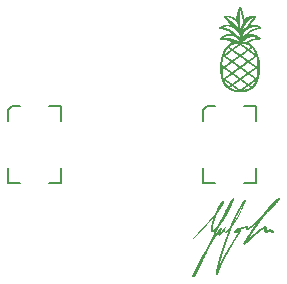
<source format=gto>
G04*
G04 #@! TF.GenerationSoftware,Altium Limited,Altium Designer,18.1.7 (191)*
G04*
G04 Layer_Color=65535*
%FSLAX24Y24*%
%MOIN*%
G70*
G01*
G75*
%ADD10C,0.0079*%
G36*
X9262Y608D02*
Y630D01*
X9269D01*
Y638D01*
X9262D01*
Y645D01*
X9269D01*
Y652D01*
X9277D01*
Y660D01*
X9284D01*
Y682D01*
X9291D01*
Y704D01*
X9299D01*
Y718D01*
X9306D01*
Y733D01*
X9313D01*
Y755D01*
X9321D01*
Y777D01*
X9328D01*
Y792D01*
X9335D01*
Y806D01*
X9343D01*
Y821D01*
X9350D01*
Y836D01*
X9357D01*
Y850D01*
X9365D01*
Y865D01*
X9372D01*
Y879D01*
X9379D01*
Y894D01*
X9387D01*
Y909D01*
X9394D01*
Y923D01*
X9401D01*
Y938D01*
X9409D01*
Y953D01*
X9416D01*
Y967D01*
X9423D01*
Y982D01*
X9431D01*
Y989D01*
X9438D01*
Y1004D01*
X9445D01*
Y1019D01*
X9453D01*
Y1026D01*
X9460D01*
Y1048D01*
X9467D01*
Y1063D01*
X9475D01*
Y1077D01*
X9482D01*
Y1085D01*
X9489D01*
Y1107D01*
X9497D01*
Y1121D01*
X9504D01*
Y1136D01*
X9511D01*
Y1143D01*
X9519D01*
Y1158D01*
X9526D01*
Y1172D01*
X9533D01*
Y1187D01*
X9540D01*
Y1202D01*
X9548D01*
Y1216D01*
X9555D01*
Y1231D01*
X9562D01*
Y1238D01*
X9570D01*
Y1253D01*
X9577D01*
Y1268D01*
X9584D01*
Y1275D01*
X9592D01*
Y1297D01*
X9599D01*
Y1304D01*
X9606D01*
Y1312D01*
X9614D01*
Y1319D01*
X9621D01*
Y1341D01*
X9628D01*
Y1348D01*
X9636D01*
Y1363D01*
X9643D01*
Y1378D01*
X9650D01*
Y1385D01*
X9658D01*
Y1400D01*
X9665D01*
Y1414D01*
X9672D01*
Y1421D01*
X9680D01*
Y1436D01*
X9687D01*
Y1443D01*
X9694D01*
Y1458D01*
X9702D01*
Y1465D01*
X9709D01*
Y1487D01*
X9716D01*
Y1495D01*
X9724D01*
Y1509D01*
X9731D01*
Y1524D01*
X9738D01*
Y1531D01*
X9746D01*
Y1546D01*
X9753D01*
Y1561D01*
X9760D01*
Y1568D01*
X9768D01*
Y1590D01*
X9775D01*
Y1612D01*
X9782D01*
Y1627D01*
X9790D01*
Y1641D01*
X9797D01*
Y1656D01*
X9804D01*
Y1671D01*
X9811D01*
Y1692D01*
X9819D01*
Y1700D01*
X9826D01*
Y1714D01*
X9833D01*
Y1729D01*
X9841D01*
Y1744D01*
X9848D01*
Y1758D01*
X9855D01*
Y1780D01*
X9863D01*
Y1788D01*
X9870D01*
Y1810D01*
X9877D01*
Y1824D01*
X9885D01*
Y1839D01*
X9892D01*
Y1854D01*
X9899D01*
Y1868D01*
X9907D01*
Y1883D01*
X9914D01*
Y1898D01*
X9921D01*
Y1905D01*
X9929D01*
Y1927D01*
X9936D01*
Y1942D01*
X9943D01*
Y1956D01*
X9951D01*
Y1971D01*
X9958D01*
Y1993D01*
X9965D01*
Y2007D01*
X9973D01*
Y2022D01*
X9980D01*
Y2029D01*
X9987D01*
Y2051D01*
X9995D01*
Y2066D01*
X10002D01*
Y2088D01*
X9995D01*
X9987D01*
Y2081D01*
X9980D01*
X9973D01*
Y2073D01*
X9965D01*
X9958D01*
Y2066D01*
X9951D01*
X9943D01*
Y2073D01*
X9936D01*
X9929D01*
X9921D01*
X9914D01*
Y2081D01*
X9907D01*
X9899D01*
Y2088D01*
X9892D01*
Y2103D01*
X9885D01*
Y2125D01*
X9877D01*
Y2242D01*
X9885D01*
Y2286D01*
X9892D01*
Y2300D01*
X9899D01*
Y2308D01*
X9892D01*
Y2315D01*
X9899D01*
Y2337D01*
X9907D01*
Y2359D01*
X9914D01*
Y2388D01*
X9921D01*
Y2418D01*
X9929D01*
Y2440D01*
X9936D01*
Y2469D01*
X9943D01*
Y2498D01*
X9951D01*
Y2513D01*
X9958D01*
Y2535D01*
X9951D01*
Y2527D01*
X9943D01*
X9936D01*
Y2520D01*
X9929D01*
Y2513D01*
X9921D01*
Y2498D01*
X9914D01*
Y2491D01*
X9907D01*
Y2484D01*
X9899D01*
Y2476D01*
X9892D01*
Y2469D01*
X9885D01*
Y2462D01*
X9877D01*
Y2454D01*
X9870D01*
Y2447D01*
X9863D01*
Y2432D01*
X9855D01*
X9848D01*
Y2418D01*
X9841D01*
Y2410D01*
X9833D01*
Y2403D01*
X9826D01*
Y2396D01*
X9819D01*
Y2388D01*
X9811D01*
Y2381D01*
X9804D01*
Y2374D01*
X9797D01*
Y2366D01*
X9790D01*
Y2352D01*
X9782D01*
Y2344D01*
X9775D01*
Y2337D01*
X9768D01*
Y2330D01*
X9760D01*
Y2315D01*
X9753D01*
Y2308D01*
X9746D01*
Y2300D01*
X9738D01*
Y2293D01*
X9731D01*
Y2286D01*
X9724D01*
Y2278D01*
X9716D01*
Y2271D01*
X9709D01*
Y2264D01*
X9702D01*
Y2256D01*
X9694D01*
Y2249D01*
X9687D01*
Y2242D01*
X9680D01*
Y2235D01*
X9672D01*
Y2227D01*
X9665D01*
Y2220D01*
X9658D01*
Y2213D01*
X9650D01*
Y2205D01*
X9643D01*
Y2198D01*
X9636D01*
Y2191D01*
X9628D01*
Y2183D01*
X9621D01*
Y2176D01*
X9614D01*
Y2169D01*
X9606D01*
Y2161D01*
X9599D01*
Y2154D01*
X9592D01*
Y2147D01*
X9584D01*
Y2132D01*
X9577D01*
X9570D01*
Y2125D01*
X9562D01*
Y2110D01*
X9555D01*
Y2103D01*
X9548D01*
Y2095D01*
X9540D01*
Y2088D01*
X9533D01*
Y2081D01*
X9526D01*
Y2066D01*
X9519D01*
Y2059D01*
X9511D01*
Y2051D01*
X9504D01*
Y2044D01*
X9497D01*
Y2037D01*
X9489D01*
Y2029D01*
X9482D01*
Y2022D01*
X9475D01*
Y2015D01*
X9467D01*
Y2007D01*
X9460D01*
Y2000D01*
X9453D01*
Y1993D01*
X9445D01*
Y1985D01*
X9438D01*
Y1978D01*
X9431D01*
X9423D01*
Y1971D01*
X9416D01*
Y1963D01*
X9409D01*
Y1956D01*
X9401D01*
Y1949D01*
X9394D01*
Y1942D01*
X9387D01*
Y1934D01*
X9379D01*
Y1927D01*
X9372D01*
Y1920D01*
X9365D01*
Y1912D01*
X9357D01*
Y1905D01*
X9350D01*
Y1898D01*
X9343D01*
Y1890D01*
X9335D01*
Y1883D01*
X9328D01*
X9321D01*
Y1876D01*
X9313D01*
Y1868D01*
X9306D01*
X9299D01*
Y1861D01*
X9291D01*
X9284D01*
X9277D01*
X9269D01*
Y1868D01*
X9277D01*
Y1876D01*
X9284D01*
Y1883D01*
X9291D01*
Y1890D01*
X9299D01*
Y1898D01*
X9306D01*
Y1905D01*
X9313D01*
Y1912D01*
X9321D01*
Y1920D01*
X9328D01*
Y1927D01*
X9335D01*
Y1934D01*
X9343D01*
Y1942D01*
X9350D01*
Y1949D01*
X9357D01*
Y1956D01*
X9365D01*
Y1963D01*
X9372D01*
Y1971D01*
X9379D01*
Y1978D01*
X9387D01*
Y1985D01*
X9394D01*
Y1993D01*
X9401D01*
Y2000D01*
X9409D01*
Y2007D01*
X9416D01*
Y2015D01*
X9423D01*
Y2029D01*
X9431D01*
Y2037D01*
X9438D01*
X9445D01*
Y2051D01*
X9453D01*
Y2059D01*
X9460D01*
Y2066D01*
X9467D01*
Y2073D01*
X9475D01*
Y2081D01*
X9482D01*
Y2088D01*
X9489D01*
Y2103D01*
X9497D01*
Y2110D01*
X9504D01*
Y2117D01*
X9511D01*
Y2132D01*
X9519D01*
X9526D01*
Y2147D01*
X9533D01*
X9540D01*
Y2154D01*
X9548D01*
Y2161D01*
X9555D01*
Y2176D01*
X9562D01*
Y2183D01*
X9570D01*
Y2191D01*
X9577D01*
Y2198D01*
X9584D01*
Y2205D01*
X9592D01*
Y2213D01*
X9599D01*
Y2220D01*
X9606D01*
Y2227D01*
X9614D01*
Y2235D01*
X9621D01*
Y2242D01*
X9628D01*
Y2249D01*
X9636D01*
Y2256D01*
X9643D01*
Y2264D01*
X9650D01*
Y2271D01*
X9658D01*
Y2278D01*
X9665D01*
Y2286D01*
X9672D01*
Y2293D01*
X9680D01*
Y2300D01*
X9687D01*
Y2308D01*
X9694D01*
Y2315D01*
X9702D01*
Y2322D01*
X9709D01*
Y2330D01*
X9716D01*
Y2344D01*
X9724D01*
Y2352D01*
X9731D01*
Y2359D01*
X9738D01*
Y2366D01*
X9746D01*
Y2374D01*
X9753D01*
Y2381D01*
X9760D01*
Y2388D01*
X9768D01*
Y2403D01*
X9775D01*
Y2410D01*
X9782D01*
Y2418D01*
X9790D01*
Y2425D01*
X9797D01*
Y2432D01*
X9804D01*
Y2440D01*
X9811D01*
Y2447D01*
X9819D01*
Y2462D01*
X9826D01*
Y2469D01*
X9833D01*
Y2476D01*
X9841D01*
Y2484D01*
X9848D01*
Y2491D01*
X9855D01*
Y2498D01*
X9863D01*
Y2506D01*
X9870D01*
Y2513D01*
X9877D01*
Y2520D01*
X9885D01*
Y2527D01*
X9892D01*
Y2535D01*
X9899D01*
Y2549D01*
X9907D01*
Y2557D01*
X9914D01*
Y2564D01*
X9921D01*
Y2571D01*
X9929D01*
Y2579D01*
X9936D01*
Y2586D01*
X9943D01*
Y2593D01*
X9951D01*
Y2601D01*
X9958D01*
Y2608D01*
X9965D01*
Y2615D01*
X9973D01*
Y2630D01*
X9980D01*
Y2637D01*
X9987D01*
Y2645D01*
X9995D01*
Y2652D01*
X10002D01*
Y2659D01*
X10009D01*
Y2674D01*
X10017D01*
Y2696D01*
X10024D01*
Y2718D01*
X10031D01*
Y2733D01*
X10039D01*
Y2747D01*
X10046D01*
Y2762D01*
X10053D01*
Y2777D01*
X10061D01*
Y2791D01*
X10068D01*
Y2813D01*
X10075D01*
Y2828D01*
X10082D01*
Y2842D01*
X10090D01*
Y2864D01*
X10097D01*
Y2872D01*
X10104D01*
Y2894D01*
X10112D01*
Y2908D01*
X10119D01*
Y2923D01*
X10126D01*
Y2945D01*
X10134D01*
X10141D01*
Y2960D01*
X10148D01*
Y2967D01*
X10156D01*
Y2982D01*
X10163D01*
Y2996D01*
X10170D01*
Y3004D01*
X10178D01*
Y3018D01*
X10185D01*
Y3026D01*
X10192D01*
Y3040D01*
X10200D01*
Y3048D01*
X10207D01*
Y3055D01*
X10214D01*
Y3070D01*
X10222D01*
Y3077D01*
X10229D01*
Y3084D01*
X10236D01*
Y3091D01*
X10244D01*
Y3099D01*
X10251D01*
Y3106D01*
X10258D01*
X10266D01*
Y3113D01*
X10273D01*
X10280D01*
X10288D01*
X10295D01*
X10302D01*
Y3106D01*
X10310D01*
Y3055D01*
X10302D01*
Y3026D01*
X10295D01*
Y3018D01*
X10288D01*
Y2996D01*
X10280D01*
Y2982D01*
X10273D01*
Y2967D01*
X10266D01*
Y2960D01*
X10258D01*
Y2945D01*
X10251D01*
Y2930D01*
X10244D01*
Y2916D01*
X10236D01*
Y2908D01*
X10229D01*
Y2894D01*
X10222D01*
Y2879D01*
X10214D01*
Y2872D01*
X10207D01*
Y2864D01*
X10200D01*
Y2857D01*
X10192D01*
Y2850D01*
X10185D01*
Y2828D01*
X10178D01*
Y2820D01*
X10170D01*
Y2813D01*
X10163D01*
Y2799D01*
X10156D01*
Y2791D01*
X10148D01*
Y2777D01*
X10141D01*
Y2769D01*
X10134D01*
Y2762D01*
X10126D01*
Y2747D01*
X10119D01*
Y2740D01*
X10112D01*
Y2725D01*
X10104D01*
Y2718D01*
X10097D01*
Y2711D01*
X10090D01*
Y2703D01*
X10082D01*
Y2681D01*
X10075D01*
Y2667D01*
X10068D01*
Y2645D01*
X10061D01*
Y2630D01*
X10053D01*
Y2608D01*
X10046D01*
Y2593D01*
X10039D01*
Y2579D01*
X10031D01*
Y2557D01*
X10024D01*
Y2535D01*
X10017D01*
Y2506D01*
X10009D01*
Y2484D01*
X10002D01*
Y2454D01*
X9995D01*
Y2432D01*
X9987D01*
Y2410D01*
X9980D01*
Y2388D01*
X9973D01*
Y2359D01*
X9965D01*
Y2330D01*
X9958D01*
Y2293D01*
X9951D01*
Y2256D01*
X9943D01*
Y2220D01*
X9936D01*
Y2213D01*
X9943D01*
Y2205D01*
X9936D01*
Y2139D01*
X9943D01*
X9951D01*
X9958D01*
Y2147D01*
X9965D01*
X9973D01*
Y2154D01*
X9980D01*
Y2161D01*
X9987D01*
Y2169D01*
X9995D01*
Y2176D01*
X10002D01*
Y2183D01*
X10009D01*
Y2191D01*
X10017D01*
Y2198D01*
X10024D01*
Y2205D01*
X10031D01*
Y2213D01*
X10039D01*
Y2220D01*
X10046D01*
Y2227D01*
X10053D01*
Y2235D01*
X10061D01*
Y2242D01*
X10068D01*
Y2249D01*
X10075D01*
Y2264D01*
X10082D01*
Y2271D01*
X10090D01*
Y2278D01*
X10097D01*
Y2286D01*
X10104D01*
Y2293D01*
X10112D01*
Y2308D01*
X10119D01*
Y2330D01*
X10126D01*
Y2344D01*
X10134D01*
Y2352D01*
X10141D01*
Y2359D01*
X10148D01*
Y2381D01*
X10156D01*
Y2388D01*
X10163D01*
Y2410D01*
X10170D01*
Y2425D01*
X10178D01*
Y2432D01*
X10185D01*
Y2447D01*
X10192D01*
Y2469D01*
X10200D01*
Y2484D01*
X10207D01*
Y2498D01*
X10214D01*
Y2506D01*
X10222D01*
Y2513D01*
X10229D01*
Y2527D01*
X10236D01*
Y2542D01*
X10244D01*
Y2564D01*
X10251D01*
Y2579D01*
X10258D01*
Y2593D01*
X10266D01*
Y2608D01*
X10273D01*
Y2623D01*
X10280D01*
Y2637D01*
X10288D01*
Y2645D01*
X10295D01*
Y2659D01*
X10302D01*
Y2674D01*
X10310D01*
Y2689D01*
X10317D01*
Y2711D01*
X10324D01*
Y2725D01*
X10332D01*
Y2733D01*
X10339D01*
Y2747D01*
X10346D01*
Y2762D01*
X10354D01*
Y2784D01*
X10361D01*
Y2799D01*
X10368D01*
Y2806D01*
X10375D01*
Y2813D01*
X10383D01*
Y2835D01*
X10390D01*
Y2842D01*
X10397D01*
Y2864D01*
X10405D01*
Y2872D01*
X10412D01*
Y2886D01*
X10419D01*
Y2901D01*
X10427D01*
Y2916D01*
X10434D01*
Y2930D01*
X10441D01*
Y2945D01*
X10449D01*
X10456D01*
Y2960D01*
X10463D01*
Y2974D01*
X10471D01*
Y2996D01*
X10478D01*
Y3004D01*
X10485D01*
Y3018D01*
X10493D01*
Y3033D01*
X10500D01*
Y3048D01*
X10507D01*
Y3062D01*
X10515D01*
Y3077D01*
X10522D01*
Y3084D01*
X10529D01*
Y3099D01*
X10537D01*
Y3106D01*
X10544D01*
Y3121D01*
X10551D01*
Y3135D01*
X10559D01*
Y3143D01*
X10566D01*
Y3157D01*
X10573D01*
Y3165D01*
X10581D01*
Y3179D01*
X10588D01*
Y3187D01*
X10595D01*
Y3194D01*
X10603D01*
Y3201D01*
X10610D01*
X10617D01*
X10625D01*
X10632D01*
X10639D01*
Y3194D01*
X10646D01*
Y3157D01*
X10639D01*
Y3128D01*
X10632D01*
Y3113D01*
X10625D01*
Y3091D01*
X10617D01*
Y3084D01*
X10610D01*
Y3062D01*
X10603D01*
Y3055D01*
X10595D01*
Y3033D01*
X10588D01*
Y3018D01*
X10581D01*
Y2996D01*
X10573D01*
Y2982D01*
X10566D01*
Y2960D01*
X10559D01*
Y2945D01*
X10551D01*
Y2923D01*
X10544D01*
Y2908D01*
X10537D01*
Y2894D01*
X10529D01*
Y2879D01*
X10522D01*
Y2872D01*
X10515D01*
Y2850D01*
X10507D01*
Y2835D01*
X10500D01*
Y2820D01*
X10493D01*
Y2799D01*
X10485D01*
Y2791D01*
X10478D01*
Y2769D01*
X10471D01*
Y2755D01*
X10463D01*
Y2740D01*
X10456D01*
Y2725D01*
X10449D01*
Y2711D01*
X10441D01*
Y2703D01*
X10434D01*
Y2689D01*
X10427D01*
Y2674D01*
X10419D01*
Y2659D01*
X10412D01*
Y2645D01*
X10405D01*
Y2637D01*
X10397D01*
Y2623D01*
X10390D01*
Y2608D01*
X10383D01*
Y2601D01*
X10375D01*
Y2579D01*
X10368D01*
Y2571D01*
X10361D01*
Y2564D01*
X10354D01*
Y2549D01*
X10346D01*
Y2535D01*
X10339D01*
Y2520D01*
X10332D01*
Y2506D01*
X10324D01*
Y2498D01*
X10317D01*
Y2484D01*
X10310D01*
Y2476D01*
X10302D01*
Y2462D01*
X10295D01*
Y2454D01*
X10288D01*
Y2447D01*
X10280D01*
Y2432D01*
X10273D01*
Y2425D01*
X10266D01*
Y2410D01*
X10258D01*
Y2403D01*
X10251D01*
Y2396D01*
X10244D01*
Y2381D01*
X10236D01*
Y2366D01*
X10229D01*
Y2359D01*
X10222D01*
Y2352D01*
X10214D01*
Y2337D01*
X10207D01*
Y2330D01*
X10200D01*
Y2315D01*
X10192D01*
Y2308D01*
X10185D01*
Y2300D01*
X10178D01*
Y2293D01*
X10170D01*
Y2278D01*
X10163D01*
Y2271D01*
X10156D01*
Y2256D01*
X10148D01*
Y2235D01*
X10141D01*
Y2227D01*
X10134D01*
Y2213D01*
X10126D01*
Y2198D01*
X10119D01*
Y2183D01*
X10112D01*
Y2169D01*
X10104D01*
Y2147D01*
X10097D01*
Y2132D01*
X10090D01*
Y2117D01*
X10082D01*
Y2095D01*
X10075D01*
Y2088D01*
X10068D01*
Y2066D01*
X10061D01*
Y2059D01*
X10053D01*
Y2051D01*
X10061D01*
Y2044D01*
X10068D01*
X10075D01*
Y2051D01*
X10082D01*
Y2066D01*
X10090D01*
Y2073D01*
X10097D01*
Y2088D01*
X10104D01*
Y2103D01*
X10112D01*
Y2110D01*
X10119D01*
Y2125D01*
X10126D01*
Y2132D01*
X10134D01*
Y2147D01*
X10141D01*
Y2154D01*
X10148D01*
Y2161D01*
X10156D01*
Y2176D01*
X10163D01*
Y2183D01*
X10170D01*
Y2191D01*
X10178D01*
Y2198D01*
X10185D01*
Y2205D01*
X10192D01*
Y2213D01*
X10200D01*
Y2220D01*
X10207D01*
X10214D01*
X10222D01*
X10229D01*
X10236D01*
X10244D01*
Y2213D01*
X10251D01*
Y2176D01*
X10244D01*
Y2154D01*
X10236D01*
Y2132D01*
X10229D01*
Y2117D01*
X10222D01*
Y2103D01*
X10214D01*
Y2095D01*
X10222D01*
Y2088D01*
X10229D01*
Y2095D01*
X10236D01*
Y2103D01*
X10244D01*
Y2110D01*
X10251D01*
Y2125D01*
X10258D01*
Y2132D01*
X10266D01*
Y2147D01*
X10273D01*
Y2154D01*
X10280D01*
Y2161D01*
X10288D01*
Y2169D01*
X10295D01*
Y2176D01*
X10302D01*
Y2183D01*
X10310D01*
Y2198D01*
X10317D01*
Y2205D01*
X10324D01*
Y2213D01*
X10332D01*
Y2227D01*
X10339D01*
Y2235D01*
X10346D01*
X10354D01*
X10361D01*
X10368D01*
Y2227D01*
X10375D01*
Y2213D01*
X10368D01*
Y2205D01*
X10361D01*
Y2183D01*
X10354D01*
Y2161D01*
X10346D01*
Y2103D01*
X10354D01*
X10361D01*
Y2095D01*
X10368D01*
X10375D01*
X10383D01*
Y2103D01*
X10390D01*
X10397D01*
Y2110D01*
X10405D01*
X10412D01*
Y2125D01*
X10419D01*
Y2132D01*
X10427D01*
Y2139D01*
X10434D01*
Y2147D01*
X10441D01*
Y2154D01*
X10449D01*
Y2161D01*
X10456D01*
Y2169D01*
X10463D01*
Y2176D01*
X10471D01*
Y2183D01*
X10478D01*
Y2198D01*
X10485D01*
X10493D01*
Y2213D01*
X10500D01*
Y2220D01*
X10507D01*
Y2242D01*
X10515D01*
Y2264D01*
X10522D01*
Y2271D01*
X10529D01*
Y2293D01*
X10537D01*
Y2308D01*
X10544D01*
Y2330D01*
X10551D01*
Y2344D01*
X10559D01*
Y2366D01*
X10566D01*
Y2381D01*
X10573D01*
Y2396D01*
X10581D01*
Y2418D01*
X10588D01*
Y2432D01*
X10595D01*
Y2447D01*
X10603D01*
Y2462D01*
X10610D01*
Y2476D01*
X10617D01*
Y2484D01*
X10625D01*
Y2506D01*
X10632D01*
Y2520D01*
X10639D01*
Y2535D01*
X10646D01*
Y2557D01*
X10654D01*
Y2571D01*
X10661D01*
Y2586D01*
X10668D01*
Y2601D01*
X10676D01*
Y2615D01*
X10683D01*
Y2623D01*
X10690D01*
Y2637D01*
X10698D01*
Y2652D01*
X10705D01*
Y2667D01*
X10712D01*
Y2681D01*
X10720D01*
Y2703D01*
X10727D01*
Y2718D01*
X10734D01*
Y2733D01*
X10742D01*
Y2747D01*
X10749D01*
Y2762D01*
X10756D01*
Y2777D01*
X10764D01*
Y2784D01*
X10771D01*
Y2799D01*
X10778D01*
Y2813D01*
X10786D01*
Y2828D01*
X10793D01*
Y2842D01*
X10800D01*
Y2857D01*
X10808D01*
Y2872D01*
X10815D01*
Y2879D01*
X10822D01*
Y2894D01*
X10830D01*
Y2908D01*
X10837D01*
Y2923D01*
X10844D01*
Y2930D01*
X10852D01*
Y2945D01*
X10859D01*
Y2960D01*
X10866D01*
Y2967D01*
X10874D01*
Y2982D01*
X10881D01*
Y2996D01*
X10888D01*
Y3011D01*
X10896D01*
Y3018D01*
X10903D01*
Y3033D01*
X10910D01*
Y3040D01*
X10918D01*
Y3055D01*
X10925D01*
Y3070D01*
X10932D01*
Y3077D01*
X10939D01*
Y3084D01*
X10947D01*
Y3099D01*
X10954D01*
Y3106D01*
X10961D01*
Y3121D01*
X10969D01*
Y3128D01*
X10976D01*
Y3135D01*
X10983D01*
Y3143D01*
X10991D01*
X10998D01*
Y3150D01*
X11005D01*
X11013D01*
X11020D01*
X11027D01*
X11035D01*
Y3135D01*
X11042D01*
Y3106D01*
X11035D01*
Y3084D01*
X11027D01*
Y3070D01*
X11020D01*
Y3048D01*
X11013D01*
Y3033D01*
X11005D01*
Y3018D01*
X10998D01*
Y3011D01*
X10991D01*
Y2989D01*
X10983D01*
Y2974D01*
X10976D01*
Y2952D01*
X10969D01*
Y2938D01*
X10961D01*
Y2916D01*
X10954D01*
Y2908D01*
X10947D01*
Y2886D01*
X10939D01*
Y2864D01*
X10932D01*
Y2857D01*
X10925D01*
Y2835D01*
X10918D01*
Y2828D01*
X10910D01*
Y2806D01*
X10903D01*
Y2799D01*
X10896D01*
Y2777D01*
X10888D01*
Y2755D01*
X10881D01*
Y2747D01*
X10874D01*
Y2725D01*
X10866D01*
Y2711D01*
X10859D01*
Y2696D01*
X10852D01*
Y2689D01*
X10844D01*
Y2667D01*
X10837D01*
Y2659D01*
X10830D01*
Y2645D01*
X10822D01*
Y2630D01*
X10815D01*
Y2615D01*
X10808D01*
Y2601D01*
X10800D01*
Y2593D01*
X10793D01*
Y2579D01*
X10786D01*
Y2564D01*
X10778D01*
Y2557D01*
X10771D01*
Y2535D01*
X10764D01*
Y2527D01*
X10756D01*
Y2513D01*
X10749D01*
Y2506D01*
X10742D01*
Y2491D01*
X10734D01*
Y2484D01*
X10727D01*
Y2462D01*
X10720D01*
Y2454D01*
X10712D01*
Y2440D01*
X10705D01*
Y2425D01*
X10698D01*
Y2418D01*
X10690D01*
Y2403D01*
X10683D01*
Y2396D01*
X10676D01*
Y2381D01*
X10668D01*
Y2374D01*
X10661D01*
Y2366D01*
X10654D01*
Y2352D01*
X10646D01*
Y2344D01*
X10639D01*
Y2330D01*
X10632D01*
Y2322D01*
X10625D01*
Y2315D01*
X10617D01*
Y2308D01*
X10610D01*
Y2293D01*
X10603D01*
Y2286D01*
X10595D01*
Y2278D01*
X10588D01*
Y2271D01*
X10581D01*
Y2249D01*
X10573D01*
Y2227D01*
X10566D01*
Y2205D01*
X10559D01*
Y2191D01*
X10551D01*
Y2169D01*
X10544D01*
Y2147D01*
X10537D01*
Y2125D01*
X10529D01*
Y2117D01*
X10522D01*
Y2095D01*
X10515D01*
Y2073D01*
X10507D01*
Y2051D01*
X10500D01*
Y2029D01*
X10493D01*
Y2015D01*
X10485D01*
Y1993D01*
X10478D01*
Y1963D01*
X10471D01*
Y1949D01*
X10463D01*
Y1927D01*
X10456D01*
Y1912D01*
X10449D01*
Y1890D01*
X10441D01*
Y1876D01*
X10434D01*
Y1861D01*
X10427D01*
Y1839D01*
X10419D01*
Y1810D01*
X10412D01*
Y1788D01*
X10405D01*
Y1766D01*
X10397D01*
Y1744D01*
X10390D01*
Y1714D01*
X10383D01*
Y1692D01*
X10375D01*
Y1685D01*
X10368D01*
Y1678D01*
X10375D01*
Y1671D01*
X10368D01*
Y1663D01*
X10361D01*
Y1641D01*
X10354D01*
Y1619D01*
X10346D01*
Y1590D01*
X10339D01*
Y1575D01*
X10332D01*
Y1546D01*
X10324D01*
Y1517D01*
X10317D01*
Y1495D01*
X10310D01*
Y1473D01*
X10302D01*
Y1443D01*
X10295D01*
Y1429D01*
X10288D01*
Y1407D01*
X10280D01*
Y1385D01*
X10273D01*
Y1363D01*
X10266D01*
Y1334D01*
X10258D01*
Y1304D01*
X10251D01*
Y1282D01*
X10244D01*
Y1253D01*
X10236D01*
Y1224D01*
X10229D01*
Y1202D01*
X10222D01*
Y1180D01*
X10214D01*
Y1158D01*
X10207D01*
Y1136D01*
X10200D01*
Y1107D01*
X10192D01*
Y1077D01*
X10185D01*
Y1041D01*
X10192D01*
X10200D01*
Y1055D01*
X10207D01*
Y1070D01*
X10214D01*
Y1085D01*
X10222D01*
Y1099D01*
X10229D01*
Y1114D01*
X10236D01*
Y1129D01*
X10244D01*
Y1143D01*
X10251D01*
Y1158D01*
X10258D01*
Y1172D01*
X10266D01*
Y1187D01*
X10273D01*
Y1202D01*
X10280D01*
Y1216D01*
X10288D01*
Y1231D01*
X10295D01*
Y1246D01*
X10302D01*
Y1260D01*
X10310D01*
Y1275D01*
X10317D01*
Y1282D01*
X10324D01*
Y1297D01*
X10332D01*
Y1312D01*
X10339D01*
Y1326D01*
X10346D01*
Y1334D01*
X10354D01*
Y1356D01*
X10361D01*
Y1370D01*
X10368D01*
Y1378D01*
X10375D01*
Y1392D01*
X10383D01*
Y1400D01*
X10390D01*
Y1407D01*
X10397D01*
Y1429D01*
X10405D01*
Y1443D01*
X10412D01*
Y1451D01*
X10419D01*
Y1465D01*
X10427D01*
Y1473D01*
X10434D01*
Y1495D01*
X10441D01*
Y1502D01*
X10449D01*
Y1509D01*
X10456D01*
Y1524D01*
X10463D01*
Y1539D01*
X10471D01*
Y1546D01*
X10478D01*
Y1553D01*
X10485D01*
Y1575D01*
X10493D01*
Y1583D01*
X10500D01*
Y1597D01*
X10507D01*
Y1612D01*
X10515D01*
Y1627D01*
X10522D01*
Y1641D01*
X10529D01*
Y1649D01*
X10537D01*
Y1656D01*
X10544D01*
Y1671D01*
X10551D01*
Y1685D01*
X10559D01*
Y1692D01*
X10566D01*
Y1707D01*
X10573D01*
Y1722D01*
X10581D01*
Y1736D01*
X10588D01*
Y1751D01*
X10595D01*
Y1758D01*
X10603D01*
Y1766D01*
X10610D01*
Y1780D01*
X10617D01*
Y1795D01*
X10625D01*
Y1802D01*
X10632D01*
Y1810D01*
X10639D01*
Y1824D01*
X10646D01*
Y1839D01*
X10654D01*
Y1846D01*
X10661D01*
Y1861D01*
X10668D01*
Y1876D01*
X10676D01*
Y1890D01*
X10683D01*
X10690D01*
Y1898D01*
X10683D01*
Y1905D01*
X10690D01*
Y1912D01*
X10698D01*
Y1920D01*
X10705D01*
Y1927D01*
X10712D01*
Y1934D01*
X10720D01*
Y1956D01*
X10727D01*
Y1971D01*
X10734D01*
Y1978D01*
X10742D01*
Y1993D01*
X10749D01*
Y2000D01*
X10756D01*
Y2015D01*
X10764D01*
Y2022D01*
X10771D01*
Y2029D01*
X10778D01*
Y2059D01*
X10771D01*
Y2051D01*
X10764D01*
X10756D01*
Y2044D01*
X10749D01*
X10742D01*
Y2037D01*
X10734D01*
X10727D01*
X10720D01*
X10712D01*
X10705D01*
X10698D01*
X10690D01*
X10683D01*
Y2044D01*
X10676D01*
Y2051D01*
X10668D01*
Y2059D01*
X10661D01*
Y2073D01*
X10654D01*
Y2081D01*
X10661D01*
Y2110D01*
X10668D01*
Y2125D01*
X10676D01*
Y2132D01*
X10683D01*
Y2139D01*
X10690D01*
Y2147D01*
X10698D01*
Y2154D01*
X10705D01*
Y2161D01*
X10712D01*
Y2169D01*
X10720D01*
Y2176D01*
X10727D01*
X10734D01*
Y2183D01*
X10742D01*
Y2191D01*
X10749D01*
X10756D01*
Y2198D01*
X10764D01*
Y2205D01*
X10771D01*
X10778D01*
Y2213D01*
X10786D01*
X10793D01*
X10800D01*
X10808D01*
X10815D01*
X10822D01*
Y2220D01*
X10830D01*
X10837D01*
X10844D01*
X10852D01*
Y2227D01*
X10859D01*
X10866D01*
X10874D01*
X10881D01*
X10888D01*
X10896D01*
Y2235D01*
X10903D01*
X10910D01*
X10918D01*
X10925D01*
Y2242D01*
X10932D01*
X10939D01*
X10947D01*
X10954D01*
Y2249D01*
X10961D01*
X10969D01*
X10976D01*
X10983D01*
X10991D01*
X10998D01*
X11005D01*
X11013D01*
X11020D01*
Y2256D01*
X11027D01*
Y2264D01*
X11035D01*
Y2278D01*
X11042D01*
Y2286D01*
X11049D01*
X11057D01*
Y2293D01*
X11064D01*
Y2286D01*
X11071D01*
X11079D01*
Y2278D01*
X11086D01*
X11093D01*
Y2264D01*
X11101D01*
Y2256D01*
X11108D01*
Y2235D01*
X11115D01*
Y2220D01*
X11123D01*
X11130D01*
X11137D01*
Y2227D01*
X11145D01*
X11152D01*
Y2235D01*
X11159D01*
X11167D01*
Y2242D01*
X11174D01*
Y2249D01*
X11181D01*
X11189D01*
Y2256D01*
X11196D01*
Y2264D01*
X11203D01*
Y2271D01*
X11210D01*
Y2278D01*
X11218D01*
Y2286D01*
X11225D01*
X11232D01*
Y2293D01*
X11240D01*
Y2300D01*
X11247D01*
Y2308D01*
X11254D01*
Y2315D01*
X11262D01*
Y2322D01*
X11269D01*
X11276D01*
Y2330D01*
X11284D01*
Y2337D01*
X11291D01*
Y2344D01*
X11298D01*
Y2352D01*
X11306D01*
Y2359D01*
X11313D01*
X11320D01*
Y2366D01*
X11328D01*
Y2374D01*
X11335D01*
Y2381D01*
X11342D01*
Y2388D01*
X11350D01*
Y2396D01*
X11357D01*
Y2403D01*
X11364D01*
Y2410D01*
X11372D01*
Y2418D01*
X11379D01*
Y2425D01*
X11386D01*
Y2432D01*
X11394D01*
Y2440D01*
X11401D01*
Y2447D01*
X11408D01*
Y2454D01*
X11416D01*
Y2462D01*
X11423D01*
Y2469D01*
X11430D01*
X11438D01*
Y2476D01*
X11445D01*
Y2491D01*
X11452D01*
X11460D01*
Y2498D01*
X11467D01*
Y2506D01*
X11474D01*
Y2513D01*
X11481D01*
Y2520D01*
X11489D01*
Y2527D01*
X11496D01*
Y2535D01*
X11503D01*
Y2542D01*
X11511D01*
Y2549D01*
X11518D01*
Y2557D01*
X11525D01*
Y2564D01*
X11533D01*
Y2571D01*
X11540D01*
Y2579D01*
X11547D01*
Y2586D01*
X11555D01*
Y2593D01*
X11562D01*
Y2608D01*
X11569D01*
Y2615D01*
X11577D01*
Y2623D01*
X11584D01*
Y2630D01*
X11591D01*
Y2645D01*
X11599D01*
Y2652D01*
X11606D01*
Y2667D01*
X11613D01*
Y2674D01*
X11621D01*
Y2681D01*
X11628D01*
Y2689D01*
X11635D01*
Y2703D01*
X11643D01*
Y2711D01*
X11650D01*
Y2718D01*
X11657D01*
Y2733D01*
X11665D01*
Y2740D01*
X11672D01*
Y2747D01*
X11679D01*
Y2755D01*
X11687D01*
Y2762D01*
X11694D01*
Y2777D01*
X11701D01*
Y2784D01*
X11709D01*
Y2791D01*
X11716D01*
Y2799D01*
X11723D01*
Y2806D01*
X11731D01*
Y2820D01*
X11738D01*
Y2828D01*
X11745D01*
Y2835D01*
X11753D01*
Y2842D01*
X11760D01*
Y2857D01*
X11767D01*
Y2864D01*
X11774D01*
Y2872D01*
X11782D01*
Y2886D01*
X11789D01*
Y2894D01*
X11796D01*
Y2901D01*
X11804D01*
Y2908D01*
X11811D01*
Y2916D01*
X11818D01*
Y2923D01*
X11826D01*
Y2930D01*
X11833D01*
Y2938D01*
X11840D01*
Y2952D01*
X11848D01*
Y2960D01*
X11855D01*
Y2967D01*
X11862D01*
Y2974D01*
X11870D01*
Y2982D01*
X11877D01*
Y2989D01*
X11884D01*
Y2996D01*
X11892D01*
Y3011D01*
X11899D01*
X11906D01*
Y3026D01*
X11914D01*
X11921D01*
Y3040D01*
X11928D01*
X11936D01*
Y3055D01*
X11943D01*
X11950D01*
Y3070D01*
X11958D01*
Y3077D01*
X11965D01*
Y3084D01*
X11972D01*
X11980D01*
Y3099D01*
X11987D01*
X11994D01*
Y3113D01*
X12002D01*
X12009D01*
Y3121D01*
X12016D01*
Y3128D01*
X12024D01*
Y3135D01*
X12031D01*
Y3143D01*
X12038D01*
Y3150D01*
X12045D01*
X12053D01*
Y3157D01*
X12060D01*
Y3165D01*
X12067D01*
Y3172D01*
X12075D01*
Y3179D01*
X12082D01*
X12089D01*
Y3187D01*
X12097D01*
X12104D01*
Y3194D01*
X12111D01*
X12119D01*
Y3201D01*
X12126D01*
X12133D01*
Y3209D01*
X12141D01*
X12148D01*
X12155D01*
X12163D01*
Y3201D01*
X12170D01*
X12177D01*
Y3187D01*
X12185D01*
Y3165D01*
X12177D01*
Y3150D01*
X12170D01*
Y3143D01*
X12163D01*
Y3128D01*
X12155D01*
Y3121D01*
X12148D01*
Y3113D01*
X12141D01*
Y3106D01*
X12133D01*
Y3099D01*
X12126D01*
Y3091D01*
X12119D01*
Y3084D01*
X12111D01*
Y3077D01*
X12104D01*
Y3062D01*
X12097D01*
X12089D01*
Y3048D01*
X12082D01*
X12075D01*
Y3040D01*
X12067D01*
Y3033D01*
X12060D01*
Y3018D01*
X12053D01*
Y3011D01*
X12045D01*
Y3004D01*
X12038D01*
Y2996D01*
X12031D01*
Y2989D01*
X12024D01*
Y2982D01*
X12016D01*
Y2974D01*
X12009D01*
Y2967D01*
X12002D01*
Y2960D01*
X11994D01*
Y2952D01*
X11987D01*
Y2945D01*
X11980D01*
Y2938D01*
X11972D01*
Y2930D01*
X11965D01*
Y2923D01*
X11958D01*
Y2916D01*
X11950D01*
Y2908D01*
X11943D01*
Y2901D01*
X11936D01*
Y2894D01*
X11928D01*
Y2886D01*
X11921D01*
Y2879D01*
X11914D01*
Y2872D01*
X11906D01*
Y2864D01*
X11899D01*
Y2857D01*
X11892D01*
Y2850D01*
X11884D01*
Y2842D01*
X11877D01*
Y2835D01*
X11870D01*
Y2828D01*
X11862D01*
Y2820D01*
X11855D01*
Y2813D01*
X11848D01*
Y2806D01*
X11840D01*
Y2799D01*
X11833D01*
Y2791D01*
X11826D01*
Y2784D01*
X11818D01*
Y2777D01*
X11811D01*
Y2769D01*
X11804D01*
Y2762D01*
X11796D01*
Y2755D01*
X11789D01*
Y2747D01*
X11782D01*
Y2740D01*
X11774D01*
X11767D01*
Y2733D01*
X11760D01*
Y2725D01*
X11753D01*
Y2718D01*
X11745D01*
Y2711D01*
X11738D01*
Y2703D01*
X11731D01*
Y2696D01*
X11723D01*
Y2681D01*
X11716D01*
X11709D01*
Y2667D01*
X11701D01*
Y2659D01*
X11694D01*
Y2652D01*
X11687D01*
Y2645D01*
X11679D01*
Y2637D01*
X11672D01*
Y2630D01*
X11665D01*
Y2615D01*
X11657D01*
Y2608D01*
X11650D01*
Y2593D01*
X11643D01*
Y2586D01*
X11635D01*
Y2571D01*
X11628D01*
Y2564D01*
X11621D01*
Y2557D01*
X11613D01*
Y2542D01*
X11606D01*
Y2535D01*
X11599D01*
Y2527D01*
X11591D01*
Y2520D01*
X11584D01*
Y2513D01*
X11577D01*
Y2498D01*
X11569D01*
Y2484D01*
X11562D01*
Y2476D01*
X11555D01*
Y2469D01*
X11547D01*
Y2454D01*
X11540D01*
Y2447D01*
X11533D01*
Y2432D01*
X11525D01*
Y2425D01*
X11518D01*
Y2418D01*
X11511D01*
Y2403D01*
X11503D01*
Y2396D01*
X11496D01*
Y2381D01*
X11489D01*
Y2374D01*
X11481D01*
Y2359D01*
X11474D01*
Y2352D01*
X11467D01*
Y2337D01*
X11460D01*
Y2330D01*
X11452D01*
Y2322D01*
X11445D01*
Y2315D01*
X11438D01*
Y2308D01*
X11430D01*
Y2286D01*
X11423D01*
Y2278D01*
X11416D01*
Y2271D01*
X11408D01*
Y2256D01*
X11401D01*
Y2249D01*
X11394D01*
Y2242D01*
X11386D01*
Y2227D01*
X11379D01*
Y2220D01*
X11372D01*
Y2205D01*
X11364D01*
Y2198D01*
X11357D01*
Y2191D01*
X11350D01*
Y2176D01*
X11342D01*
Y2169D01*
X11335D01*
Y2161D01*
X11328D01*
Y2147D01*
X11320D01*
Y2132D01*
X11313D01*
Y2125D01*
X11306D01*
Y2117D01*
X11298D01*
Y2110D01*
X11291D01*
Y2095D01*
X11284D01*
Y2081D01*
X11276D01*
Y2073D01*
X11269D01*
Y2051D01*
X11262D01*
Y2044D01*
X11254D01*
Y2029D01*
X11247D01*
Y2022D01*
X11240D01*
Y2007D01*
X11232D01*
Y2000D01*
X11225D01*
Y1985D01*
X11218D01*
Y1978D01*
X11210D01*
Y1963D01*
X11203D01*
Y1956D01*
X11196D01*
Y1942D01*
X11189D01*
Y1934D01*
X11181D01*
Y1912D01*
X11189D01*
X11196D01*
Y1920D01*
X11203D01*
Y1927D01*
X11210D01*
Y1934D01*
X11218D01*
Y1942D01*
X11225D01*
Y1949D01*
X11232D01*
X11240D01*
Y1956D01*
X11247D01*
Y1963D01*
X11254D01*
Y1971D01*
X11262D01*
Y1978D01*
X11269D01*
Y1985D01*
X11276D01*
X11284D01*
Y1993D01*
X11291D01*
Y2000D01*
X11298D01*
Y2007D01*
X11306D01*
Y2015D01*
X11313D01*
Y2022D01*
X11320D01*
Y2029D01*
X11328D01*
X11335D01*
Y2037D01*
X11342D01*
Y2044D01*
X11350D01*
Y2051D01*
X11357D01*
Y2059D01*
X11364D01*
X11372D01*
Y2066D01*
X11379D01*
Y2073D01*
X11386D01*
Y2081D01*
X11394D01*
Y2088D01*
X11401D01*
Y2095D01*
X11408D01*
X11416D01*
Y2103D01*
X11423D01*
Y2110D01*
X11430D01*
Y2117D01*
X11438D01*
Y2125D01*
X11445D01*
X11452D01*
Y2132D01*
X11460D01*
Y2139D01*
X11467D01*
Y2147D01*
X11474D01*
X11481D01*
Y2154D01*
X11489D01*
Y2161D01*
X11496D01*
Y2169D01*
X11503D01*
X11511D01*
Y2176D01*
X11518D01*
Y2183D01*
X11525D01*
Y2191D01*
X11533D01*
X11540D01*
Y2198D01*
X11547D01*
Y2205D01*
X11555D01*
X11562D01*
Y2213D01*
X11569D01*
X11577D01*
Y2220D01*
X11584D01*
Y2227D01*
X11591D01*
X11599D01*
Y2235D01*
X11606D01*
X11613D01*
Y2242D01*
X11621D01*
X11628D01*
Y2249D01*
X11635D01*
X11643D01*
Y2256D01*
X11650D01*
X11657D01*
Y2264D01*
X11665D01*
X11672D01*
X11679D01*
X11687D01*
X11694D01*
X11701D01*
X11709D01*
Y2256D01*
X11716D01*
Y2249D01*
X11723D01*
Y2242D01*
X11731D01*
Y2235D01*
X11738D01*
Y2183D01*
X11731D01*
Y2132D01*
X11738D01*
X11745D01*
Y2139D01*
X11753D01*
X11760D01*
Y2147D01*
X11767D01*
X11774D01*
X11782D01*
Y2154D01*
X11789D01*
X11796D01*
Y2161D01*
X11804D01*
X11811D01*
X11818D01*
Y2169D01*
X11826D01*
X11833D01*
X11840D01*
X11848D01*
Y2176D01*
X11855D01*
Y2169D01*
X11862D01*
X11870D01*
X11877D01*
X11884D01*
X11892D01*
Y2161D01*
X11899D01*
X11906D01*
Y2154D01*
X11914D01*
X11921D01*
Y2147D01*
X11928D01*
Y2139D01*
X11936D01*
Y2125D01*
X11943D01*
Y2117D01*
X11950D01*
X11958D01*
Y2125D01*
X11965D01*
X11972D01*
Y2117D01*
X11980D01*
X11987D01*
Y2095D01*
X11994D01*
Y2088D01*
X11987D01*
Y2081D01*
X11980D01*
Y2066D01*
X11972D01*
X11965D01*
Y2059D01*
X11958D01*
Y2051D01*
X11950D01*
Y2044D01*
X11943D01*
X11936D01*
X11928D01*
X11921D01*
X11914D01*
X11906D01*
Y2051D01*
X11899D01*
Y2059D01*
X11892D01*
Y2066D01*
X11884D01*
Y2073D01*
X11877D01*
Y2081D01*
X11870D01*
Y2095D01*
X11862D01*
X11855D01*
X11848D01*
X11840D01*
Y2088D01*
X11833D01*
X11826D01*
X11818D01*
Y2081D01*
X11811D01*
X11804D01*
Y2073D01*
X11796D01*
X11789D01*
X11782D01*
Y2066D01*
X11774D01*
X11767D01*
Y2059D01*
X11760D01*
X11753D01*
Y2051D01*
X11745D01*
X11738D01*
X11731D01*
Y2044D01*
X11723D01*
X11716D01*
X11709D01*
X11701D01*
X11694D01*
X11687D01*
Y2059D01*
X11679D01*
X11672D01*
X11665D01*
Y2066D01*
X11657D01*
Y2073D01*
X11650D01*
Y2110D01*
X11643D01*
Y2125D01*
X11650D01*
Y2154D01*
X11657D01*
Y2176D01*
X11650D01*
X11643D01*
X11635D01*
Y2169D01*
X11628D01*
X11621D01*
Y2161D01*
X11613D01*
X11606D01*
Y2154D01*
X11599D01*
Y2147D01*
X11591D01*
X11584D01*
Y2139D01*
X11577D01*
X11569D01*
Y2132D01*
X11562D01*
Y2125D01*
X11555D01*
Y2117D01*
X11547D01*
X11540D01*
Y2110D01*
X11533D01*
Y2103D01*
X11525D01*
Y2095D01*
X11518D01*
X11511D01*
Y2088D01*
X11503D01*
Y2081D01*
X11496D01*
Y2073D01*
X11489D01*
Y2066D01*
X11481D01*
X11474D01*
Y2059D01*
X11467D01*
Y2051D01*
X11460D01*
Y2044D01*
X11452D01*
X11445D01*
Y2037D01*
X11438D01*
Y2029D01*
X11430D01*
Y2022D01*
X11423D01*
Y2015D01*
X11416D01*
Y2007D01*
X11408D01*
Y2000D01*
X11401D01*
X11394D01*
Y1993D01*
X11386D01*
Y1985D01*
X11379D01*
Y1978D01*
X11372D01*
Y1971D01*
X11364D01*
X11357D01*
Y1963D01*
X11350D01*
Y1956D01*
X11342D01*
Y1949D01*
X11335D01*
Y1942D01*
X11328D01*
Y1934D01*
X11320D01*
Y1927D01*
X11313D01*
Y1920D01*
X11306D01*
X11298D01*
Y1912D01*
X11291D01*
Y1905D01*
X11284D01*
Y1898D01*
X11276D01*
Y1890D01*
X11269D01*
Y1883D01*
X11262D01*
Y1876D01*
X11254D01*
Y1868D01*
X11247D01*
X11240D01*
Y1861D01*
X11232D01*
Y1854D01*
X11225D01*
Y1846D01*
X11218D01*
Y1839D01*
X11210D01*
Y1832D01*
X11203D01*
Y1824D01*
X11196D01*
Y1817D01*
X11189D01*
Y1810D01*
X11181D01*
Y1802D01*
X11174D01*
Y1795D01*
X11167D01*
Y1788D01*
X11159D01*
Y1780D01*
X11152D01*
Y1773D01*
X11145D01*
Y1766D01*
X11137D01*
Y1758D01*
X11130D01*
X11123D01*
Y1751D01*
X11115D01*
Y1744D01*
X11108D01*
Y1736D01*
X11101D01*
Y1729D01*
X11093D01*
Y1722D01*
X11086D01*
Y1714D01*
X11079D01*
Y1707D01*
X11071D01*
Y1700D01*
X11064D01*
X11057D01*
Y1692D01*
X11049D01*
Y1685D01*
X11042D01*
Y1678D01*
X11035D01*
Y1671D01*
X11027D01*
Y1663D01*
X11020D01*
Y1656D01*
X11013D01*
X11005D01*
X10998D01*
X10991D01*
X10983D01*
Y1663D01*
X10976D01*
Y1671D01*
X10969D01*
Y1685D01*
X10961D01*
Y1714D01*
X10969D01*
Y1729D01*
X10976D01*
Y1744D01*
X10983D01*
Y1758D01*
X10991D01*
Y1773D01*
X10998D01*
Y1780D01*
X11005D01*
Y1788D01*
X11013D01*
Y1802D01*
X11020D01*
Y1810D01*
X11027D01*
Y1824D01*
X11035D01*
Y1832D01*
X11042D01*
Y1854D01*
X11049D01*
Y1861D01*
X11057D01*
Y1876D01*
X11064D01*
Y1890D01*
X11071D01*
Y1898D01*
X11079D01*
Y1905D01*
X11086D01*
Y1920D01*
X11093D01*
Y1934D01*
X11101D01*
Y1942D01*
X11108D01*
Y1956D01*
X11115D01*
Y1963D01*
X11123D01*
Y1978D01*
X11130D01*
Y1985D01*
X11137D01*
Y2000D01*
X11145D01*
Y2015D01*
X11152D01*
Y2022D01*
X11159D01*
Y2029D01*
X11167D01*
Y2037D01*
X11174D01*
Y2051D01*
X11181D01*
Y2066D01*
X11189D01*
Y2073D01*
X11196D01*
Y2088D01*
X11203D01*
Y2103D01*
X11210D01*
Y2117D01*
X11218D01*
Y2125D01*
X11225D01*
Y2139D01*
X11232D01*
Y2147D01*
X11240D01*
Y2154D01*
X11247D01*
Y2169D01*
X11254D01*
Y2176D01*
X11262D01*
Y2191D01*
X11269D01*
Y2198D01*
X11276D01*
Y2213D01*
X11284D01*
Y2220D01*
X11291D01*
Y2235D01*
X11298D01*
Y2242D01*
X11306D01*
Y2249D01*
X11313D01*
Y2256D01*
X11320D01*
Y2271D01*
X11328D01*
Y2278D01*
X11335D01*
Y2286D01*
X11342D01*
Y2293D01*
X11350D01*
Y2322D01*
X11342D01*
X11335D01*
Y2315D01*
X11328D01*
Y2308D01*
X11320D01*
Y2300D01*
X11313D01*
Y2293D01*
X11306D01*
Y2286D01*
X11298D01*
Y2278D01*
X11291D01*
X11284D01*
Y2271D01*
X11276D01*
Y2264D01*
X11269D01*
Y2256D01*
X11262D01*
Y2249D01*
X11254D01*
Y2242D01*
X11247D01*
X11240D01*
Y2235D01*
X11232D01*
Y2227D01*
X11225D01*
Y2220D01*
X11218D01*
Y2213D01*
X11210D01*
X11203D01*
Y2205D01*
X11196D01*
Y2198D01*
X11189D01*
X11181D01*
Y2191D01*
X11174D01*
X11167D01*
Y2183D01*
X11159D01*
Y2169D01*
X11152D01*
Y2161D01*
X11145D01*
X11137D01*
Y2154D01*
X11130D01*
Y2161D01*
X11123D01*
X11115D01*
X11108D01*
X11101D01*
X11093D01*
Y2154D01*
X11086D01*
X11079D01*
X11071D01*
Y2147D01*
X11064D01*
X11057D01*
Y2154D01*
X11049D01*
Y2161D01*
X11042D01*
Y2183D01*
X11035D01*
Y2198D01*
X11027D01*
X11020D01*
X11013D01*
X11005D01*
X10998D01*
X10991D01*
X10983D01*
Y2191D01*
X10976D01*
X10969D01*
X10961D01*
X10954D01*
X10947D01*
Y2183D01*
X10939D01*
X10932D01*
X10925D01*
Y2176D01*
X10918D01*
X10910D01*
Y2169D01*
X10903D01*
X10896D01*
X10888D01*
Y2154D01*
X10881D01*
Y2117D01*
X10874D01*
Y2095D01*
X10866D01*
Y2081D01*
X10859D01*
Y2066D01*
X10852D01*
Y2051D01*
X10844D01*
Y2037D01*
X10837D01*
Y2029D01*
X10830D01*
Y2015D01*
X10822D01*
X10815D01*
Y1993D01*
X10808D01*
Y1985D01*
X10800D01*
Y1978D01*
X10793D01*
Y1963D01*
X10786D01*
Y1949D01*
X10778D01*
Y1942D01*
X10771D01*
Y1927D01*
X10764D01*
Y1920D01*
X10756D01*
Y1905D01*
X10749D01*
Y1898D01*
X10742D01*
Y1883D01*
X10734D01*
Y1868D01*
X10727D01*
Y1861D01*
X10720D01*
Y1846D01*
X10712D01*
Y1832D01*
X10705D01*
Y1817D01*
X10698D01*
Y1810D01*
X10690D01*
Y1795D01*
X10683D01*
Y1788D01*
X10676D01*
Y1773D01*
X10668D01*
Y1766D01*
X10661D01*
Y1751D01*
X10654D01*
Y1736D01*
X10646D01*
Y1729D01*
X10639D01*
Y1714D01*
X10632D01*
Y1707D01*
X10625D01*
Y1692D01*
X10617D01*
Y1671D01*
X10610D01*
Y1663D01*
X10603D01*
Y1656D01*
X10595D01*
Y1641D01*
X10588D01*
Y1634D01*
X10581D01*
Y1612D01*
X10573D01*
Y1605D01*
X10566D01*
Y1590D01*
X10559D01*
Y1575D01*
X10551D01*
Y1561D01*
X10544D01*
Y1553D01*
X10537D01*
Y1539D01*
X10529D01*
Y1531D01*
X10522D01*
Y1517D01*
X10515D01*
Y1509D01*
X10507D01*
Y1495D01*
X10500D01*
Y1480D01*
X10493D01*
Y1465D01*
X10485D01*
Y1451D01*
X10478D01*
Y1436D01*
X10471D01*
Y1429D01*
X10463D01*
Y1414D01*
X10456D01*
X10449D01*
Y1407D01*
X10456D01*
Y1400D01*
X10449D01*
Y1385D01*
X10441D01*
Y1378D01*
X10434D01*
Y1363D01*
X10427D01*
Y1356D01*
X10419D01*
Y1341D01*
X10412D01*
Y1326D01*
X10405D01*
Y1304D01*
X10397D01*
Y1297D01*
X10390D01*
Y1282D01*
X10383D01*
Y1268D01*
X10375D01*
Y1253D01*
X10368D01*
Y1238D01*
X10361D01*
Y1231D01*
X10354D01*
Y1216D01*
X10346D01*
Y1202D01*
X10339D01*
Y1187D01*
X10332D01*
Y1165D01*
X10324D01*
Y1150D01*
X10317D01*
Y1129D01*
X10310D01*
Y1121D01*
X10302D01*
Y1107D01*
X10295D01*
Y1092D01*
X10288D01*
Y1077D01*
X10280D01*
Y1063D01*
X10273D01*
Y1048D01*
X10266D01*
Y1033D01*
X10258D01*
Y1011D01*
X10251D01*
Y997D01*
X10244D01*
Y982D01*
X10236D01*
Y967D01*
X10229D01*
Y953D01*
X10222D01*
Y945D01*
X10214D01*
Y938D01*
X10222D01*
Y931D01*
X10214D01*
Y923D01*
X10207D01*
Y901D01*
X10200D01*
Y887D01*
X10192D01*
Y865D01*
X10185D01*
Y843D01*
X10178D01*
Y821D01*
X10170D01*
Y806D01*
X10163D01*
Y792D01*
X10156D01*
Y770D01*
X10148D01*
Y755D01*
X10141D01*
Y740D01*
X10134D01*
Y726D01*
X10126D01*
Y718D01*
X10119D01*
Y696D01*
X10112D01*
Y682D01*
X10104D01*
Y667D01*
X10097D01*
Y660D01*
X10090D01*
Y652D01*
X10082D01*
X10075D01*
Y645D01*
X10068D01*
X10061D01*
X10053D01*
Y652D01*
X10046D01*
X10039D01*
Y660D01*
X10031D01*
Y733D01*
X10039D01*
Y762D01*
X10046D01*
Y799D01*
X10053D01*
Y806D01*
X10061D01*
Y814D01*
X10053D01*
Y821D01*
X10061D01*
Y843D01*
X10068D01*
Y879D01*
X10075D01*
Y916D01*
X10082D01*
Y938D01*
X10090D01*
Y975D01*
X10097D01*
Y997D01*
X10104D01*
Y1033D01*
X10112D01*
Y1063D01*
X10119D01*
Y1099D01*
X10126D01*
Y1114D01*
X10134D01*
Y1136D01*
X10141D01*
Y1158D01*
X10148D01*
Y1187D01*
X10156D01*
Y1209D01*
X10163D01*
Y1238D01*
X10170D01*
Y1260D01*
X10178D01*
Y1290D01*
X10185D01*
Y1319D01*
X10192D01*
Y1341D01*
X10200D01*
Y1370D01*
X10207D01*
Y1385D01*
X10214D01*
Y1407D01*
X10222D01*
Y1429D01*
X10229D01*
Y1451D01*
X10236D01*
Y1473D01*
X10244D01*
Y1495D01*
X10251D01*
Y1524D01*
X10258D01*
Y1546D01*
X10266D01*
Y1575D01*
X10273D01*
Y1597D01*
X10280D01*
Y1619D01*
X10288D01*
Y1627D01*
X10295D01*
Y1649D01*
X10302D01*
Y1671D01*
X10310D01*
Y1700D01*
X10317D01*
Y1714D01*
X10324D01*
Y1744D01*
X10332D01*
Y1758D01*
X10339D01*
Y1788D01*
X10346D01*
Y1810D01*
X10354D01*
Y1839D01*
X10361D01*
Y1854D01*
X10368D01*
Y1868D01*
X10375D01*
Y1890D01*
X10383D01*
Y1905D01*
X10390D01*
Y1920D01*
X10397D01*
Y1949D01*
X10405D01*
Y1971D01*
X10412D01*
Y1985D01*
X10419D01*
Y2007D01*
X10427D01*
Y2029D01*
X10434D01*
Y2051D01*
X10441D01*
Y2059D01*
X10449D01*
Y2066D01*
X10441D01*
Y2073D01*
X10434D01*
X10427D01*
X10419D01*
Y2066D01*
X10412D01*
Y2059D01*
X10405D01*
X10397D01*
X10390D01*
Y2051D01*
X10383D01*
X10375D01*
X10368D01*
X10361D01*
X10354D01*
X10346D01*
X10339D01*
Y2059D01*
X10332D01*
Y2066D01*
X10324D01*
Y2073D01*
X10317D01*
X10310D01*
Y2095D01*
X10302D01*
X10295D01*
X10288D01*
X10280D01*
Y2073D01*
X10273D01*
Y2066D01*
X10266D01*
Y2051D01*
X10258D01*
Y2044D01*
X10251D01*
Y2029D01*
X10244D01*
Y2022D01*
X10236D01*
Y2007D01*
X10229D01*
Y2000D01*
X10222D01*
Y1985D01*
X10214D01*
Y1978D01*
X10207D01*
Y1971D01*
X10200D01*
X10192D01*
Y1963D01*
X10185D01*
X10178D01*
Y1956D01*
X10170D01*
X10163D01*
X10156D01*
X10148D01*
X10141D01*
Y1963D01*
X10134D01*
Y1971D01*
X10126D01*
Y1993D01*
X10119D01*
Y2000D01*
X10126D01*
Y2022D01*
X10119D01*
X10112D01*
Y2015D01*
X10104D01*
Y2007D01*
X10097D01*
Y1993D01*
X10090D01*
Y1985D01*
X10082D01*
Y1971D01*
X10075D01*
Y1956D01*
X10068D01*
Y1949D01*
X10061D01*
Y1934D01*
X10053D01*
Y1927D01*
X10046D01*
Y1920D01*
X10039D01*
Y1905D01*
X10031D01*
Y1898D01*
X10024D01*
Y1883D01*
X10017D01*
Y1868D01*
X10009D01*
Y1861D01*
X10002D01*
Y1854D01*
X9995D01*
Y1839D01*
X9987D01*
Y1824D01*
X9980D01*
Y1817D01*
X9973D01*
Y1810D01*
X9965D01*
Y1802D01*
X9958D01*
Y1788D01*
X9951D01*
Y1773D01*
X9943D01*
Y1766D01*
X9936D01*
Y1744D01*
X9929D01*
Y1736D01*
X9921D01*
Y1722D01*
X9914D01*
Y1714D01*
X9907D01*
Y1700D01*
X9899D01*
Y1692D01*
X9892D01*
Y1678D01*
X9885D01*
Y1671D01*
X9877D01*
Y1656D01*
X9870D01*
Y1641D01*
X9863D01*
Y1634D01*
X9855D01*
Y1619D01*
X9848D01*
Y1605D01*
X9841D01*
Y1590D01*
X9833D01*
Y1575D01*
X9826D01*
Y1561D01*
X9819D01*
Y1546D01*
X9811D01*
Y1539D01*
X9804D01*
Y1517D01*
X9797D01*
Y1502D01*
X9790D01*
Y1487D01*
X9782D01*
Y1473D01*
X9775D01*
Y1451D01*
X9768D01*
Y1436D01*
X9760D01*
Y1421D01*
X9753D01*
Y1400D01*
X9746D01*
Y1392D01*
X9738D01*
Y1378D01*
X9731D01*
Y1363D01*
X9724D01*
Y1348D01*
X9716D01*
Y1334D01*
X9709D01*
Y1319D01*
X9702D01*
Y1297D01*
X9694D01*
Y1282D01*
X9687D01*
Y1268D01*
X9680D01*
Y1253D01*
X9672D01*
Y1238D01*
X9665D01*
Y1224D01*
X9658D01*
Y1209D01*
X9650D01*
Y1194D01*
X9643D01*
Y1180D01*
X9636D01*
Y1165D01*
X9628D01*
Y1143D01*
X9621D01*
Y1129D01*
X9614D01*
Y1114D01*
X9606D01*
Y1099D01*
X9599D01*
Y1085D01*
X9592D01*
Y1063D01*
X9584D01*
Y1055D01*
X9577D01*
Y1041D01*
X9570D01*
Y1026D01*
X9562D01*
Y1004D01*
X9555D01*
Y989D01*
X9548D01*
Y975D01*
X9540D01*
Y960D01*
X9533D01*
Y945D01*
X9526D01*
Y923D01*
X9519D01*
Y909D01*
X9511D01*
X9504D01*
Y901D01*
X9511D01*
Y894D01*
X9504D01*
Y887D01*
X9497D01*
Y872D01*
X9489D01*
Y857D01*
X9482D01*
Y843D01*
X9475D01*
Y828D01*
X9467D01*
Y814D01*
X9460D01*
Y799D01*
X9453D01*
Y784D01*
X9445D01*
Y762D01*
X9438D01*
Y755D01*
X9431D01*
Y740D01*
X9423D01*
Y733D01*
X9416D01*
Y726D01*
X9409D01*
Y704D01*
X9401D01*
Y689D01*
X9394D01*
Y674D01*
X9387D01*
Y660D01*
X9379D01*
Y652D01*
X9372D01*
Y638D01*
X9365D01*
Y623D01*
X9357D01*
Y608D01*
X9350D01*
Y601D01*
X9343D01*
Y594D01*
X9335D01*
Y586D01*
X9328D01*
Y579D01*
X9321D01*
Y572D01*
X9313D01*
X9306D01*
X9299D01*
X9291D01*
X9284D01*
X9277D01*
Y579D01*
X9269D01*
X9262D01*
Y594D01*
X9255D01*
Y608D01*
X9262D01*
D02*
G37*
G36*
X10860Y9578D02*
X10869D01*
Y9573D01*
X10874D01*
Y9568D01*
X10879D01*
Y9563D01*
X10884D01*
Y9559D01*
Y9554D01*
X10889D01*
Y9549D01*
Y9544D01*
Y9539D01*
X10893D01*
Y9534D01*
Y9530D01*
X10898D01*
Y9525D01*
Y9520D01*
X10903D01*
Y9515D01*
Y9510D01*
Y9506D01*
X10908D01*
Y9501D01*
Y9496D01*
Y9491D01*
X10913D01*
Y9486D01*
Y9481D01*
X10918D01*
Y9477D01*
Y9472D01*
Y9467D01*
X10922D01*
Y9462D01*
Y9457D01*
Y9452D01*
Y9448D01*
X10927D01*
Y9443D01*
Y9438D01*
Y9433D01*
X10932D01*
Y9428D01*
Y9424D01*
Y9419D01*
Y9414D01*
X10937D01*
Y9409D01*
Y9404D01*
Y9399D01*
X10942D01*
Y9395D01*
Y9390D01*
Y9385D01*
Y9380D01*
X10947D01*
Y9375D01*
Y9370D01*
Y9366D01*
X10951D01*
Y9361D01*
Y9356D01*
Y9351D01*
Y9346D01*
X10956D01*
Y9341D01*
Y9337D01*
Y9332D01*
Y9327D01*
X10961D01*
Y9322D01*
Y9317D01*
Y9313D01*
Y9308D01*
X10966D01*
Y9303D01*
Y9298D01*
Y9293D01*
Y9288D01*
X10971D01*
Y9284D01*
Y9279D01*
Y9274D01*
Y9269D01*
X10975D01*
Y9264D01*
Y9259D01*
Y9255D01*
Y9250D01*
X10980D01*
Y9245D01*
Y9240D01*
Y9235D01*
Y9231D01*
Y9226D01*
X10985D01*
Y9221D01*
Y9216D01*
Y9211D01*
Y9206D01*
X10990D01*
Y9202D01*
Y9197D01*
X10995D01*
Y9192D01*
X11004D01*
Y9197D01*
X11014D01*
Y9202D01*
X11019D01*
Y9206D01*
X11029D01*
Y9211D01*
X11033D01*
Y9216D01*
X11043D01*
Y9221D01*
X11053D01*
Y9226D01*
X11062D01*
Y9231D01*
X11072D01*
Y9235D01*
X11082D01*
Y9240D01*
X11096D01*
Y9245D01*
X11106D01*
Y9250D01*
X11120D01*
Y9255D01*
X11130D01*
Y9259D01*
X11149D01*
Y9264D01*
X11164D01*
Y9269D01*
X11188D01*
Y9274D01*
X11217D01*
Y9279D01*
X11246D01*
Y9284D01*
X11289D01*
Y9288D01*
X11347D01*
Y9284D01*
X11366D01*
Y9279D01*
X11381D01*
Y9274D01*
X11386D01*
Y9269D01*
X11390D01*
Y9264D01*
Y9259D01*
X11395D01*
Y9255D01*
Y9250D01*
Y9245D01*
Y9240D01*
Y9235D01*
X11390D01*
Y9231D01*
Y9226D01*
X11386D01*
Y9221D01*
Y9216D01*
X11381D01*
Y9211D01*
X11376D01*
Y9206D01*
X11371D01*
Y9202D01*
X11366D01*
Y9197D01*
X11361D01*
Y9192D01*
X11357D01*
Y9187D01*
X11352D01*
Y9182D01*
X11347D01*
Y9177D01*
X11342D01*
Y9173D01*
X11337D01*
Y9168D01*
X11333D01*
Y9163D01*
X11328D01*
Y9158D01*
X11323D01*
Y9153D01*
X11318D01*
Y9148D01*
X11313D01*
Y9144D01*
X11308D01*
Y9139D01*
X11304D01*
Y9134D01*
X11299D01*
Y9129D01*
X11294D01*
Y9124D01*
X11289D01*
Y9120D01*
X11284D01*
Y9115D01*
X11279D01*
Y9110D01*
X11275D01*
Y9105D01*
Y9100D01*
X11270D01*
Y9095D01*
X11265D01*
Y9091D01*
X11260D01*
Y9086D01*
Y9081D01*
X11255D01*
Y9076D01*
X11250D01*
Y9071D01*
X11246D01*
Y9066D01*
X11241D01*
Y9062D01*
Y9057D01*
X11236D01*
Y9052D01*
X11231D01*
Y9047D01*
Y9042D01*
X11226D01*
Y9038D01*
X11222D01*
Y9033D01*
X11217D01*
Y9028D01*
Y9023D01*
X11212D01*
Y9018D01*
X11207D01*
Y9013D01*
Y9009D01*
X11202D01*
Y9004D01*
X11197D01*
Y8999D01*
Y8994D01*
X11193D01*
Y8989D01*
X11188D01*
Y8984D01*
Y8980D01*
X11246D01*
Y8984D01*
X11333D01*
Y8980D01*
X11381D01*
Y8975D01*
X11405D01*
Y8970D01*
X11419D01*
Y8965D01*
X11434D01*
Y8960D01*
X11443D01*
Y8955D01*
X11458D01*
Y8951D01*
X11468D01*
Y8946D01*
X11477D01*
Y8941D01*
X11482D01*
Y8936D01*
X11492D01*
Y8931D01*
X11497D01*
Y8927D01*
X11506D01*
Y8922D01*
X11511D01*
Y8917D01*
X11516D01*
Y8912D01*
X11521D01*
Y8907D01*
X11526D01*
Y8902D01*
X11530D01*
Y8898D01*
X11535D01*
Y8893D01*
X11540D01*
Y8888D01*
Y8883D01*
Y8878D01*
Y8873D01*
X11545D01*
Y8869D01*
Y8864D01*
X11540D01*
Y8859D01*
Y8854D01*
X11535D01*
Y8849D01*
X11530D01*
Y8845D01*
X11516D01*
Y8840D01*
X11482D01*
Y8835D01*
X11448D01*
Y8830D01*
X11419D01*
Y8825D01*
X11400D01*
Y8820D01*
X11381D01*
Y8816D01*
X11361D01*
Y8811D01*
X11347D01*
Y8806D01*
X11328D01*
Y8801D01*
X11318D01*
Y8796D01*
X11304D01*
Y8791D01*
X11294D01*
Y8787D01*
X11279D01*
Y8782D01*
X11270D01*
Y8777D01*
X11260D01*
Y8772D01*
X11250D01*
Y8767D01*
X11241D01*
Y8762D01*
X11236D01*
Y8758D01*
X11226D01*
Y8753D01*
X11217D01*
Y8748D01*
X11207D01*
Y8743D01*
X11197D01*
Y8738D01*
X11193D01*
Y8734D01*
X11183D01*
Y8729D01*
X11178D01*
Y8724D01*
X11173D01*
Y8719D01*
X11168D01*
Y8714D01*
X11164D01*
Y8709D01*
X11159D01*
Y8705D01*
X11154D01*
Y8700D01*
X11159D01*
Y8695D01*
X11164D01*
Y8690D01*
X11197D01*
Y8685D01*
X11226D01*
Y8680D01*
X11250D01*
Y8676D01*
X11270D01*
Y8671D01*
X11289D01*
Y8666D01*
X11308D01*
Y8661D01*
X11323D01*
Y8656D01*
X11342D01*
Y8652D01*
X11357D01*
Y8647D01*
X11371D01*
Y8642D01*
X11381D01*
Y8637D01*
X11395D01*
Y8632D01*
X11405D01*
Y8627D01*
X11415D01*
Y8623D01*
X11424D01*
Y8618D01*
X11434D01*
Y8613D01*
X11443D01*
Y8608D01*
X11448D01*
Y8603D01*
X11458D01*
Y8598D01*
X11463D01*
Y8594D01*
X11472D01*
Y8589D01*
X11477D01*
Y8584D01*
X11482D01*
Y8579D01*
X11492D01*
Y8574D01*
X11497D01*
Y8569D01*
X11501D01*
Y8565D01*
X11506D01*
Y8560D01*
X11511D01*
Y8555D01*
X11516D01*
Y8550D01*
Y8545D01*
X11521D01*
Y8541D01*
X11526D01*
Y8536D01*
Y8531D01*
X11530D01*
Y8526D01*
Y8521D01*
Y8516D01*
Y8512D01*
Y8507D01*
X11526D01*
Y8502D01*
X11521D01*
Y8497D01*
X11511D01*
Y8492D01*
X11487D01*
Y8487D01*
X11453D01*
Y8492D01*
X11400D01*
Y8487D01*
X11361D01*
Y8483D01*
X11333D01*
Y8478D01*
X11313D01*
Y8473D01*
X11299D01*
Y8468D01*
X11284D01*
Y8463D01*
X11270D01*
Y8459D01*
X11260D01*
Y8454D01*
X11246D01*
Y8449D01*
X11236D01*
Y8444D01*
X11226D01*
Y8439D01*
X11217D01*
Y8434D01*
X11207D01*
Y8430D01*
X11197D01*
Y8425D01*
X11188D01*
Y8420D01*
X11178D01*
Y8415D01*
X11173D01*
Y8410D01*
X11168D01*
Y8405D01*
X11159D01*
Y8401D01*
X11154D01*
Y8396D01*
X11144D01*
Y8391D01*
X11135D01*
Y8386D01*
X11140D01*
Y8381D01*
Y8376D01*
X11149D01*
Y8372D01*
X11159D01*
Y8367D01*
X11168D01*
Y8362D01*
X11178D01*
Y8357D01*
X11183D01*
Y8352D01*
X11193D01*
Y8348D01*
X11197D01*
Y8343D01*
X11207D01*
Y8338D01*
X11212D01*
Y8333D01*
X11222D01*
Y8328D01*
X11226D01*
Y8323D01*
X11231D01*
Y8319D01*
X11236D01*
Y8314D01*
X11241D01*
Y8309D01*
X11246D01*
Y8304D01*
X11255D01*
Y8299D01*
X11260D01*
Y8294D01*
Y8290D01*
X11270D01*
Y8285D01*
Y8280D01*
X11275D01*
Y8275D01*
X11279D01*
Y8270D01*
X11284D01*
Y8266D01*
X11289D01*
Y8261D01*
X11294D01*
Y8256D01*
X11299D01*
Y8251D01*
Y8246D01*
X11304D01*
Y8241D01*
X11308D01*
Y8237D01*
X11313D01*
Y8232D01*
X11318D01*
Y8227D01*
Y8222D01*
X11323D01*
Y8217D01*
X11328D01*
Y8212D01*
Y8208D01*
X11333D01*
Y8203D01*
X11337D01*
Y8198D01*
Y8193D01*
X11342D01*
Y8188D01*
X11347D01*
Y8183D01*
Y8179D01*
X11352D01*
Y8174D01*
X11357D01*
Y8169D01*
Y8164D01*
X11361D01*
Y8159D01*
X11366D01*
Y8155D01*
Y8150D01*
X11371D01*
Y8145D01*
Y8140D01*
X11376D01*
Y8135D01*
X11381D01*
Y8130D01*
Y8126D01*
X11386D01*
Y8121D01*
Y8116D01*
X11390D01*
Y8111D01*
Y8106D01*
X11395D01*
Y8101D01*
Y8097D01*
X11400D01*
Y8092D01*
Y8087D01*
X11405D01*
Y8082D01*
Y8077D01*
X11410D01*
Y8073D01*
Y8068D01*
X11415D01*
Y8063D01*
Y8058D01*
X11419D01*
Y8053D01*
Y8048D01*
X11424D01*
Y8044D01*
Y8039D01*
Y8034D01*
X11429D01*
Y8029D01*
Y8024D01*
X11434D01*
Y8019D01*
Y8015D01*
Y8010D01*
X11439D01*
Y8005D01*
Y8000D01*
X11443D01*
Y7995D01*
Y7990D01*
Y7986D01*
X11448D01*
Y7981D01*
Y7976D01*
Y7971D01*
X11453D01*
Y7966D01*
Y7962D01*
Y7957D01*
X11458D01*
Y7952D01*
Y7947D01*
Y7942D01*
X11463D01*
Y7937D01*
Y7933D01*
Y7928D01*
X11468D01*
Y7923D01*
Y7918D01*
Y7913D01*
X11472D01*
Y7908D01*
Y7904D01*
Y7899D01*
X11477D01*
Y7894D01*
Y7889D01*
Y7884D01*
Y7879D01*
X11482D01*
Y7875D01*
Y7870D01*
Y7865D01*
Y7860D01*
X11487D01*
Y7855D01*
Y7851D01*
Y7846D01*
Y7841D01*
Y7836D01*
X11492D01*
Y7831D01*
Y7826D01*
Y7822D01*
Y7817D01*
Y7812D01*
Y7807D01*
X11497D01*
Y7802D01*
Y7797D01*
Y7793D01*
Y7788D01*
Y7783D01*
Y7778D01*
X11501D01*
Y7773D01*
Y7769D01*
Y7764D01*
Y7759D01*
Y7754D01*
Y7749D01*
Y7744D01*
X11506D01*
Y7740D01*
Y7735D01*
Y7730D01*
Y7725D01*
Y7720D01*
Y7715D01*
Y7711D01*
Y7706D01*
Y7701D01*
X11511D01*
Y7696D01*
Y7691D01*
Y7686D01*
Y7682D01*
Y7677D01*
Y7672D01*
Y7667D01*
Y7662D01*
Y7658D01*
Y7653D01*
Y7648D01*
Y7643D01*
Y7638D01*
X11516D01*
Y7633D01*
Y7629D01*
Y7624D01*
Y7619D01*
Y7614D01*
Y7609D01*
Y7604D01*
Y7600D01*
Y7595D01*
Y7590D01*
Y7585D01*
Y7580D01*
Y7576D01*
Y7571D01*
Y7566D01*
Y7561D01*
Y7556D01*
Y7551D01*
Y7547D01*
Y7542D01*
Y7537D01*
Y7532D01*
Y7527D01*
Y7522D01*
Y7518D01*
Y7513D01*
X11511D01*
Y7508D01*
Y7503D01*
Y7498D01*
Y7494D01*
Y7489D01*
Y7484D01*
Y7479D01*
Y7474D01*
Y7469D01*
Y7465D01*
Y7460D01*
Y7455D01*
Y7450D01*
Y7445D01*
Y7440D01*
X11506D01*
Y7436D01*
Y7431D01*
Y7426D01*
Y7421D01*
Y7416D01*
Y7411D01*
Y7407D01*
Y7402D01*
Y7397D01*
X11501D01*
Y7392D01*
Y7387D01*
Y7383D01*
Y7378D01*
Y7373D01*
Y7368D01*
Y7363D01*
Y7358D01*
X11497D01*
Y7354D01*
Y7349D01*
Y7344D01*
Y7339D01*
Y7334D01*
Y7329D01*
Y7325D01*
X11492D01*
Y7320D01*
Y7315D01*
Y7310D01*
Y7305D01*
Y7301D01*
Y7296D01*
X11487D01*
Y7291D01*
Y7286D01*
Y7281D01*
Y7276D01*
Y7272D01*
X11482D01*
Y7267D01*
Y7262D01*
Y7257D01*
Y7252D01*
X11477D01*
Y7247D01*
Y7243D01*
Y7238D01*
Y7233D01*
Y7228D01*
X11472D01*
Y7223D01*
Y7218D01*
Y7214D01*
X11468D01*
Y7209D01*
Y7204D01*
Y7199D01*
Y7194D01*
X11463D01*
Y7190D01*
Y7185D01*
Y7180D01*
X11458D01*
Y7175D01*
Y7170D01*
Y7165D01*
X11453D01*
Y7161D01*
Y7156D01*
Y7151D01*
X11448D01*
Y7146D01*
Y7141D01*
Y7136D01*
X11443D01*
Y7132D01*
Y7127D01*
Y7122D01*
Y7117D01*
X11439D01*
Y7112D01*
Y7107D01*
X11434D01*
Y7103D01*
Y7098D01*
Y7093D01*
X11429D01*
Y7088D01*
Y7083D01*
Y7079D01*
X11424D01*
Y7074D01*
Y7069D01*
X11419D01*
Y7064D01*
Y7059D01*
X11415D01*
Y7054D01*
Y7050D01*
Y7045D01*
X11410D01*
Y7040D01*
Y7035D01*
X11405D01*
Y7030D01*
Y7025D01*
X11400D01*
Y7021D01*
Y7016D01*
X11395D01*
Y7011D01*
Y7006D01*
X11390D01*
Y7001D01*
Y6997D01*
X11386D01*
Y6992D01*
Y6987D01*
X11381D01*
Y6982D01*
X11376D01*
Y6977D01*
Y6972D01*
X11371D01*
Y6968D01*
X11366D01*
Y6963D01*
Y6958D01*
X11361D01*
Y6953D01*
X11357D01*
Y6948D01*
X11352D01*
Y6943D01*
Y6939D01*
X11347D01*
Y6934D01*
X11342D01*
Y6929D01*
X11337D01*
Y6924D01*
X11333D01*
Y6919D01*
X11328D01*
Y6914D01*
X11323D01*
Y6910D01*
X11318D01*
Y6905D01*
X11313D01*
Y6900D01*
X11308D01*
Y6895D01*
X11304D01*
Y6890D01*
X11299D01*
Y6886D01*
X11294D01*
Y6881D01*
X11289D01*
Y6876D01*
X11284D01*
Y6871D01*
X11275D01*
Y6866D01*
X11270D01*
Y6861D01*
X11265D01*
Y6857D01*
X11255D01*
Y6852D01*
X11250D01*
Y6847D01*
X11241D01*
Y6842D01*
X11236D01*
Y6837D01*
X11226D01*
Y6832D01*
X11222D01*
Y6828D01*
X11212D01*
Y6823D01*
X11202D01*
Y6818D01*
X11197D01*
Y6813D01*
X11188D01*
Y6808D01*
X11178D01*
Y6804D01*
X11168D01*
Y6799D01*
X11159D01*
Y6794D01*
X11144D01*
Y6789D01*
X11135D01*
Y6784D01*
X11125D01*
Y6779D01*
X11111D01*
Y6775D01*
X11096D01*
Y6770D01*
X11082D01*
Y6765D01*
X11067D01*
Y6760D01*
X11053D01*
Y6755D01*
X11029D01*
Y6750D01*
X11004D01*
Y6746D01*
X10971D01*
Y6741D01*
X10908D01*
Y6736D01*
X10821D01*
Y6741D01*
X10758D01*
Y6746D01*
X10725D01*
Y6750D01*
X10696D01*
Y6755D01*
X10671D01*
Y6760D01*
X10657D01*
Y6765D01*
X10638D01*
Y6770D01*
X10623D01*
Y6775D01*
X10609D01*
Y6779D01*
X10594D01*
Y6784D01*
X10580D01*
Y6789D01*
X10565D01*
Y6794D01*
X10556D01*
Y6799D01*
X10541D01*
Y6804D01*
X10532D01*
Y6808D01*
X10522D01*
Y6813D01*
X10512D01*
Y6818D01*
X10503D01*
Y6823D01*
X10493D01*
Y6828D01*
X10488D01*
Y6832D01*
X10478D01*
Y6837D01*
X10469D01*
Y6842D01*
X10464D01*
Y6847D01*
X10454D01*
Y6852D01*
X10450D01*
Y6857D01*
X10440D01*
Y6861D01*
X10435D01*
Y6866D01*
X10430D01*
Y6871D01*
X10421D01*
Y6876D01*
X10416D01*
Y6881D01*
X10411D01*
Y6886D01*
X10406D01*
Y6890D01*
X10401D01*
Y6895D01*
X10392D01*
Y6900D01*
X10387D01*
Y6905D01*
X10382D01*
Y6910D01*
X10377D01*
Y6914D01*
X10372D01*
Y6919D01*
X10367D01*
Y6924D01*
X10363D01*
Y6929D01*
X10358D01*
Y6934D01*
Y6939D01*
X10353D01*
Y6943D01*
X10348D01*
Y6948D01*
X10343D01*
Y6953D01*
X10339D01*
Y6958D01*
X10334D01*
Y6963D01*
X10329D01*
Y6968D01*
Y6972D01*
X10324D01*
Y6977D01*
X10319D01*
Y6982D01*
Y6987D01*
X10314D01*
Y6992D01*
X10310D01*
Y6997D01*
X10305D01*
Y7001D01*
Y7006D01*
X10300D01*
Y7011D01*
Y7016D01*
X10295D01*
Y7021D01*
X10290D01*
Y7025D01*
Y7030D01*
X10285D01*
Y7035D01*
Y7040D01*
X10281D01*
Y7045D01*
Y7050D01*
X10276D01*
Y7054D01*
X10271D01*
Y7059D01*
Y7064D01*
X10266D01*
Y7069D01*
Y7074D01*
X10261D01*
Y7079D01*
Y7083D01*
Y7088D01*
X10257D01*
Y7093D01*
Y7098D01*
X10252D01*
Y7103D01*
Y7107D01*
Y7112D01*
X10247D01*
Y7117D01*
Y7122D01*
Y7127D01*
X10242D01*
Y7132D01*
Y7136D01*
Y7141D01*
X10237D01*
Y7146D01*
Y7151D01*
Y7156D01*
X10232D01*
Y7161D01*
Y7165D01*
Y7170D01*
X10228D01*
Y7175D01*
Y7180D01*
Y7185D01*
X10223D01*
Y7190D01*
Y7194D01*
Y7199D01*
Y7204D01*
X10218D01*
Y7209D01*
Y7214D01*
Y7218D01*
Y7223D01*
X10213D01*
Y7228D01*
Y7233D01*
Y7238D01*
Y7243D01*
Y7247D01*
X10208D01*
Y7252D01*
Y7257D01*
Y7262D01*
Y7267D01*
Y7272D01*
X10203D01*
Y7276D01*
Y7281D01*
Y7286D01*
Y7291D01*
Y7296D01*
Y7301D01*
Y7305D01*
X10199D01*
Y7310D01*
Y7315D01*
Y7320D01*
Y7325D01*
Y7329D01*
Y7334D01*
Y7339D01*
Y7344D01*
X10194D01*
Y7349D01*
Y7354D01*
Y7358D01*
Y7363D01*
Y7368D01*
Y7373D01*
Y7378D01*
Y7383D01*
Y7387D01*
Y7392D01*
Y7397D01*
X10189D01*
Y7402D01*
Y7407D01*
Y7411D01*
Y7416D01*
Y7421D01*
Y7426D01*
Y7431D01*
Y7436D01*
Y7440D01*
Y7445D01*
Y7450D01*
Y7455D01*
Y7460D01*
Y7465D01*
Y7469D01*
Y7474D01*
X10184D01*
Y7479D01*
Y7484D01*
Y7489D01*
Y7494D01*
Y7498D01*
Y7503D01*
Y7508D01*
Y7513D01*
Y7518D01*
Y7522D01*
Y7527D01*
Y7532D01*
Y7537D01*
Y7542D01*
Y7547D01*
Y7551D01*
Y7556D01*
Y7561D01*
Y7566D01*
Y7571D01*
Y7576D01*
Y7580D01*
Y7585D01*
Y7590D01*
Y7595D01*
Y7600D01*
Y7604D01*
Y7609D01*
Y7614D01*
Y7619D01*
Y7624D01*
Y7629D01*
Y7633D01*
Y7638D01*
Y7643D01*
Y7648D01*
X10189D01*
Y7653D01*
Y7658D01*
Y7662D01*
Y7667D01*
Y7672D01*
Y7677D01*
Y7682D01*
Y7686D01*
Y7691D01*
Y7696D01*
Y7701D01*
Y7706D01*
Y7711D01*
X10194D01*
Y7715D01*
Y7720D01*
Y7725D01*
Y7730D01*
Y7735D01*
Y7740D01*
Y7744D01*
Y7749D01*
Y7754D01*
Y7759D01*
X10199D01*
Y7764D01*
Y7769D01*
Y7773D01*
Y7778D01*
Y7783D01*
Y7788D01*
Y7793D01*
Y7797D01*
X10203D01*
Y7802D01*
Y7807D01*
Y7812D01*
Y7817D01*
Y7822D01*
Y7826D01*
X10208D01*
Y7831D01*
Y7836D01*
Y7841D01*
Y7846D01*
Y7851D01*
X10213D01*
Y7855D01*
Y7860D01*
Y7865D01*
Y7870D01*
Y7875D01*
X10218D01*
Y7879D01*
Y7884D01*
Y7889D01*
Y7894D01*
X10223D01*
Y7899D01*
Y7904D01*
Y7908D01*
Y7913D01*
X10228D01*
Y7918D01*
Y7923D01*
Y7928D01*
X10232D01*
Y7933D01*
Y7937D01*
Y7942D01*
X10237D01*
Y7947D01*
Y7952D01*
Y7957D01*
Y7962D01*
X10242D01*
Y7966D01*
Y7971D01*
Y7976D01*
X10247D01*
Y7981D01*
Y7986D01*
Y7990D01*
X10252D01*
Y7995D01*
Y8000D01*
Y8005D01*
X10257D01*
Y8010D01*
Y8015D01*
X10261D01*
Y8019D01*
Y8024D01*
Y8029D01*
X10266D01*
Y8034D01*
Y8039D01*
X10271D01*
Y8044D01*
Y8048D01*
Y8053D01*
X10276D01*
Y8058D01*
Y8063D01*
X10281D01*
Y8068D01*
Y8073D01*
X10285D01*
Y8077D01*
Y8082D01*
X10290D01*
Y8087D01*
Y8092D01*
X10295D01*
Y8097D01*
Y8101D01*
X10300D01*
Y8106D01*
Y8111D01*
X10305D01*
Y8116D01*
Y8121D01*
X10310D01*
Y8126D01*
Y8130D01*
X10314D01*
Y8135D01*
Y8140D01*
X10319D01*
Y8145D01*
Y8150D01*
X10324D01*
Y8155D01*
X10329D01*
Y8159D01*
Y8164D01*
X10334D01*
Y8169D01*
X10339D01*
Y8174D01*
Y8179D01*
X10343D01*
Y8183D01*
Y8188D01*
X10348D01*
Y8193D01*
X10353D01*
Y8198D01*
X10358D01*
Y8203D01*
Y8208D01*
X10363D01*
Y8212D01*
X10367D01*
Y8217D01*
Y8222D01*
X10372D01*
Y8227D01*
X10377D01*
Y8232D01*
X10382D01*
Y8237D01*
X10387D01*
Y8241D01*
Y8246D01*
X10392D01*
Y8251D01*
X10396D01*
Y8256D01*
X10401D01*
Y8261D01*
X10406D01*
Y8266D01*
X10411D01*
Y8270D01*
Y8275D01*
X10416D01*
Y8280D01*
X10421D01*
Y8285D01*
X10425D01*
Y8290D01*
X10430D01*
Y8294D01*
X10435D01*
Y8299D01*
X10440D01*
Y8304D01*
X10445D01*
Y8309D01*
X10450D01*
Y8314D01*
X10454D01*
Y8319D01*
X10459D01*
Y8323D01*
X10464D01*
Y8328D01*
X10474D01*
Y8333D01*
X10478D01*
Y8338D01*
X10483D01*
Y8343D01*
X10488D01*
Y8348D01*
X10498D01*
Y8352D01*
X10503D01*
Y8357D01*
X10507D01*
Y8362D01*
X10517D01*
Y8367D01*
X10522D01*
Y8372D01*
X10532D01*
Y8376D01*
X10536D01*
Y8381D01*
X10546D01*
Y8386D01*
X10551D01*
Y8391D01*
Y8396D01*
X10546D01*
Y8401D01*
X10541D01*
Y8405D01*
X10532D01*
Y8410D01*
X10527D01*
Y8415D01*
X10522D01*
Y8420D01*
X10512D01*
Y8425D01*
X10507D01*
Y8430D01*
X10498D01*
Y8434D01*
X10488D01*
Y8439D01*
X10478D01*
Y8444D01*
X10469D01*
Y8449D01*
X10459D01*
Y8454D01*
X10445D01*
Y8459D01*
X10435D01*
Y8463D01*
X10421D01*
Y8468D01*
X10406D01*
Y8473D01*
X10387D01*
Y8478D01*
X10363D01*
Y8483D01*
X10329D01*
Y8487D01*
X10194D01*
Y8492D01*
X10179D01*
Y8497D01*
X10174D01*
Y8502D01*
X10170D01*
Y8507D01*
Y8512D01*
Y8516D01*
X10174D01*
Y8521D01*
Y8526D01*
X10179D01*
Y8531D01*
Y8536D01*
X10184D01*
Y8541D01*
X10189D01*
Y8545D01*
X10194D01*
Y8550D01*
X10199D01*
Y8555D01*
X10203D01*
Y8560D01*
X10208D01*
Y8565D01*
X10213D01*
Y8569D01*
X10218D01*
Y8574D01*
X10228D01*
Y8579D01*
X10232D01*
Y8584D01*
X10237D01*
Y8589D01*
X10242D01*
Y8594D01*
X10252D01*
Y8598D01*
X10257D01*
Y8603D01*
X10261D01*
Y8608D01*
X10271D01*
Y8613D01*
X10281D01*
Y8618D01*
X10285D01*
Y8623D01*
X10295D01*
Y8627D01*
X10305D01*
Y8632D01*
X10314D01*
Y8637D01*
X10324D01*
Y8642D01*
X10339D01*
Y8647D01*
X10348D01*
Y8652D01*
X10363D01*
Y8656D01*
X10377D01*
Y8661D01*
X10392D01*
Y8666D01*
X10411D01*
Y8671D01*
X10425D01*
Y8676D01*
X10445D01*
Y8680D01*
X10469D01*
Y8685D01*
X10493D01*
Y8690D01*
X10536D01*
Y8695D01*
X10551D01*
Y8700D01*
Y8705D01*
X10546D01*
Y8709D01*
X10541D01*
Y8714D01*
X10536D01*
Y8719D01*
X10527D01*
Y8724D01*
X10522D01*
Y8729D01*
X10517D01*
Y8734D01*
X10512D01*
Y8738D01*
X10503D01*
Y8743D01*
X10498D01*
Y8748D01*
X10488D01*
Y8753D01*
X10483D01*
Y8758D01*
X10474D01*
Y8762D01*
X10464D01*
Y8767D01*
X10454D01*
Y8772D01*
X10445D01*
Y8777D01*
X10435D01*
Y8782D01*
X10425D01*
Y8787D01*
X10416D01*
Y8791D01*
X10406D01*
Y8796D01*
X10392D01*
Y8801D01*
X10382D01*
Y8806D01*
X10363D01*
Y8811D01*
X10348D01*
Y8816D01*
X10329D01*
Y8820D01*
X10310D01*
Y8825D01*
X10290D01*
Y8830D01*
X10261D01*
Y8835D01*
X10218D01*
Y8840D01*
X10194D01*
Y8845D01*
X10174D01*
Y8849D01*
X10165D01*
Y8854D01*
X10160D01*
Y8859D01*
X10155D01*
Y8864D01*
Y8869D01*
X10150D01*
Y8873D01*
Y8878D01*
X10155D01*
Y8883D01*
Y8888D01*
X10160D01*
Y8893D01*
Y8898D01*
X10165D01*
Y8902D01*
X10170D01*
Y8907D01*
X10174D01*
Y8912D01*
X10184D01*
Y8917D01*
X10189D01*
Y8922D01*
X10194D01*
Y8927D01*
X10199D01*
Y8931D01*
X10208D01*
Y8936D01*
X10213D01*
Y8941D01*
X10223D01*
Y8946D01*
X10232D01*
Y8951D01*
X10242D01*
Y8955D01*
X10257D01*
Y8960D01*
X10266D01*
Y8965D01*
X10281D01*
Y8970D01*
X10295D01*
Y8975D01*
X10314D01*
Y8980D01*
X10343D01*
Y8984D01*
X10474D01*
Y8980D01*
X10498D01*
Y8975D01*
X10512D01*
Y8980D01*
Y8984D01*
Y8989D01*
X10507D01*
Y8994D01*
Y8999D01*
X10503D01*
Y9004D01*
X10498D01*
Y9009D01*
Y9013D01*
X10493D01*
Y9018D01*
X10488D01*
Y9023D01*
X10483D01*
Y9028D01*
Y9033D01*
X10478D01*
Y9038D01*
X10474D01*
Y9042D01*
X10469D01*
Y9047D01*
X10464D01*
Y9052D01*
Y9057D01*
X10459D01*
Y9062D01*
X10454D01*
Y9066D01*
Y9071D01*
X10450D01*
Y9076D01*
X10445D01*
Y9081D01*
X10440D01*
Y9086D01*
X10435D01*
Y9091D01*
Y9095D01*
X10430D01*
Y9100D01*
X10425D01*
Y9105D01*
X10421D01*
Y9110D01*
X10416D01*
Y9115D01*
Y9120D01*
X10411D01*
Y9124D01*
X10406D01*
Y9129D01*
X10401D01*
Y9134D01*
X10396D01*
Y9139D01*
Y9144D01*
X10392D01*
Y9148D01*
X10387D01*
Y9153D01*
X10382D01*
Y9158D01*
X10377D01*
Y9163D01*
X10372D01*
Y9168D01*
X10367D01*
Y9173D01*
X10363D01*
Y9177D01*
X10358D01*
Y9182D01*
X10353D01*
Y9187D01*
X10348D01*
Y9192D01*
X10343D01*
Y9197D01*
X10339D01*
Y9202D01*
X10334D01*
Y9206D01*
X10329D01*
Y9211D01*
X10324D01*
Y9216D01*
X10319D01*
Y9221D01*
Y9226D01*
X10314D01*
Y9231D01*
X10310D01*
Y9235D01*
Y9240D01*
X10305D01*
Y9245D01*
Y9250D01*
X10300D01*
Y9255D01*
Y9259D01*
Y9264D01*
X10305D01*
Y9269D01*
Y9274D01*
X10314D01*
Y9279D01*
X10334D01*
Y9284D01*
X10469D01*
Y9279D01*
X10498D01*
Y9274D01*
X10522D01*
Y9269D01*
X10541D01*
Y9264D01*
X10560D01*
Y9259D01*
X10575D01*
Y9255D01*
X10589D01*
Y9250D01*
X10599D01*
Y9245D01*
X10614D01*
Y9240D01*
X10623D01*
Y9235D01*
X10633D01*
Y9231D01*
X10643D01*
Y9226D01*
X10652D01*
Y9221D01*
X10657D01*
Y9216D01*
X10667D01*
Y9211D01*
X10676D01*
Y9206D01*
X10681D01*
Y9202D01*
X10686D01*
Y9197D01*
X10696D01*
Y9192D01*
X10705D01*
Y9197D01*
X10710D01*
Y9202D01*
Y9206D01*
Y9211D01*
X10715D01*
Y9216D01*
Y9221D01*
Y9226D01*
Y9231D01*
X10720D01*
Y9235D01*
Y9240D01*
Y9245D01*
Y9250D01*
X10725D01*
Y9255D01*
Y9259D01*
Y9264D01*
X10729D01*
Y9269D01*
Y9274D01*
Y9279D01*
Y9284D01*
X10734D01*
Y9288D01*
Y9293D01*
Y9298D01*
X10739D01*
Y9303D01*
Y9308D01*
Y9313D01*
Y9317D01*
X10744D01*
Y9322D01*
Y9327D01*
Y9332D01*
X10749D01*
Y9337D01*
Y9341D01*
Y9346D01*
X10754D01*
Y9351D01*
Y9356D01*
Y9361D01*
Y9366D01*
X10758D01*
Y9370D01*
Y9375D01*
Y9380D01*
Y9385D01*
X10763D01*
Y9390D01*
Y9395D01*
Y9399D01*
X10768D01*
Y9404D01*
Y9409D01*
Y9414D01*
Y9419D01*
X10773D01*
Y9424D01*
Y9428D01*
Y9433D01*
Y9438D01*
X10778D01*
Y9443D01*
Y9448D01*
Y9452D01*
Y9457D01*
X10782D01*
Y9462D01*
Y9467D01*
Y9472D01*
Y9477D01*
X10787D01*
Y9481D01*
Y9486D01*
Y9491D01*
Y9496D01*
X10792D01*
Y9501D01*
Y9506D01*
Y9510D01*
X10797D01*
Y9515D01*
Y9520D01*
Y9525D01*
X10802D01*
Y9530D01*
Y9534D01*
X10807D01*
Y9539D01*
Y9544D01*
X10811D01*
Y9549D01*
Y9554D01*
X10816D01*
Y9559D01*
Y9563D01*
X10821D01*
Y9568D01*
Y9573D01*
X10831D01*
Y9578D01*
X10836D01*
Y9583D01*
X10860D01*
Y9578D01*
D02*
G37*
%LPC*%
G36*
X10661Y2454D02*
Y2440D01*
X10668D01*
X10676D01*
Y2447D01*
X10683D01*
X10690D01*
Y2454D01*
X10683D01*
Y2462D01*
X10690D01*
Y2469D01*
X10698D01*
Y2476D01*
X10705D01*
Y2491D01*
X10712D01*
Y2506D01*
X10720D01*
Y2520D01*
X10727D01*
Y2535D01*
X10734D01*
Y2542D01*
X10742D01*
Y2557D01*
X10749D01*
Y2571D01*
X10756D01*
Y2586D01*
X10764D01*
X10771D01*
Y2593D01*
X10764D01*
Y2601D01*
X10771D01*
Y2608D01*
X10778D01*
Y2623D01*
X10786D01*
Y2630D01*
X10793D01*
Y2645D01*
X10800D01*
Y2659D01*
X10808D01*
Y2674D01*
X10815D01*
Y2689D01*
X10822D01*
Y2703D01*
X10830D01*
Y2718D01*
X10837D01*
Y2733D01*
X10844D01*
Y2740D01*
X10852D01*
Y2762D01*
X10859D01*
Y2784D01*
X10866D01*
Y2799D01*
X10874D01*
Y2813D01*
X10881D01*
Y2835D01*
X10888D01*
Y2857D01*
X10896D01*
Y2872D01*
X10903D01*
Y2886D01*
X10910D01*
Y2908D01*
X10918D01*
Y2916D01*
X10925D01*
Y2930D01*
X10932D01*
Y2952D01*
X10925D01*
X10918D01*
Y2945D01*
X10910D01*
Y2938D01*
X10903D01*
Y2923D01*
X10896D01*
Y2908D01*
X10888D01*
Y2894D01*
X10881D01*
Y2879D01*
X10874D01*
Y2872D01*
X10866D01*
Y2850D01*
X10859D01*
Y2842D01*
X10852D01*
Y2820D01*
X10844D01*
Y2806D01*
X10837D01*
Y2799D01*
X10830D01*
Y2784D01*
X10822D01*
Y2777D01*
X10815D01*
Y2755D01*
X10808D01*
Y2747D01*
X10800D01*
Y2725D01*
X10793D01*
Y2711D01*
X10786D01*
Y2696D01*
X10778D01*
Y2681D01*
X10771D01*
Y2667D01*
X10764D01*
Y2659D01*
X10756D01*
Y2637D01*
X10749D01*
Y2630D01*
X10742D01*
Y2608D01*
X10734D01*
Y2601D01*
X10727D01*
Y2579D01*
X10720D01*
Y2564D01*
X10712D01*
Y2549D01*
X10705D01*
Y2527D01*
X10698D01*
Y2513D01*
X10690D01*
Y2498D01*
X10683D01*
Y2491D01*
X10676D01*
Y2469D01*
X10668D01*
Y2454D01*
X10661D01*
D02*
G37*
G36*
X10464Y9231D02*
X10421D01*
Y9226D01*
X10425D01*
Y9221D01*
X10430D01*
Y9216D01*
X10435D01*
Y9211D01*
X10440D01*
Y9206D01*
X10445D01*
Y9202D01*
X10450D01*
Y9197D01*
X10459D01*
Y9192D01*
X10464D01*
Y9187D01*
X10469D01*
Y9182D01*
X10474D01*
Y9177D01*
X10478D01*
Y9173D01*
X10483D01*
Y9168D01*
X10488D01*
Y9163D01*
X10498D01*
Y9158D01*
X10503D01*
Y9153D01*
X10507D01*
Y9148D01*
X10512D01*
Y9144D01*
X10517D01*
Y9139D01*
X10522D01*
Y9134D01*
X10527D01*
Y9129D01*
X10532D01*
Y9124D01*
X10536D01*
Y9120D01*
X10546D01*
Y9115D01*
X10551D01*
Y9110D01*
X10556D01*
Y9105D01*
X10560D01*
Y9100D01*
X10565D01*
Y9095D01*
X10570D01*
Y9091D01*
X10575D01*
Y9086D01*
X10580D01*
Y9081D01*
X10585D01*
Y9076D01*
X10589D01*
Y9071D01*
X10594D01*
Y9066D01*
X10599D01*
Y9062D01*
X10604D01*
Y9057D01*
X10614D01*
Y9052D01*
X10618D01*
Y9047D01*
X10623D01*
Y9042D01*
X10628D01*
Y9038D01*
X10633D01*
Y9033D01*
X10638D01*
Y9028D01*
X10643D01*
Y9023D01*
X10647D01*
Y9018D01*
X10657D01*
Y9013D01*
X10662D01*
Y9009D01*
X10667D01*
Y9004D01*
X10671D01*
Y8999D01*
X10676D01*
Y8994D01*
X10681D01*
Y8989D01*
X10686D01*
Y8984D01*
X10691D01*
Y8980D01*
X10696D01*
Y8975D01*
X10700D01*
Y8970D01*
X10705D01*
Y8965D01*
X10715D01*
Y8960D01*
X10720D01*
Y8955D01*
X10725D01*
Y8951D01*
X10729D01*
Y8946D01*
X10734D01*
Y8941D01*
X10739D01*
Y8936D01*
X10744D01*
Y8931D01*
X10749D01*
Y8927D01*
X10754D01*
Y8922D01*
X10758D01*
Y8917D01*
X10763D01*
Y8912D01*
X10768D01*
Y8907D01*
X10773D01*
Y8902D01*
X10778D01*
Y8898D01*
X10782D01*
Y8893D01*
X10792D01*
Y8898D01*
Y8902D01*
Y8907D01*
Y8912D01*
X10787D01*
Y8917D01*
Y8922D01*
Y8927D01*
Y8931D01*
X10782D01*
Y8936D01*
Y8941D01*
Y8946D01*
Y8951D01*
X10778D01*
Y8955D01*
Y8960D01*
Y8965D01*
Y8970D01*
Y8975D01*
X10773D01*
Y8980D01*
Y8984D01*
Y8989D01*
X10768D01*
Y8994D01*
Y8999D01*
Y9004D01*
Y9009D01*
X10763D01*
Y9013D01*
Y9018D01*
Y9023D01*
X10758D01*
Y9028D01*
Y9033D01*
Y9038D01*
Y9042D01*
X10754D01*
Y9047D01*
Y9052D01*
X10749D01*
Y9057D01*
Y9062D01*
Y9066D01*
X10744D01*
Y9071D01*
X10739D01*
Y9076D01*
X10734D01*
Y9081D01*
Y9086D01*
X10729D01*
Y9091D01*
X10725D01*
Y9095D01*
X10720D01*
Y9100D01*
X10715D01*
Y9105D01*
X10710D01*
Y9110D01*
X10705D01*
Y9115D01*
X10700D01*
Y9120D01*
X10696D01*
Y9124D01*
X10686D01*
Y9129D01*
X10681D01*
Y9134D01*
X10676D01*
Y9139D01*
X10671D01*
Y9144D01*
X10667D01*
Y9148D01*
X10657D01*
Y9153D01*
X10647D01*
Y9158D01*
X10638D01*
Y9163D01*
X10628D01*
Y9168D01*
X10618D01*
Y9173D01*
X10609D01*
Y9177D01*
X10599D01*
Y9182D01*
X10589D01*
Y9187D01*
X10580D01*
Y9192D01*
X10570D01*
Y9197D01*
X10560D01*
Y9202D01*
X10546D01*
Y9206D01*
X10532D01*
Y9211D01*
X10512D01*
Y9216D01*
X10498D01*
Y9221D01*
X10483D01*
Y9226D01*
X10464D01*
Y9231D01*
D02*
G37*
G36*
X10855Y9457D02*
X10840D01*
Y9452D01*
Y9448D01*
Y9443D01*
Y9438D01*
Y9433D01*
Y9428D01*
Y9424D01*
Y9419D01*
Y9414D01*
Y9409D01*
Y9404D01*
Y9399D01*
Y9395D01*
Y9390D01*
Y9385D01*
Y9380D01*
Y9375D01*
Y9370D01*
Y9366D01*
Y9361D01*
Y9356D01*
Y9351D01*
Y9346D01*
Y9341D01*
Y9337D01*
Y9332D01*
Y9327D01*
Y9322D01*
Y9317D01*
Y9313D01*
Y9308D01*
Y9303D01*
Y9298D01*
Y9293D01*
Y9288D01*
Y9284D01*
Y9279D01*
Y9274D01*
Y9269D01*
Y9264D01*
Y9259D01*
Y9255D01*
Y9250D01*
Y9245D01*
Y9240D01*
Y9235D01*
Y9231D01*
Y9226D01*
Y9221D01*
Y9216D01*
Y9211D01*
Y9206D01*
Y9202D01*
Y9197D01*
Y9192D01*
X10845D01*
Y9187D01*
Y9182D01*
Y9177D01*
Y9173D01*
Y9168D01*
Y9163D01*
Y9158D01*
Y9153D01*
Y9148D01*
Y9144D01*
Y9139D01*
Y9134D01*
Y9129D01*
Y9124D01*
Y9120D01*
Y9115D01*
Y9110D01*
Y9105D01*
Y9100D01*
Y9095D01*
Y9091D01*
Y9086D01*
Y9081D01*
Y9076D01*
Y9071D01*
Y9066D01*
Y9062D01*
Y9057D01*
Y9052D01*
Y9047D01*
Y9042D01*
Y9038D01*
Y9033D01*
Y9028D01*
Y9023D01*
Y9018D01*
Y9013D01*
Y9009D01*
Y9004D01*
Y8999D01*
Y8994D01*
Y8989D01*
Y8984D01*
Y8980D01*
Y8975D01*
Y8970D01*
Y8965D01*
Y8960D01*
Y8955D01*
X10850D01*
Y8951D01*
Y8946D01*
Y8941D01*
Y8936D01*
Y8931D01*
Y8927D01*
Y8922D01*
Y8917D01*
Y8912D01*
Y8907D01*
Y8902D01*
Y8898D01*
Y8893D01*
Y8888D01*
X10855D01*
Y8883D01*
X10860D01*
Y8888D01*
X10864D01*
Y8893D01*
Y8898D01*
X10869D01*
Y8902D01*
Y8907D01*
X10874D01*
Y8912D01*
Y8917D01*
X10879D01*
Y8922D01*
X10884D01*
Y8927D01*
Y8931D01*
X10889D01*
Y8936D01*
Y8941D01*
X10893D01*
Y8946D01*
Y8951D01*
X10898D01*
Y8955D01*
Y8960D01*
X10903D01*
Y8965D01*
X10908D01*
Y8970D01*
Y8975D01*
X10913D01*
Y8980D01*
Y8984D01*
X10918D01*
Y8989D01*
Y8994D01*
X10922D01*
Y8999D01*
Y9004D01*
X10927D01*
Y9009D01*
Y9013D01*
X10932D01*
Y9018D01*
Y9023D01*
X10937D01*
Y9028D01*
Y9033D01*
X10942D01*
Y9038D01*
X10947D01*
Y9042D01*
Y9047D01*
X10951D01*
Y9052D01*
Y9057D01*
X10956D01*
Y9062D01*
Y9066D01*
Y9071D01*
Y9076D01*
Y9081D01*
Y9086D01*
X10951D01*
Y9091D01*
Y9095D01*
Y9100D01*
X10947D01*
Y9105D01*
Y9110D01*
Y9115D01*
Y9120D01*
Y9124D01*
X10942D01*
Y9129D01*
Y9134D01*
Y9139D01*
X10937D01*
Y9144D01*
Y9148D01*
Y9153D01*
Y9158D01*
X10932D01*
Y9163D01*
Y9168D01*
Y9173D01*
Y9177D01*
X10927D01*
Y9182D01*
Y9187D01*
Y9192D01*
Y9197D01*
X10922D01*
Y9202D01*
Y9206D01*
Y9211D01*
Y9216D01*
X10918D01*
Y9221D01*
Y9226D01*
Y9231D01*
Y9235D01*
X10913D01*
Y9240D01*
Y9245D01*
Y9250D01*
Y9255D01*
X10908D01*
Y9259D01*
Y9264D01*
Y9269D01*
Y9274D01*
X10903D01*
Y9279D01*
Y9284D01*
Y9288D01*
Y9293D01*
X10898D01*
Y9298D01*
Y9303D01*
Y9308D01*
X10893D01*
Y9313D01*
Y9317D01*
Y9322D01*
Y9327D01*
X10889D01*
Y9332D01*
Y9337D01*
Y9341D01*
Y9346D01*
X10884D01*
Y9351D01*
Y9356D01*
Y9361D01*
Y9366D01*
X10879D01*
Y9370D01*
Y9375D01*
Y9380D01*
Y9385D01*
X10874D01*
Y9390D01*
Y9395D01*
Y9399D01*
Y9404D01*
X10869D01*
Y9409D01*
Y9414D01*
Y9419D01*
Y9424D01*
Y9428D01*
X10864D01*
Y9433D01*
Y9438D01*
Y9443D01*
X10860D01*
Y9448D01*
Y9452D01*
X10855D01*
Y9457D01*
D02*
G37*
G36*
X11294Y9221D02*
X11270D01*
Y9216D01*
X11260D01*
Y9211D01*
X11255D01*
Y9206D01*
X11246D01*
Y9202D01*
X11241D01*
Y9197D01*
X11231D01*
Y9192D01*
X11226D01*
Y9187D01*
X11222D01*
Y9182D01*
X11212D01*
Y9177D01*
X11207D01*
Y9173D01*
X11202D01*
Y9168D01*
X11193D01*
Y9163D01*
X11188D01*
Y9158D01*
X11183D01*
Y9153D01*
X11178D01*
Y9148D01*
X11173D01*
Y9144D01*
X11164D01*
Y9139D01*
X11159D01*
Y9134D01*
X11154D01*
Y9129D01*
X11149D01*
Y9124D01*
X11144D01*
Y9120D01*
X11140D01*
Y9115D01*
X11135D01*
Y9110D01*
X11125D01*
Y9105D01*
X11120D01*
Y9100D01*
X11115D01*
Y9095D01*
X11111D01*
Y9091D01*
Y9086D01*
X11101D01*
Y9081D01*
X11096D01*
Y9076D01*
Y9071D01*
X11091D01*
Y9066D01*
X11086D01*
Y9062D01*
X11082D01*
Y9057D01*
X11077D01*
Y9052D01*
X11072D01*
Y9047D01*
X11067D01*
Y9042D01*
Y9038D01*
X11062D01*
Y9033D01*
X11057D01*
Y9028D01*
X11053D01*
Y9023D01*
X11048D01*
Y9018D01*
Y9013D01*
X11043D01*
Y9009D01*
X11038D01*
Y9004D01*
X11033D01*
Y8999D01*
Y8994D01*
X11029D01*
Y8989D01*
X11024D01*
Y8984D01*
Y8980D01*
X11019D01*
Y8975D01*
X11014D01*
Y8970D01*
X11009D01*
Y8965D01*
Y8960D01*
X11004D01*
Y8955D01*
X11000D01*
Y8951D01*
Y8946D01*
X10995D01*
Y8941D01*
X10990D01*
Y8936D01*
Y8931D01*
X10985D01*
Y8927D01*
Y8922D01*
X10980D01*
Y8917D01*
Y8912D01*
X10975D01*
Y8907D01*
X10971D01*
Y8902D01*
Y8898D01*
X10966D01*
Y8893D01*
Y8888D01*
X10961D01*
Y8883D01*
Y8878D01*
X10956D01*
Y8873D01*
Y8869D01*
X10951D01*
Y8864D01*
X10947D01*
Y8859D01*
Y8854D01*
X10942D01*
Y8849D01*
X10937D01*
Y8845D01*
Y8840D01*
X10932D01*
Y8835D01*
Y8830D01*
Y8825D01*
X10927D01*
Y8820D01*
Y8816D01*
Y8811D01*
Y8806D01*
X10937D01*
Y8811D01*
X10942D01*
Y8816D01*
X10947D01*
Y8820D01*
X10951D01*
Y8825D01*
X10956D01*
Y8830D01*
X10961D01*
Y8835D01*
X10966D01*
Y8840D01*
X10971D01*
Y8845D01*
X10975D01*
Y8849D01*
X10980D01*
Y8854D01*
X10990D01*
Y8859D01*
X10995D01*
Y8864D01*
X11000D01*
Y8869D01*
X11009D01*
Y8873D01*
X11014D01*
Y8878D01*
X11019D01*
Y8883D01*
X11029D01*
Y8888D01*
X11033D01*
Y8893D01*
X11038D01*
Y8898D01*
X11048D01*
Y8902D01*
X11057D01*
Y8907D01*
X11062D01*
Y8912D01*
X11072D01*
Y8917D01*
X11082D01*
Y8922D01*
X11086D01*
Y8927D01*
X11091D01*
Y8931D01*
Y8936D01*
X11096D01*
Y8941D01*
Y8946D01*
X11101D01*
Y8951D01*
Y8955D01*
Y8960D01*
X11106D01*
Y8965D01*
Y8970D01*
X11111D01*
Y8975D01*
X11115D01*
Y8980D01*
Y8984D01*
X11120D01*
Y8989D01*
Y8994D01*
X11125D01*
Y8999D01*
X11130D01*
Y9004D01*
Y9009D01*
X11135D01*
Y9013D01*
Y9018D01*
X11140D01*
Y9023D01*
Y9028D01*
X11144D01*
Y9033D01*
X11149D01*
Y9038D01*
Y9042D01*
X11154D01*
Y9047D01*
Y9052D01*
X11159D01*
Y9057D01*
X11164D01*
Y9062D01*
Y9066D01*
X11168D01*
Y9071D01*
X11173D01*
Y9076D01*
Y9081D01*
X11178D01*
Y9086D01*
X11183D01*
Y9091D01*
X11188D01*
Y9095D01*
Y9100D01*
X11193D01*
Y9105D01*
X11197D01*
Y9110D01*
X11202D01*
Y9115D01*
X11207D01*
Y9120D01*
X11212D01*
Y9124D01*
X11217D01*
Y9129D01*
X11222D01*
Y9134D01*
X11226D01*
Y9139D01*
Y9144D01*
X11231D01*
Y9148D01*
X11236D01*
Y9153D01*
X11241D01*
Y9158D01*
X11246D01*
Y9163D01*
X11250D01*
Y9168D01*
X11255D01*
Y9173D01*
X11260D01*
Y9177D01*
X11265D01*
Y9182D01*
X11270D01*
Y9187D01*
Y9192D01*
X11275D01*
Y9197D01*
X11279D01*
Y9202D01*
X11284D01*
Y9206D01*
X11289D01*
Y9211D01*
X11294D01*
Y9216D01*
Y9221D01*
D02*
G37*
G36*
X11395Y8907D02*
X11304D01*
Y8902D01*
X11255D01*
Y8898D01*
X11236D01*
Y8893D01*
X11222D01*
Y8888D01*
X11207D01*
Y8883D01*
X11197D01*
Y8878D01*
X11188D01*
Y8873D01*
X11178D01*
Y8869D01*
X11168D01*
Y8864D01*
X11159D01*
Y8859D01*
X11149D01*
Y8854D01*
X11140D01*
Y8849D01*
X11130D01*
Y8845D01*
X11120D01*
Y8840D01*
X11115D01*
Y8835D01*
X11111D01*
Y8830D01*
X11101D01*
Y8825D01*
X11096D01*
Y8820D01*
X11091D01*
Y8816D01*
X11082D01*
Y8811D01*
X11077D01*
Y8806D01*
X11072D01*
Y8801D01*
X11062D01*
Y8796D01*
X11057D01*
Y8791D01*
X11053D01*
Y8787D01*
X11048D01*
Y8782D01*
X11043D01*
Y8777D01*
X11033D01*
Y8772D01*
X11029D01*
Y8767D01*
X11024D01*
Y8762D01*
X11019D01*
Y8758D01*
X11014D01*
Y8753D01*
Y8748D01*
X11009D01*
Y8743D01*
X11004D01*
Y8738D01*
X11000D01*
Y8734D01*
X10995D01*
Y8729D01*
X10990D01*
Y8724D01*
X10985D01*
Y8719D01*
Y8714D01*
X10980D01*
Y8709D01*
X10975D01*
Y8705D01*
Y8700D01*
X10971D01*
Y8695D01*
Y8690D01*
X10966D01*
Y8685D01*
Y8680D01*
X10961D01*
Y8676D01*
Y8671D01*
X10956D01*
Y8666D01*
Y8661D01*
X10951D01*
Y8656D01*
Y8652D01*
Y8647D01*
X10947D01*
Y8642D01*
Y8637D01*
X10942D01*
Y8632D01*
Y8627D01*
Y8623D01*
X10937D01*
Y8618D01*
Y8613D01*
X10947D01*
Y8618D01*
X10956D01*
Y8623D01*
X10961D01*
Y8627D01*
X10966D01*
Y8632D01*
X10975D01*
Y8637D01*
X10980D01*
Y8642D01*
X10985D01*
Y8647D01*
X10995D01*
Y8652D01*
X11000D01*
Y8656D01*
X11009D01*
Y8661D01*
X11014D01*
Y8666D01*
X11024D01*
Y8671D01*
X11029D01*
Y8676D01*
X11038D01*
Y8680D01*
X11048D01*
Y8685D01*
X11062D01*
Y8690D01*
X11067D01*
Y8695D01*
X11072D01*
Y8700D01*
X11077D01*
Y8705D01*
X11082D01*
Y8709D01*
X11086D01*
Y8714D01*
X11091D01*
Y8719D01*
X11096D01*
Y8724D01*
X11101D01*
Y8729D01*
X11106D01*
Y8734D01*
X11111D01*
Y8738D01*
X11115D01*
Y8743D01*
X11120D01*
Y8748D01*
X11125D01*
Y8753D01*
X11130D01*
Y8758D01*
X11135D01*
Y8762D01*
X11140D01*
Y8767D01*
X11149D01*
Y8772D01*
X11154D01*
Y8777D01*
X11159D01*
Y8782D01*
X11164D01*
Y8787D01*
X11173D01*
Y8791D01*
X11178D01*
Y8796D01*
X11183D01*
Y8801D01*
X11193D01*
Y8806D01*
X11197D01*
Y8811D01*
X11207D01*
Y8816D01*
X11217D01*
Y8820D01*
X11231D01*
Y8825D01*
X11241D01*
Y8830D01*
X11250D01*
Y8835D01*
X11260D01*
Y8840D01*
X11275D01*
Y8845D01*
X11289D01*
Y8849D01*
X11304D01*
Y8854D01*
X11323D01*
Y8859D01*
X11342D01*
Y8864D01*
X11366D01*
Y8869D01*
X11386D01*
Y8873D01*
X11410D01*
Y8878D01*
X11443D01*
Y8883D01*
X11458D01*
Y8888D01*
Y8893D01*
X11443D01*
Y8898D01*
X11419D01*
Y8902D01*
X11395D01*
Y8907D01*
D02*
G37*
G36*
X10469Y8931D02*
X10367D01*
Y8927D01*
X10343D01*
Y8922D01*
X10324D01*
Y8917D01*
X10310D01*
Y8912D01*
X10300D01*
Y8907D01*
Y8902D01*
X10305D01*
Y8898D01*
X10319D01*
Y8893D01*
X10334D01*
Y8888D01*
X10343D01*
Y8883D01*
X10358D01*
Y8878D01*
X10372D01*
Y8873D01*
X10387D01*
Y8869D01*
X10401D01*
Y8864D01*
X10416D01*
Y8859D01*
X10430D01*
Y8854D01*
X10440D01*
Y8849D01*
X10454D01*
Y8845D01*
X10464D01*
Y8840D01*
X10474D01*
Y8835D01*
X10483D01*
Y8830D01*
X10498D01*
Y8825D01*
X10507D01*
Y8820D01*
X10517D01*
Y8816D01*
X10527D01*
Y8811D01*
X10536D01*
Y8806D01*
X10546D01*
Y8801D01*
X10551D01*
Y8796D01*
X10556D01*
Y8791D01*
X10565D01*
Y8787D01*
X10570D01*
Y8782D01*
X10575D01*
Y8777D01*
X10585D01*
Y8772D01*
X10589D01*
Y8767D01*
X10599D01*
Y8762D01*
X10604D01*
Y8758D01*
X10614D01*
Y8753D01*
X10623D01*
Y8748D01*
X10628D01*
Y8743D01*
X10633D01*
Y8738D01*
X10643D01*
Y8734D01*
X10647D01*
Y8729D01*
X10652D01*
Y8724D01*
X10657D01*
Y8719D01*
X10667D01*
Y8714D01*
X10671D01*
Y8709D01*
X10676D01*
Y8705D01*
X10681D01*
Y8700D01*
X10686D01*
Y8695D01*
X10691D01*
Y8690D01*
X10696D01*
Y8685D01*
X10705D01*
Y8680D01*
X10710D01*
Y8676D01*
X10715D01*
Y8671D01*
X10720D01*
Y8666D01*
X10725D01*
Y8661D01*
X10729D01*
Y8656D01*
X10734D01*
Y8652D01*
X10744D01*
Y8647D01*
X10749D01*
Y8642D01*
X10754D01*
Y8637D01*
X10758D01*
Y8632D01*
X10763D01*
Y8627D01*
X10768D01*
Y8623D01*
X10773D01*
Y8618D01*
X10782D01*
Y8613D01*
X10787D01*
Y8608D01*
X10792D01*
Y8603D01*
X10797D01*
Y8598D01*
X10802D01*
Y8594D01*
X10807D01*
Y8589D01*
X10811D01*
Y8584D01*
X10816D01*
Y8579D01*
X10821D01*
Y8574D01*
Y8569D01*
X10826D01*
Y8565D01*
X10831D01*
Y8560D01*
X10836D01*
Y8555D01*
X10840D01*
Y8550D01*
X10855D01*
Y8555D01*
Y8560D01*
Y8565D01*
Y8569D01*
Y8574D01*
X10850D01*
Y8579D01*
Y8584D01*
Y8589D01*
X10845D01*
Y8594D01*
Y8598D01*
Y8603D01*
X10840D01*
Y8608D01*
Y8613D01*
Y8618D01*
X10836D01*
Y8623D01*
Y8627D01*
Y8632D01*
X10831D01*
Y8637D01*
Y8642D01*
X10826D01*
Y8647D01*
Y8652D01*
Y8656D01*
X10821D01*
Y8661D01*
Y8666D01*
X10816D01*
Y8671D01*
Y8676D01*
X10811D01*
Y8680D01*
Y8685D01*
X10807D01*
Y8690D01*
Y8695D01*
X10802D01*
Y8700D01*
Y8705D01*
X10797D01*
Y8709D01*
Y8714D01*
X10792D01*
Y8719D01*
X10787D01*
Y8724D01*
Y8729D01*
X10782D01*
Y8734D01*
Y8738D01*
X10778D01*
Y8743D01*
X10773D01*
Y8748D01*
X10768D01*
Y8753D01*
Y8758D01*
X10763D01*
Y8762D01*
X10758D01*
Y8767D01*
X10754D01*
Y8772D01*
X10749D01*
Y8777D01*
X10744D01*
Y8782D01*
X10739D01*
Y8787D01*
X10734D01*
Y8791D01*
X10729D01*
Y8796D01*
X10725D01*
Y8801D01*
X10720D01*
Y8806D01*
X10715D01*
Y8811D01*
X10710D01*
Y8816D01*
X10705D01*
Y8820D01*
X10700D01*
Y8825D01*
X10696D01*
Y8830D01*
X10686D01*
Y8835D01*
X10681D01*
Y8840D01*
X10676D01*
Y8845D01*
X10671D01*
Y8849D01*
X10667D01*
Y8854D01*
X10657D01*
Y8859D01*
X10652D01*
Y8864D01*
X10643D01*
Y8869D01*
X10638D01*
Y8873D01*
X10628D01*
Y8878D01*
X10614D01*
Y8883D01*
X10604D01*
Y8888D01*
X10599D01*
Y8893D01*
X10589D01*
Y8898D01*
X10575D01*
Y8902D01*
X10560D01*
Y8907D01*
X10551D01*
Y8912D01*
X10532D01*
Y8917D01*
X10512D01*
Y8922D01*
X10488D01*
Y8927D01*
X10469D01*
Y8931D01*
D02*
G37*
G36*
X10589Y8623D02*
X10493D01*
Y8618D01*
X10464D01*
Y8613D01*
X10445D01*
Y8608D01*
X10425D01*
Y8603D01*
X10411D01*
Y8598D01*
X10392D01*
Y8594D01*
X10382D01*
Y8589D01*
X10367D01*
Y8584D01*
X10358D01*
Y8579D01*
X10348D01*
Y8574D01*
X10334D01*
Y8569D01*
X10329D01*
Y8565D01*
X10319D01*
Y8560D01*
X10314D01*
Y8555D01*
X10339D01*
Y8550D01*
X10421D01*
Y8545D01*
X10464D01*
Y8541D01*
X10493D01*
Y8536D01*
X10517D01*
Y8531D01*
X10532D01*
Y8526D01*
X10556D01*
Y8521D01*
X10570D01*
Y8516D01*
X10594D01*
Y8512D01*
X10609D01*
Y8507D01*
X10628D01*
Y8502D01*
X10643D01*
Y8497D01*
X10657D01*
Y8492D01*
X10671D01*
Y8487D01*
X10686D01*
Y8483D01*
X10700D01*
Y8478D01*
X10715D01*
Y8473D01*
X10729D01*
Y8468D01*
X10744D01*
Y8463D01*
X10758D01*
Y8459D01*
X10778D01*
Y8454D01*
X10792D01*
Y8449D01*
X10802D01*
Y8444D01*
X10816D01*
Y8449D01*
Y8454D01*
X10811D01*
Y8459D01*
Y8463D01*
X10807D01*
Y8468D01*
X10802D01*
Y8473D01*
Y8478D01*
X10797D01*
Y8483D01*
X10792D01*
Y8487D01*
X10787D01*
Y8492D01*
X10782D01*
Y8497D01*
Y8502D01*
X10778D01*
Y8507D01*
X10773D01*
Y8512D01*
X10768D01*
Y8516D01*
X10763D01*
Y8521D01*
X10758D01*
Y8526D01*
X10754D01*
Y8531D01*
X10749D01*
Y8536D01*
X10744D01*
Y8541D01*
X10739D01*
Y8545D01*
X10734D01*
Y8550D01*
X10729D01*
Y8555D01*
X10720D01*
Y8560D01*
X10715D01*
Y8565D01*
X10710D01*
Y8569D01*
X10700D01*
Y8574D01*
X10696D01*
Y8579D01*
X10686D01*
Y8584D01*
X10681D01*
Y8589D01*
X10671D01*
Y8594D01*
X10662D01*
Y8598D01*
X10647D01*
Y8603D01*
X10638D01*
Y8608D01*
X10623D01*
Y8613D01*
X10609D01*
Y8618D01*
X10589D01*
Y8623D01*
D02*
G37*
G36*
X11313Y8569D02*
X11236D01*
Y8565D01*
X11193D01*
Y8560D01*
X11168D01*
Y8555D01*
X11149D01*
Y8550D01*
X11130D01*
Y8545D01*
X11120D01*
Y8541D01*
X11106D01*
Y8536D01*
X11096D01*
Y8531D01*
X11086D01*
Y8526D01*
X11082D01*
Y8521D01*
X11072D01*
Y8516D01*
X11062D01*
Y8512D01*
X11057D01*
Y8507D01*
X11048D01*
Y8502D01*
X11043D01*
Y8497D01*
X11033D01*
Y8492D01*
X11029D01*
Y8487D01*
X11019D01*
Y8483D01*
X11014D01*
Y8478D01*
X11009D01*
Y8473D01*
X11004D01*
Y8468D01*
X11000D01*
Y8463D01*
X10990D01*
Y8459D01*
X10985D01*
Y8454D01*
X10980D01*
Y8449D01*
X10975D01*
Y8444D01*
Y8439D01*
X10971D01*
Y8434D01*
X10966D01*
Y8430D01*
X10961D01*
Y8425D01*
Y8420D01*
X11024D01*
Y8415D01*
X11072D01*
Y8420D01*
X11082D01*
Y8425D01*
X11086D01*
Y8430D01*
X11091D01*
Y8434D01*
X11101D01*
Y8439D01*
X11111D01*
Y8444D01*
X11115D01*
Y8449D01*
X11125D01*
Y8454D01*
X11135D01*
Y8459D01*
X11144D01*
Y8463D01*
X11154D01*
Y8468D01*
X11164D01*
Y8473D01*
X11168D01*
Y8478D01*
X11178D01*
Y8483D01*
X11193D01*
Y8487D01*
X11202D01*
Y8492D01*
X11212D01*
Y8497D01*
X11226D01*
Y8502D01*
X11236D01*
Y8507D01*
X11255D01*
Y8512D01*
X11270D01*
Y8516D01*
X11289D01*
Y8521D01*
X11308D01*
Y8526D01*
X11333D01*
Y8531D01*
X11352D01*
Y8536D01*
X11381D01*
Y8541D01*
X11395D01*
Y8545D01*
Y8550D01*
X11386D01*
Y8555D01*
X11366D01*
Y8560D01*
X11347D01*
Y8565D01*
X11313D01*
Y8569D01*
D02*
G37*
G36*
X10961Y8352D02*
X10918D01*
Y8348D01*
Y8343D01*
Y8338D01*
X10922D01*
Y8333D01*
Y8328D01*
X10932D01*
Y8323D01*
X10937D01*
Y8319D01*
X10942D01*
Y8314D01*
X10951D01*
Y8309D01*
X10956D01*
Y8304D01*
X10966D01*
Y8299D01*
X10971D01*
Y8294D01*
X10975D01*
Y8290D01*
X10985D01*
Y8285D01*
X10990D01*
Y8280D01*
X10995D01*
Y8275D01*
X11004D01*
Y8270D01*
X11009D01*
Y8266D01*
X11019D01*
Y8261D01*
X11024D01*
Y8256D01*
X11029D01*
Y8251D01*
X11038D01*
Y8246D01*
X11043D01*
Y8241D01*
X11053D01*
Y8237D01*
X11057D01*
Y8232D01*
X11067D01*
Y8227D01*
X11072D01*
Y8222D01*
X11077D01*
Y8217D01*
X11086D01*
Y8212D01*
X11091D01*
Y8208D01*
X11096D01*
Y8203D01*
X11106D01*
Y8198D01*
X11111D01*
Y8193D01*
X11140D01*
Y8198D01*
X11149D01*
Y8203D01*
X11154D01*
Y8208D01*
X11164D01*
Y8212D01*
X11168D01*
Y8217D01*
X11173D01*
Y8222D01*
X11178D01*
Y8227D01*
X11188D01*
Y8232D01*
X11193D01*
Y8237D01*
X11197D01*
Y8241D01*
X11202D01*
Y8246D01*
Y8251D01*
X11197D01*
Y8256D01*
X11193D01*
Y8261D01*
X11188D01*
Y8266D01*
X11178D01*
Y8270D01*
X11173D01*
Y8275D01*
X11168D01*
Y8280D01*
X11159D01*
Y8285D01*
X11154D01*
Y8290D01*
X11144D01*
Y8294D01*
X11135D01*
Y8299D01*
X11125D01*
Y8304D01*
X11115D01*
Y8309D01*
X11106D01*
Y8314D01*
X11091D01*
Y8319D01*
X11082D01*
Y8323D01*
X11062D01*
Y8328D01*
X11048D01*
Y8333D01*
X11029D01*
Y8338D01*
X11014D01*
Y8343D01*
X10990D01*
Y8348D01*
X10961D01*
Y8352D01*
D02*
G37*
G36*
X10792D02*
X10739D01*
Y8348D01*
X10710D01*
Y8343D01*
X10686D01*
Y8338D01*
X10662D01*
Y8333D01*
X10643D01*
Y8328D01*
X10633D01*
Y8323D01*
X10618D01*
Y8319D01*
X10604D01*
Y8314D01*
X10594D01*
Y8309D01*
X10580D01*
Y8304D01*
X10570D01*
Y8299D01*
X10560D01*
Y8294D01*
X10551D01*
Y8290D01*
X10546D01*
Y8285D01*
X10536D01*
Y8280D01*
X10532D01*
Y8275D01*
X10522D01*
Y8270D01*
X10517D01*
Y8266D01*
X10512D01*
Y8261D01*
X10503D01*
Y8256D01*
X10498D01*
Y8251D01*
Y8246D01*
X10503D01*
Y8241D01*
X10507D01*
Y8237D01*
X10517D01*
Y8232D01*
X10522D01*
Y8227D01*
X10527D01*
Y8222D01*
X10536D01*
Y8217D01*
X10541D01*
Y8212D01*
X10546D01*
Y8208D01*
X10551D01*
Y8203D01*
X10560D01*
Y8198D01*
X10565D01*
Y8193D01*
X10599D01*
Y8198D01*
X10604D01*
Y8203D01*
X10614D01*
Y8208D01*
X10618D01*
Y8212D01*
X10623D01*
Y8217D01*
X10628D01*
Y8222D01*
X10638D01*
Y8227D01*
X10643D01*
Y8232D01*
X10647D01*
Y8237D01*
X10657D01*
Y8241D01*
X10662D01*
Y8246D01*
X10671D01*
Y8251D01*
X10676D01*
Y8256D01*
X10686D01*
Y8261D01*
X10691D01*
Y8266D01*
X10700D01*
Y8270D01*
X10705D01*
Y8275D01*
X10715D01*
Y8280D01*
X10720D01*
Y8285D01*
X10729D01*
Y8290D01*
X10734D01*
Y8294D01*
X10739D01*
Y8299D01*
X10749D01*
Y8304D01*
X10754D01*
Y8309D01*
X10758D01*
Y8314D01*
X10768D01*
Y8319D01*
X10773D01*
Y8323D01*
X10778D01*
Y8328D01*
X10782D01*
Y8333D01*
X10787D01*
Y8338D01*
X10792D01*
Y8343D01*
Y8348D01*
Y8352D01*
D02*
G37*
G36*
X11255Y8203D02*
X11241D01*
Y8198D01*
X11236D01*
Y8193D01*
X11231D01*
Y8188D01*
X11222D01*
Y8183D01*
X11217D01*
Y8179D01*
X11207D01*
Y8174D01*
X11202D01*
Y8169D01*
X11197D01*
Y8164D01*
X11193D01*
Y8159D01*
X11188D01*
Y8155D01*
Y8150D01*
Y8145D01*
Y8140D01*
X11193D01*
Y8135D01*
X11197D01*
Y8130D01*
X11202D01*
Y8126D01*
X11212D01*
Y8121D01*
X11217D01*
Y8116D01*
X11226D01*
Y8111D01*
X11231D01*
Y8106D01*
X11236D01*
Y8101D01*
X11241D01*
Y8097D01*
X11250D01*
Y8092D01*
X11255D01*
Y8087D01*
X11265D01*
Y8082D01*
X11270D01*
Y8077D01*
X11279D01*
Y8073D01*
X11284D01*
Y8068D01*
X11289D01*
Y8063D01*
X11294D01*
Y8058D01*
X11304D01*
Y8053D01*
X11308D01*
Y8048D01*
X11313D01*
Y8044D01*
X11323D01*
Y8039D01*
X11328D01*
Y8034D01*
X11337D01*
Y8029D01*
X11342D01*
Y8024D01*
X11347D01*
Y8019D01*
X11357D01*
Y8015D01*
X11361D01*
Y8019D01*
Y8024D01*
Y8029D01*
X11357D01*
Y8034D01*
Y8039D01*
X11352D01*
Y8044D01*
Y8048D01*
X11347D01*
Y8053D01*
Y8058D01*
X11342D01*
Y8063D01*
Y8068D01*
X11337D01*
Y8073D01*
Y8077D01*
X11333D01*
Y8082D01*
Y8087D01*
X11328D01*
Y8092D01*
Y8097D01*
X11323D01*
Y8101D01*
Y8106D01*
X11318D01*
Y8111D01*
Y8116D01*
X11313D01*
Y8121D01*
Y8126D01*
X11308D01*
Y8130D01*
Y8135D01*
X11304D01*
Y8140D01*
X11299D01*
Y8145D01*
Y8150D01*
X11294D01*
Y8155D01*
X11289D01*
Y8159D01*
Y8164D01*
X11284D01*
Y8169D01*
X11279D01*
Y8174D01*
Y8179D01*
X11275D01*
Y8183D01*
X11270D01*
Y8188D01*
X11265D01*
Y8193D01*
Y8198D01*
X11255D01*
Y8203D01*
D02*
G37*
G36*
X10459Y8208D02*
X10445D01*
Y8203D01*
X10440D01*
Y8198D01*
X10435D01*
Y8193D01*
X10430D01*
Y8188D01*
X10425D01*
Y8183D01*
Y8179D01*
X10421D01*
Y8174D01*
X10416D01*
Y8169D01*
X10411D01*
Y8164D01*
Y8159D01*
X10406D01*
Y8155D01*
X10401D01*
Y8150D01*
Y8145D01*
X10396D01*
Y8140D01*
X10392D01*
Y8135D01*
Y8130D01*
X10387D01*
Y8126D01*
Y8121D01*
X10382D01*
Y8116D01*
Y8111D01*
X10377D01*
Y8106D01*
X10372D01*
Y8101D01*
Y8097D01*
X10367D01*
Y8092D01*
Y8087D01*
X10363D01*
Y8082D01*
Y8077D01*
X10358D01*
Y8073D01*
Y8068D01*
X10353D01*
Y8063D01*
Y8058D01*
X10348D01*
Y8053D01*
Y8048D01*
X10343D01*
Y8044D01*
Y8039D01*
Y8034D01*
X10339D01*
Y8029D01*
Y8024D01*
X10334D01*
Y8019D01*
X10329D01*
Y8015D01*
Y8010D01*
Y8005D01*
X10343D01*
Y8010D01*
X10348D01*
Y8015D01*
X10353D01*
Y8019D01*
X10358D01*
Y8024D01*
X10363D01*
Y8029D01*
X10372D01*
Y8034D01*
X10377D01*
Y8039D01*
X10387D01*
Y8044D01*
X10392D01*
Y8048D01*
X10401D01*
Y8053D01*
X10406D01*
Y8058D01*
X10411D01*
Y8063D01*
X10421D01*
Y8068D01*
X10425D01*
Y8073D01*
X10430D01*
Y8077D01*
X10440D01*
Y8082D01*
X10445D01*
Y8087D01*
X10454D01*
Y8092D01*
X10459D01*
Y8097D01*
X10469D01*
Y8101D01*
X10474D01*
Y8106D01*
X10478D01*
Y8111D01*
X10483D01*
Y8116D01*
X10493D01*
Y8121D01*
X10498D01*
Y8126D01*
X10503D01*
Y8130D01*
X10512D01*
Y8135D01*
X10517D01*
Y8140D01*
Y8145D01*
X10522D01*
Y8150D01*
Y8155D01*
Y8159D01*
X10517D01*
Y8164D01*
X10512D01*
Y8169D01*
X10503D01*
Y8174D01*
X10498D01*
Y8179D01*
X10493D01*
Y8183D01*
X10483D01*
Y8188D01*
X10478D01*
Y8193D01*
X10474D01*
Y8198D01*
X10464D01*
Y8203D01*
X10459D01*
Y8208D01*
D02*
G37*
G36*
X10864Y8304D02*
X10845D01*
Y8299D01*
X10836D01*
Y8294D01*
X10831D01*
Y8290D01*
X10821D01*
Y8285D01*
X10816D01*
Y8280D01*
X10807D01*
Y8275D01*
X10802D01*
Y8270D01*
X10792D01*
Y8266D01*
X10787D01*
Y8261D01*
X10782D01*
Y8256D01*
X10773D01*
Y8251D01*
X10768D01*
Y8246D01*
X10758D01*
Y8241D01*
X10754D01*
Y8237D01*
X10749D01*
Y8232D01*
X10739D01*
Y8227D01*
X10729D01*
Y8222D01*
X10725D01*
Y8217D01*
X10720D01*
Y8212D01*
X10710D01*
Y8208D01*
X10705D01*
Y8203D01*
X10700D01*
Y8198D01*
X10691D01*
Y8193D01*
X10686D01*
Y8188D01*
X10681D01*
Y8183D01*
X10671D01*
Y8179D01*
X10667D01*
Y8174D01*
X10657D01*
Y8169D01*
X10652D01*
Y8164D01*
X10647D01*
Y8159D01*
Y8155D01*
Y8150D01*
Y8145D01*
Y8140D01*
X10652D01*
Y8135D01*
X10657D01*
Y8130D01*
X10662D01*
Y8126D01*
X10671D01*
Y8121D01*
X10676D01*
Y8116D01*
X10686D01*
Y8111D01*
X10691D01*
Y8106D01*
X10696D01*
Y8101D01*
X10705D01*
Y8097D01*
X10710D01*
Y8092D01*
X10720D01*
Y8087D01*
X10725D01*
Y8082D01*
X10734D01*
Y8077D01*
X10739D01*
Y8073D01*
X10744D01*
Y8068D01*
X10754D01*
Y8063D01*
X10758D01*
Y8058D01*
X10763D01*
Y8053D01*
X10773D01*
Y8048D01*
X10778D01*
Y8044D01*
X10787D01*
Y8039D01*
X10792D01*
Y8034D01*
X10797D01*
Y8029D01*
X10807D01*
Y8024D01*
X10811D01*
Y8019D01*
X10821D01*
Y8015D01*
X10826D01*
Y8010D01*
X10831D01*
Y8005D01*
X10840D01*
Y8000D01*
X10869D01*
Y8005D01*
X10874D01*
Y8010D01*
X10884D01*
Y8015D01*
X10893D01*
Y8019D01*
X10898D01*
Y8024D01*
X10903D01*
Y8029D01*
X10913D01*
Y8034D01*
X10918D01*
Y8039D01*
X10922D01*
Y8044D01*
X10932D01*
Y8048D01*
X10937D01*
Y8053D01*
X10947D01*
Y8058D01*
X10951D01*
Y8063D01*
X10956D01*
Y8068D01*
X10966D01*
Y8073D01*
X10971D01*
Y8077D01*
X10975D01*
Y8082D01*
X10985D01*
Y8087D01*
X10990D01*
Y8092D01*
X11000D01*
Y8097D01*
X11004D01*
Y8101D01*
X11009D01*
Y8106D01*
X11019D01*
Y8111D01*
X11024D01*
Y8116D01*
X11033D01*
Y8121D01*
X11038D01*
Y8126D01*
X11043D01*
Y8130D01*
X11048D01*
Y8135D01*
X11057D01*
Y8140D01*
X11062D01*
Y8145D01*
Y8150D01*
Y8155D01*
Y8159D01*
X11057D01*
Y8164D01*
X11053D01*
Y8169D01*
X11048D01*
Y8174D01*
X11043D01*
Y8179D01*
X11038D01*
Y8183D01*
X11029D01*
Y8188D01*
X11019D01*
Y8193D01*
X11014D01*
Y8198D01*
X11009D01*
Y8203D01*
X11000D01*
Y8208D01*
X10995D01*
Y8212D01*
X10990D01*
Y8217D01*
X10980D01*
Y8222D01*
X10975D01*
Y8227D01*
X10971D01*
Y8232D01*
X10961D01*
Y8237D01*
X10956D01*
Y8241D01*
X10947D01*
Y8246D01*
X10942D01*
Y8251D01*
X10937D01*
Y8256D01*
X10927D01*
Y8261D01*
X10922D01*
Y8266D01*
X10918D01*
Y8270D01*
X10908D01*
Y8275D01*
X10903D01*
Y8280D01*
X10893D01*
Y8285D01*
X10889D01*
Y8290D01*
X10879D01*
Y8294D01*
X10874D01*
Y8299D01*
X10864D01*
Y8304D01*
D02*
G37*
G36*
X11130Y8111D02*
X11120D01*
Y8106D01*
X11111D01*
Y8101D01*
X11101D01*
Y8097D01*
X11096D01*
Y8092D01*
X11086D01*
Y8087D01*
X11082D01*
Y8082D01*
X11077D01*
Y8077D01*
X11067D01*
Y8073D01*
X11062D01*
Y8068D01*
X11057D01*
Y8063D01*
X11048D01*
Y8058D01*
X11043D01*
Y8053D01*
X11038D01*
Y8048D01*
X11029D01*
Y8044D01*
X11024D01*
Y8039D01*
X11014D01*
Y8034D01*
X11009D01*
Y8029D01*
X11004D01*
Y8024D01*
X10995D01*
Y8019D01*
X10990D01*
Y8015D01*
X10985D01*
Y8010D01*
X10980D01*
Y8005D01*
X10971D01*
Y8000D01*
X10966D01*
Y7995D01*
X10961D01*
Y7990D01*
X10951D01*
Y7986D01*
X10947D01*
Y7981D01*
X10942D01*
Y7976D01*
X10932D01*
Y7971D01*
X10927D01*
Y7966D01*
Y7962D01*
X10922D01*
Y7957D01*
Y7952D01*
Y7947D01*
Y7942D01*
X10927D01*
Y7937D01*
X10932D01*
Y7933D01*
X10937D01*
Y7928D01*
X10947D01*
Y7923D01*
X10956D01*
Y7918D01*
X10961D01*
Y7913D01*
X10966D01*
Y7908D01*
X10975D01*
Y7904D01*
X10980D01*
Y7899D01*
X10985D01*
Y7894D01*
X10995D01*
Y7889D01*
X11000D01*
Y7884D01*
X11004D01*
Y7879D01*
X11014D01*
Y7875D01*
X11019D01*
Y7870D01*
X11029D01*
Y7865D01*
X11033D01*
Y7860D01*
X11038D01*
Y7855D01*
X11048D01*
Y7851D01*
X11053D01*
Y7846D01*
X11057D01*
Y7841D01*
X11067D01*
Y7836D01*
X11072D01*
Y7831D01*
X11082D01*
Y7826D01*
X11086D01*
Y7822D01*
X11091D01*
Y7817D01*
X11101D01*
Y7812D01*
X11106D01*
Y7807D01*
X11115D01*
Y7802D01*
X11135D01*
Y7807D01*
X11144D01*
Y7812D01*
X11149D01*
Y7817D01*
X11159D01*
Y7822D01*
X11164D01*
Y7826D01*
X11168D01*
Y7831D01*
X11178D01*
Y7836D01*
X11183D01*
Y7841D01*
X11188D01*
Y7846D01*
X11197D01*
Y7851D01*
X11202D01*
Y7855D01*
X11207D01*
Y7860D01*
X11217D01*
Y7865D01*
X11222D01*
Y7870D01*
X11226D01*
Y7875D01*
X11236D01*
Y7879D01*
X11241D01*
Y7884D01*
X11250D01*
Y7889D01*
X11255D01*
Y7894D01*
X11265D01*
Y7899D01*
X11270D01*
Y7904D01*
X11275D01*
Y7908D01*
X11284D01*
Y7913D01*
X11289D01*
Y7918D01*
X11299D01*
Y7923D01*
X11304D01*
Y7928D01*
X11313D01*
Y7933D01*
X11318D01*
Y7937D01*
X11323D01*
Y7942D01*
X11328D01*
Y7947D01*
X11333D01*
Y7952D01*
Y7957D01*
Y7962D01*
X11328D01*
Y7966D01*
X11323D01*
Y7971D01*
X11318D01*
Y7976D01*
X11313D01*
Y7981D01*
X11304D01*
Y7986D01*
X11299D01*
Y7990D01*
X11294D01*
Y7995D01*
X11284D01*
Y8000D01*
X11279D01*
Y8005D01*
X11275D01*
Y8010D01*
X11265D01*
Y8015D01*
X11260D01*
Y8019D01*
X11250D01*
Y8024D01*
X11246D01*
Y8029D01*
X11236D01*
Y8034D01*
X11231D01*
Y8039D01*
X11226D01*
Y8044D01*
X11217D01*
Y8048D01*
X11212D01*
Y8053D01*
X11207D01*
Y8058D01*
X11197D01*
Y8063D01*
X11193D01*
Y8068D01*
X11183D01*
Y8073D01*
X11178D01*
Y8077D01*
X11168D01*
Y8082D01*
X11164D01*
Y8087D01*
X11154D01*
Y8092D01*
X11149D01*
Y8097D01*
X11144D01*
Y8101D01*
X11140D01*
Y8106D01*
X11130D01*
Y8111D01*
D02*
G37*
G36*
X10589D02*
X10580D01*
Y8106D01*
X10570D01*
Y8101D01*
X10565D01*
Y8097D01*
X10560D01*
Y8092D01*
X10551D01*
Y8087D01*
X10546D01*
Y8082D01*
X10536D01*
Y8077D01*
X10532D01*
Y8073D01*
X10527D01*
Y8068D01*
X10517D01*
Y8063D01*
X10512D01*
Y8058D01*
X10507D01*
Y8053D01*
X10498D01*
Y8048D01*
X10493D01*
Y8044D01*
X10488D01*
Y8039D01*
X10478D01*
Y8034D01*
X10474D01*
Y8029D01*
X10464D01*
Y8024D01*
X10459D01*
Y8019D01*
X10454D01*
Y8015D01*
X10445D01*
Y8010D01*
X10440D01*
Y8005D01*
X10435D01*
Y8000D01*
X10430D01*
Y7995D01*
X10421D01*
Y7990D01*
X10416D01*
Y7986D01*
X10411D01*
Y7981D01*
X10401D01*
Y7976D01*
X10396D01*
Y7971D01*
X10387D01*
Y7966D01*
X10382D01*
Y7962D01*
X10377D01*
Y7957D01*
Y7952D01*
Y7947D01*
Y7942D01*
X10382D01*
Y7937D01*
X10392D01*
Y7933D01*
X10396D01*
Y7928D01*
X10406D01*
Y7923D01*
X10411D01*
Y7918D01*
X10421D01*
Y7913D01*
X10425D01*
Y7908D01*
X10430D01*
Y7904D01*
X10440D01*
Y7899D01*
X10445D01*
Y7894D01*
X10450D01*
Y7889D01*
X10459D01*
Y7884D01*
X10464D01*
Y7879D01*
X10469D01*
Y7875D01*
X10478D01*
Y7870D01*
X10483D01*
Y7865D01*
X10493D01*
Y7860D01*
X10498D01*
Y7855D01*
X10503D01*
Y7851D01*
X10512D01*
Y7846D01*
X10517D01*
Y7841D01*
X10522D01*
Y7836D01*
X10532D01*
Y7831D01*
X10536D01*
Y7826D01*
X10546D01*
Y7822D01*
X10551D01*
Y7817D01*
X10556D01*
Y7812D01*
X10565D01*
Y7807D01*
X10570D01*
Y7802D01*
X10594D01*
Y7807D01*
X10604D01*
Y7812D01*
X10609D01*
Y7817D01*
X10618D01*
Y7822D01*
X10623D01*
Y7826D01*
X10628D01*
Y7831D01*
X10638D01*
Y7836D01*
X10643D01*
Y7841D01*
X10647D01*
Y7846D01*
X10657D01*
Y7851D01*
X10662D01*
Y7855D01*
X10671D01*
Y7860D01*
X10676D01*
Y7865D01*
X10681D01*
Y7870D01*
X10691D01*
Y7875D01*
X10700D01*
Y7879D01*
X10705D01*
Y7884D01*
X10715D01*
Y7889D01*
X10720D01*
Y7894D01*
X10725D01*
Y7899D01*
X10734D01*
Y7904D01*
X10739D01*
Y7908D01*
X10744D01*
Y7913D01*
X10754D01*
Y7918D01*
X10758D01*
Y7923D01*
X10763D01*
Y7928D01*
X10773D01*
Y7933D01*
X10778D01*
Y7937D01*
X10782D01*
Y7942D01*
X10787D01*
Y7947D01*
Y7952D01*
Y7957D01*
Y7962D01*
X10782D01*
Y7966D01*
X10778D01*
Y7971D01*
X10773D01*
Y7976D01*
X10768D01*
Y7981D01*
X10763D01*
Y7986D01*
X10758D01*
Y7990D01*
X10754D01*
Y7995D01*
X10744D01*
Y8000D01*
X10739D01*
Y8005D01*
X10729D01*
Y8010D01*
X10725D01*
Y8015D01*
X10720D01*
Y8019D01*
X10710D01*
Y8024D01*
X10705D01*
Y8029D01*
X10696D01*
Y8034D01*
X10691D01*
Y8039D01*
X10686D01*
Y8044D01*
X10676D01*
Y8048D01*
X10671D01*
Y8053D01*
X10667D01*
Y8058D01*
X10662D01*
Y8063D01*
X10652D01*
Y8068D01*
X10647D01*
Y8073D01*
X10643D01*
Y8077D01*
X10633D01*
Y8082D01*
X10628D01*
Y8087D01*
X10623D01*
Y8092D01*
X10614D01*
Y8097D01*
X10609D01*
Y8101D01*
X10599D01*
Y8106D01*
X10589D01*
Y8111D01*
D02*
G37*
G36*
X10860Y7913D02*
X10850D01*
Y7908D01*
X10840D01*
Y7904D01*
X10831D01*
Y7899D01*
X10826D01*
Y7894D01*
X10821D01*
Y7889D01*
X10811D01*
Y7884D01*
X10807D01*
Y7879D01*
X10797D01*
Y7875D01*
X10792D01*
Y7870D01*
X10782D01*
Y7865D01*
X10778D01*
Y7860D01*
X10773D01*
Y7855D01*
X10763D01*
Y7851D01*
X10758D01*
Y7846D01*
X10754D01*
Y7841D01*
X10744D01*
Y7836D01*
X10739D01*
Y7831D01*
X10729D01*
Y7826D01*
X10725D01*
Y7822D01*
X10720D01*
Y7817D01*
X10710D01*
Y7812D01*
X10705D01*
Y7807D01*
X10696D01*
Y7802D01*
X10691D01*
Y7797D01*
X10686D01*
Y7793D01*
X10676D01*
Y7788D01*
X10671D01*
Y7783D01*
X10667D01*
Y7778D01*
X10657D01*
Y7773D01*
Y7769D01*
X10652D01*
Y7764D01*
Y7759D01*
Y7754D01*
Y7749D01*
X10657D01*
Y7744D01*
X10662D01*
Y7740D01*
X10667D01*
Y7735D01*
X10671D01*
Y7730D01*
X10681D01*
Y7725D01*
X10686D01*
Y7720D01*
X10696D01*
Y7715D01*
X10700D01*
Y7711D01*
X10710D01*
Y7706D01*
X10715D01*
Y7701D01*
X10720D01*
Y7696D01*
X10729D01*
Y7691D01*
X10734D01*
Y7686D01*
X10744D01*
Y7682D01*
X10749D01*
Y7677D01*
X10754D01*
Y7672D01*
X10763D01*
Y7667D01*
X10768D01*
Y7662D01*
X10773D01*
Y7658D01*
X10782D01*
Y7653D01*
X10787D01*
Y7648D01*
X10792D01*
Y7643D01*
X10802D01*
Y7638D01*
X10807D01*
Y7633D01*
X10816D01*
Y7629D01*
X10821D01*
Y7624D01*
X10831D01*
Y7619D01*
X10836D01*
Y7614D01*
X10850D01*
Y7609D01*
X10860D01*
Y7614D01*
X10869D01*
Y7619D01*
X10879D01*
Y7624D01*
X10889D01*
Y7629D01*
X10893D01*
Y7633D01*
X10903D01*
Y7638D01*
X10908D01*
Y7643D01*
X10918D01*
Y7648D01*
X10922D01*
Y7653D01*
X10927D01*
Y7658D01*
X10937D01*
Y7662D01*
X10942D01*
Y7667D01*
X10947D01*
Y7672D01*
X10956D01*
Y7677D01*
X10961D01*
Y7682D01*
X10966D01*
Y7686D01*
X10975D01*
Y7691D01*
X10980D01*
Y7696D01*
X10985D01*
Y7701D01*
X10995D01*
Y7706D01*
X11000D01*
Y7711D01*
X11009D01*
Y7715D01*
X11014D01*
Y7720D01*
X11019D01*
Y7725D01*
X11029D01*
Y7730D01*
X11033D01*
Y7735D01*
X11043D01*
Y7740D01*
X11048D01*
Y7744D01*
X11053D01*
Y7749D01*
X11057D01*
Y7754D01*
Y7759D01*
Y7764D01*
Y7769D01*
X11053D01*
Y7773D01*
X11048D01*
Y7778D01*
X11043D01*
Y7783D01*
X11038D01*
Y7788D01*
X11029D01*
Y7793D01*
X11024D01*
Y7797D01*
X11019D01*
Y7802D01*
X11009D01*
Y7807D01*
X11004D01*
Y7812D01*
X11000D01*
Y7817D01*
X10990D01*
Y7822D01*
X10985D01*
Y7826D01*
X10975D01*
Y7831D01*
X10971D01*
Y7836D01*
X10966D01*
Y7841D01*
X10956D01*
Y7846D01*
X10951D01*
Y7851D01*
X10947D01*
Y7855D01*
X10937D01*
Y7860D01*
X10932D01*
Y7865D01*
X10927D01*
Y7870D01*
X10918D01*
Y7875D01*
X10913D01*
Y7879D01*
X10903D01*
Y7884D01*
X10898D01*
Y7889D01*
X10889D01*
Y7894D01*
X10884D01*
Y7899D01*
X10874D01*
Y7904D01*
X10869D01*
Y7908D01*
X10860D01*
Y7913D01*
D02*
G37*
G36*
X11395D02*
X11381D01*
Y7908D01*
X11376D01*
Y7904D01*
X11366D01*
Y7899D01*
X11361D01*
Y7894D01*
X11352D01*
Y7889D01*
X11347D01*
Y7884D01*
X11342D01*
Y7879D01*
X11333D01*
Y7875D01*
X11328D01*
Y7870D01*
X11318D01*
Y7865D01*
X11313D01*
Y7860D01*
X11308D01*
Y7855D01*
X11304D01*
Y7851D01*
X11294D01*
Y7846D01*
X11289D01*
Y7841D01*
X11284D01*
Y7836D01*
X11275D01*
Y7831D01*
X11270D01*
Y7826D01*
X11265D01*
Y7822D01*
X11255D01*
Y7817D01*
X11250D01*
Y7812D01*
X11241D01*
Y7807D01*
X11236D01*
Y7802D01*
X11231D01*
Y7797D01*
X11222D01*
Y7793D01*
X11217D01*
Y7788D01*
X11212D01*
Y7783D01*
X11202D01*
Y7778D01*
X11197D01*
Y7773D01*
X11193D01*
Y7769D01*
X11188D01*
Y7764D01*
Y7759D01*
Y7754D01*
X11193D01*
Y7749D01*
Y7744D01*
X11197D01*
Y7740D01*
X11207D01*
Y7735D01*
X11212D01*
Y7730D01*
X11217D01*
Y7725D01*
X11226D01*
Y7720D01*
X11231D01*
Y7715D01*
X11236D01*
Y7711D01*
X11246D01*
Y7706D01*
X11250D01*
Y7701D01*
X11255D01*
Y7696D01*
X11265D01*
Y7691D01*
X11270D01*
Y7686D01*
X11275D01*
Y7682D01*
X11284D01*
Y7677D01*
X11289D01*
Y7672D01*
X11294D01*
Y7667D01*
X11304D01*
Y7662D01*
X11308D01*
Y7658D01*
X11318D01*
Y7653D01*
X11323D01*
Y7648D01*
X11328D01*
Y7643D01*
X11337D01*
Y7638D01*
X11342D01*
Y7633D01*
X11352D01*
Y7629D01*
X11357D01*
Y7624D01*
X11361D01*
Y7619D01*
X11371D01*
Y7614D01*
X11376D01*
Y7609D01*
X11386D01*
Y7604D01*
X11400D01*
Y7609D01*
X11410D01*
Y7614D01*
X11419D01*
Y7619D01*
X11424D01*
Y7624D01*
X11429D01*
Y7629D01*
Y7633D01*
Y7638D01*
Y7643D01*
Y7648D01*
Y7653D01*
Y7658D01*
Y7662D01*
Y7667D01*
Y7672D01*
Y7677D01*
Y7682D01*
Y7686D01*
Y7691D01*
Y7696D01*
Y7701D01*
Y7706D01*
Y7711D01*
Y7715D01*
Y7720D01*
Y7725D01*
Y7730D01*
Y7735D01*
Y7740D01*
Y7744D01*
Y7749D01*
Y7754D01*
Y7759D01*
Y7764D01*
Y7769D01*
X11424D01*
Y7773D01*
Y7778D01*
Y7783D01*
Y7788D01*
Y7793D01*
Y7797D01*
Y7802D01*
X11419D01*
Y7807D01*
Y7812D01*
Y7817D01*
Y7822D01*
Y7826D01*
Y7831D01*
X11415D01*
Y7836D01*
Y7841D01*
Y7846D01*
Y7851D01*
X11410D01*
Y7855D01*
Y7860D01*
Y7865D01*
Y7870D01*
Y7875D01*
X11405D01*
Y7879D01*
Y7884D01*
Y7889D01*
Y7894D01*
Y7899D01*
X11400D01*
Y7904D01*
Y7908D01*
X11395D01*
Y7913D01*
D02*
G37*
G36*
X10324D02*
X10305D01*
Y7908D01*
X10300D01*
Y7904D01*
X10295D01*
Y7899D01*
Y7894D01*
Y7889D01*
X10290D01*
Y7884D01*
Y7879D01*
Y7875D01*
Y7870D01*
X10285D01*
Y7865D01*
Y7860D01*
Y7855D01*
X10281D01*
Y7851D01*
Y7846D01*
Y7841D01*
X10276D01*
Y7836D01*
Y7831D01*
Y7826D01*
Y7822D01*
Y7817D01*
Y7812D01*
X10271D01*
Y7807D01*
Y7802D01*
Y7797D01*
Y7793D01*
Y7788D01*
Y7783D01*
Y7778D01*
Y7773D01*
X10266D01*
Y7769D01*
Y7764D01*
Y7759D01*
Y7754D01*
Y7749D01*
Y7744D01*
Y7740D01*
Y7735D01*
Y7730D01*
X10261D01*
Y7725D01*
Y7720D01*
Y7715D01*
Y7711D01*
Y7706D01*
Y7701D01*
Y7696D01*
Y7691D01*
Y7686D01*
Y7682D01*
Y7677D01*
Y7672D01*
Y7667D01*
Y7662D01*
Y7658D01*
X10266D01*
Y7653D01*
Y7648D01*
Y7643D01*
Y7638D01*
X10271D01*
Y7633D01*
X10276D01*
Y7629D01*
X10281D01*
Y7624D01*
X10285D01*
Y7619D01*
X10290D01*
Y7614D01*
X10300D01*
Y7609D01*
X10305D01*
Y7604D01*
X10324D01*
Y7609D01*
X10334D01*
Y7614D01*
X10339D01*
Y7619D01*
X10348D01*
Y7624D01*
X10353D01*
Y7629D01*
X10363D01*
Y7633D01*
X10367D01*
Y7638D01*
X10372D01*
Y7643D01*
X10377D01*
Y7648D01*
X10387D01*
Y7653D01*
X10392D01*
Y7658D01*
X10396D01*
Y7662D01*
X10406D01*
Y7667D01*
X10411D01*
Y7672D01*
X10421D01*
Y7677D01*
X10425D01*
Y7682D01*
X10430D01*
Y7686D01*
X10440D01*
Y7691D01*
X10445D01*
Y7696D01*
X10450D01*
Y7701D01*
X10459D01*
Y7706D01*
X10464D01*
Y7711D01*
X10469D01*
Y7715D01*
X10478D01*
Y7720D01*
X10483D01*
Y7725D01*
X10493D01*
Y7730D01*
X10498D01*
Y7735D01*
X10503D01*
Y7740D01*
X10507D01*
Y7744D01*
X10517D01*
Y7749D01*
Y7754D01*
X10522D01*
Y7759D01*
Y7764D01*
X10517D01*
Y7769D01*
Y7773D01*
X10512D01*
Y7778D01*
X10507D01*
Y7783D01*
X10498D01*
Y7788D01*
X10493D01*
Y7793D01*
X10483D01*
Y7797D01*
X10478D01*
Y7802D01*
X10474D01*
Y7807D01*
X10464D01*
Y7812D01*
X10459D01*
Y7817D01*
X10454D01*
Y7822D01*
X10445D01*
Y7826D01*
X10440D01*
Y7831D01*
X10430D01*
Y7836D01*
X10425D01*
Y7841D01*
X10421D01*
Y7846D01*
X10411D01*
Y7851D01*
X10406D01*
Y7855D01*
X10401D01*
Y7860D01*
X10396D01*
Y7865D01*
X10387D01*
Y7870D01*
X10382D01*
Y7875D01*
X10372D01*
Y7879D01*
X10367D01*
Y7884D01*
X10363D01*
Y7889D01*
X10353D01*
Y7894D01*
X10348D01*
Y7899D01*
X10343D01*
Y7904D01*
X10334D01*
Y7908D01*
X10324D01*
Y7913D01*
D02*
G37*
G36*
X11130Y7720D02*
X11120D01*
Y7715D01*
X11106D01*
Y7711D01*
X11101D01*
Y7706D01*
X11096D01*
Y7701D01*
X11086D01*
Y7696D01*
X11082D01*
Y7691D01*
X11077D01*
Y7686D01*
X11067D01*
Y7682D01*
X11062D01*
Y7677D01*
X11053D01*
Y7672D01*
X11048D01*
Y7667D01*
X11038D01*
Y7662D01*
X11033D01*
Y7658D01*
X11029D01*
Y7653D01*
X11024D01*
Y7648D01*
X11014D01*
Y7643D01*
X11009D01*
Y7638D01*
X11004D01*
Y7633D01*
X11000D01*
Y7629D01*
X10990D01*
Y7624D01*
X10985D01*
Y7619D01*
X10975D01*
Y7614D01*
X10971D01*
Y7609D01*
X10961D01*
Y7604D01*
X10956D01*
Y7600D01*
X10951D01*
Y7595D01*
X10947D01*
Y7590D01*
X10937D01*
Y7585D01*
X10932D01*
Y7580D01*
X10927D01*
Y7576D01*
X10922D01*
Y7571D01*
Y7566D01*
Y7561D01*
Y7556D01*
Y7551D01*
X10927D01*
Y7547D01*
X10932D01*
Y7542D01*
X10942D01*
Y7537D01*
X10947D01*
Y7532D01*
X10951D01*
Y7527D01*
X10961D01*
Y7522D01*
X10966D01*
Y7518D01*
X10975D01*
Y7513D01*
X10980D01*
Y7508D01*
X10985D01*
Y7503D01*
X10995D01*
Y7498D01*
X11000D01*
Y7494D01*
X11004D01*
Y7489D01*
X11014D01*
Y7484D01*
X11019D01*
Y7479D01*
X11024D01*
Y7474D01*
X11033D01*
Y7469D01*
X11038D01*
Y7465D01*
X11048D01*
Y7460D01*
X11053D01*
Y7455D01*
X11057D01*
Y7450D01*
X11067D01*
Y7445D01*
X11072D01*
Y7440D01*
X11082D01*
Y7436D01*
X11086D01*
Y7431D01*
X11091D01*
Y7426D01*
X11101D01*
Y7421D01*
X11106D01*
Y7416D01*
X11115D01*
Y7411D01*
X11135D01*
Y7416D01*
X11144D01*
Y7421D01*
X11149D01*
Y7426D01*
X11159D01*
Y7431D01*
X11164D01*
Y7436D01*
X11168D01*
Y7440D01*
X11173D01*
Y7445D01*
X11183D01*
Y7450D01*
X11188D01*
Y7455D01*
X11193D01*
Y7460D01*
X11202D01*
Y7465D01*
X11207D01*
Y7469D01*
X11217D01*
Y7474D01*
X11222D01*
Y7479D01*
X11231D01*
Y7484D01*
X11236D01*
Y7489D01*
X11241D01*
Y7494D01*
X11250D01*
Y7498D01*
X11255D01*
Y7503D01*
X11260D01*
Y7508D01*
X11270D01*
Y7513D01*
X11275D01*
Y7518D01*
X11284D01*
Y7522D01*
X11289D01*
Y7527D01*
X11299D01*
Y7532D01*
X11304D01*
Y7537D01*
X11313D01*
Y7542D01*
X11318D01*
Y7547D01*
X11323D01*
Y7551D01*
X11328D01*
Y7556D01*
X11333D01*
Y7561D01*
Y7566D01*
Y7571D01*
X11328D01*
Y7576D01*
X11323D01*
Y7580D01*
X11318D01*
Y7585D01*
X11313D01*
Y7590D01*
X11308D01*
Y7595D01*
X11304D01*
Y7600D01*
X11299D01*
Y7604D01*
X11289D01*
Y7609D01*
X11284D01*
Y7614D01*
X11279D01*
Y7619D01*
X11270D01*
Y7624D01*
X11265D01*
Y7629D01*
X11255D01*
Y7633D01*
X11246D01*
Y7638D01*
X11236D01*
Y7643D01*
X11231D01*
Y7648D01*
X11226D01*
Y7653D01*
X11222D01*
Y7658D01*
X11212D01*
Y7662D01*
X11207D01*
Y7667D01*
X11202D01*
Y7672D01*
X11197D01*
Y7677D01*
X11188D01*
Y7682D01*
X11183D01*
Y7686D01*
X11173D01*
Y7691D01*
X11168D01*
Y7696D01*
X11159D01*
Y7701D01*
X11154D01*
Y7706D01*
X11144D01*
Y7711D01*
X11140D01*
Y7715D01*
X11130D01*
Y7720D01*
D02*
G37*
G36*
X10589D02*
X10580D01*
Y7715D01*
X10570D01*
Y7711D01*
X10560D01*
Y7706D01*
X10556D01*
Y7701D01*
X10551D01*
Y7696D01*
X10541D01*
Y7691D01*
X10536D01*
Y7686D01*
X10527D01*
Y7682D01*
X10522D01*
Y7677D01*
X10517D01*
Y7672D01*
X10507D01*
Y7667D01*
X10503D01*
Y7662D01*
X10493D01*
Y7658D01*
X10488D01*
Y7653D01*
X10483D01*
Y7648D01*
X10478D01*
Y7643D01*
X10469D01*
Y7638D01*
X10464D01*
Y7633D01*
X10454D01*
Y7629D01*
X10450D01*
Y7624D01*
X10440D01*
Y7619D01*
X10435D01*
Y7614D01*
X10430D01*
Y7609D01*
X10421D01*
Y7604D01*
X10416D01*
Y7600D01*
X10411D01*
Y7595D01*
X10401D01*
Y7590D01*
X10396D01*
Y7585D01*
X10392D01*
Y7580D01*
X10387D01*
Y7576D01*
X10382D01*
Y7571D01*
X10377D01*
Y7566D01*
Y7561D01*
Y7556D01*
X10382D01*
Y7551D01*
X10387D01*
Y7547D01*
X10392D01*
Y7542D01*
X10396D01*
Y7537D01*
X10406D01*
Y7532D01*
X10411D01*
Y7527D01*
X10421D01*
Y7522D01*
X10425D01*
Y7518D01*
X10430D01*
Y7513D01*
X10440D01*
Y7508D01*
X10445D01*
Y7503D01*
X10454D01*
Y7498D01*
X10459D01*
Y7494D01*
X10464D01*
Y7489D01*
X10474D01*
Y7484D01*
X10478D01*
Y7479D01*
X10483D01*
Y7474D01*
X10493D01*
Y7469D01*
X10498D01*
Y7465D01*
X10507D01*
Y7460D01*
X10512D01*
Y7455D01*
X10517D01*
Y7450D01*
X10527D01*
Y7445D01*
X10532D01*
Y7440D01*
X10536D01*
Y7436D01*
X10546D01*
Y7431D01*
X10551D01*
Y7426D01*
X10560D01*
Y7421D01*
X10565D01*
Y7416D01*
X10575D01*
Y7411D01*
X10594D01*
Y7416D01*
X10604D01*
Y7421D01*
X10609D01*
Y7426D01*
X10614D01*
Y7431D01*
X10623D01*
Y7436D01*
X10628D01*
Y7440D01*
X10633D01*
Y7445D01*
X10638D01*
Y7450D01*
X10647D01*
Y7455D01*
X10652D01*
Y7460D01*
X10662D01*
Y7465D01*
X10667D01*
Y7469D01*
X10676D01*
Y7474D01*
X10681D01*
Y7479D01*
X10691D01*
Y7484D01*
X10696D01*
Y7489D01*
X10705D01*
Y7494D01*
X10710D01*
Y7498D01*
X10715D01*
Y7503D01*
X10725D01*
Y7508D01*
X10729D01*
Y7513D01*
X10734D01*
Y7518D01*
X10744D01*
Y7522D01*
X10749D01*
Y7527D01*
X10758D01*
Y7532D01*
X10763D01*
Y7537D01*
X10768D01*
Y7542D01*
X10778D01*
Y7547D01*
X10782D01*
Y7551D01*
Y7556D01*
X10787D01*
Y7561D01*
Y7566D01*
Y7571D01*
X10782D01*
Y7576D01*
X10778D01*
Y7580D01*
X10773D01*
Y7585D01*
X10768D01*
Y7590D01*
X10763D01*
Y7595D01*
X10758D01*
Y7600D01*
X10754D01*
Y7604D01*
X10749D01*
Y7609D01*
X10739D01*
Y7614D01*
X10734D01*
Y7619D01*
X10725D01*
Y7624D01*
X10720D01*
Y7629D01*
X10710D01*
Y7633D01*
X10705D01*
Y7638D01*
X10700D01*
Y7643D01*
X10691D01*
Y7648D01*
X10686D01*
Y7653D01*
X10681D01*
Y7658D01*
X10671D01*
Y7662D01*
X10667D01*
Y7667D01*
X10662D01*
Y7672D01*
X10652D01*
Y7677D01*
X10647D01*
Y7682D01*
X10643D01*
Y7686D01*
X10633D01*
Y7691D01*
X10628D01*
Y7696D01*
X10623D01*
Y7701D01*
X10614D01*
Y7706D01*
X10609D01*
Y7711D01*
X10599D01*
Y7715D01*
X10589D01*
Y7720D01*
D02*
G37*
G36*
X10860Y7522D02*
X10850D01*
Y7518D01*
X10836D01*
Y7513D01*
X10831D01*
Y7508D01*
X10826D01*
Y7503D01*
X10816D01*
Y7498D01*
X10811D01*
Y7494D01*
X10802D01*
Y7489D01*
X10797D01*
Y7484D01*
X10792D01*
Y7479D01*
X10782D01*
Y7474D01*
X10778D01*
Y7469D01*
X10773D01*
Y7465D01*
X10763D01*
Y7460D01*
X10758D01*
Y7455D01*
X10749D01*
Y7450D01*
X10744D01*
Y7445D01*
X10734D01*
Y7440D01*
X10729D01*
Y7436D01*
X10725D01*
Y7431D01*
X10715D01*
Y7426D01*
X10710D01*
Y7421D01*
X10705D01*
Y7416D01*
X10696D01*
Y7411D01*
X10691D01*
Y7407D01*
X10681D01*
Y7402D01*
X10676D01*
Y7397D01*
X10671D01*
Y7392D01*
X10662D01*
Y7387D01*
X10657D01*
Y7383D01*
X10652D01*
Y7378D01*
Y7373D01*
Y7368D01*
Y7363D01*
Y7358D01*
X10657D01*
Y7354D01*
X10662D01*
Y7349D01*
X10671D01*
Y7344D01*
X10676D01*
Y7339D01*
X10681D01*
Y7334D01*
X10686D01*
Y7329D01*
X10691D01*
Y7325D01*
X10700D01*
Y7320D01*
X10705D01*
Y7315D01*
X10715D01*
Y7310D01*
X10720D01*
Y7305D01*
X10725D01*
Y7301D01*
X10734D01*
Y7296D01*
X10739D01*
Y7291D01*
X10744D01*
Y7286D01*
X10754D01*
Y7281D01*
X10758D01*
Y7276D01*
X10763D01*
Y7272D01*
X10773D01*
Y7267D01*
X10778D01*
Y7262D01*
X10782D01*
Y7257D01*
X10792D01*
Y7252D01*
X10797D01*
Y7247D01*
X10807D01*
Y7243D01*
X10811D01*
Y7238D01*
X10821D01*
Y7233D01*
X10826D01*
Y7228D01*
X10836D01*
Y7223D01*
X10874D01*
Y7228D01*
X10884D01*
Y7233D01*
X10889D01*
Y7238D01*
X10893D01*
Y7243D01*
X10903D01*
Y7247D01*
X10908D01*
Y7252D01*
X10913D01*
Y7257D01*
X10922D01*
Y7262D01*
X10927D01*
Y7267D01*
X10937D01*
Y7272D01*
X10942D01*
Y7276D01*
X10951D01*
Y7281D01*
X10956D01*
Y7286D01*
X10961D01*
Y7291D01*
X10971D01*
Y7296D01*
X10975D01*
Y7301D01*
X10980D01*
Y7305D01*
X10990D01*
Y7310D01*
X10995D01*
Y7315D01*
X11004D01*
Y7320D01*
X11009D01*
Y7325D01*
X11014D01*
Y7329D01*
X11024D01*
Y7334D01*
X11029D01*
Y7339D01*
X11033D01*
Y7344D01*
X11038D01*
Y7349D01*
X11048D01*
Y7354D01*
X11053D01*
Y7358D01*
X11057D01*
Y7363D01*
Y7368D01*
Y7373D01*
Y7378D01*
X11053D01*
Y7383D01*
Y7387D01*
X11048D01*
Y7392D01*
X11038D01*
Y7397D01*
X11033D01*
Y7402D01*
X11029D01*
Y7407D01*
X11019D01*
Y7411D01*
X11014D01*
Y7416D01*
X11004D01*
Y7421D01*
X11000D01*
Y7426D01*
X10990D01*
Y7431D01*
X10985D01*
Y7436D01*
X10980D01*
Y7440D01*
X10971D01*
Y7445D01*
X10966D01*
Y7450D01*
X10956D01*
Y7455D01*
X10951D01*
Y7460D01*
X10947D01*
Y7465D01*
X10937D01*
Y7469D01*
X10932D01*
Y7474D01*
X10922D01*
Y7479D01*
X10918D01*
Y7484D01*
X10913D01*
Y7489D01*
X10903D01*
Y7494D01*
X10898D01*
Y7498D01*
X10889D01*
Y7503D01*
X10884D01*
Y7508D01*
X10879D01*
Y7513D01*
X10869D01*
Y7518D01*
X10860D01*
Y7522D01*
D02*
G37*
G36*
X11405D02*
X11386D01*
Y7518D01*
X11376D01*
Y7513D01*
X11366D01*
Y7508D01*
X11361D01*
Y7503D01*
X11352D01*
Y7498D01*
X11347D01*
Y7494D01*
X11337D01*
Y7489D01*
X11333D01*
Y7484D01*
X11328D01*
Y7479D01*
X11318D01*
Y7474D01*
X11313D01*
Y7469D01*
X11308D01*
Y7465D01*
X11299D01*
Y7460D01*
X11294D01*
Y7455D01*
X11284D01*
Y7450D01*
X11279D01*
Y7445D01*
X11275D01*
Y7440D01*
X11265D01*
Y7436D01*
X11260D01*
Y7431D01*
X11255D01*
Y7426D01*
X11250D01*
Y7421D01*
X11241D01*
Y7416D01*
X11236D01*
Y7411D01*
X11231D01*
Y7407D01*
X11226D01*
Y7402D01*
X11217D01*
Y7397D01*
X11212D01*
Y7392D01*
X11207D01*
Y7387D01*
X11197D01*
Y7383D01*
X11193D01*
Y7378D01*
X11188D01*
Y7373D01*
Y7368D01*
Y7363D01*
X11193D01*
Y7358D01*
X11197D01*
Y7354D01*
X11202D01*
Y7349D01*
X11207D01*
Y7344D01*
X11212D01*
Y7339D01*
X11222D01*
Y7334D01*
X11226D01*
Y7329D01*
X11231D01*
Y7325D01*
X11236D01*
Y7320D01*
X11246D01*
Y7315D01*
X11250D01*
Y7310D01*
X11260D01*
Y7305D01*
X11265D01*
Y7301D01*
X11270D01*
Y7296D01*
X11279D01*
Y7291D01*
X11284D01*
Y7286D01*
X11289D01*
Y7281D01*
X11294D01*
Y7276D01*
X11304D01*
Y7272D01*
X11308D01*
Y7267D01*
X11318D01*
Y7262D01*
X11323D01*
Y7257D01*
X11333D01*
Y7252D01*
X11337D01*
Y7247D01*
X11342D01*
Y7243D01*
X11352D01*
Y7238D01*
X11357D01*
Y7233D01*
X11361D01*
Y7228D01*
X11371D01*
Y7223D01*
X11376D01*
Y7218D01*
X11395D01*
Y7223D01*
Y7228D01*
Y7233D01*
X11400D01*
Y7238D01*
Y7243D01*
Y7247D01*
Y7252D01*
Y7257D01*
X11405D01*
Y7262D01*
Y7267D01*
Y7272D01*
Y7276D01*
X11410D01*
Y7281D01*
Y7286D01*
Y7291D01*
Y7296D01*
Y7301D01*
X11415D01*
Y7305D01*
Y7310D01*
Y7315D01*
Y7320D01*
Y7325D01*
X11419D01*
Y7329D01*
Y7334D01*
Y7339D01*
Y7344D01*
Y7349D01*
Y7354D01*
Y7358D01*
X11424D01*
Y7363D01*
Y7368D01*
Y7373D01*
Y7378D01*
Y7383D01*
Y7387D01*
Y7392D01*
Y7397D01*
Y7402D01*
Y7407D01*
Y7411D01*
Y7416D01*
Y7421D01*
Y7426D01*
Y7431D01*
Y7436D01*
Y7440D01*
Y7445D01*
Y7450D01*
Y7455D01*
Y7460D01*
Y7465D01*
Y7469D01*
Y7474D01*
Y7479D01*
Y7484D01*
Y7489D01*
Y7494D01*
Y7498D01*
Y7503D01*
Y7508D01*
X11419D01*
Y7513D01*
X11415D01*
Y7518D01*
X11405D01*
Y7522D01*
D02*
G37*
G36*
X10324D02*
X10305D01*
Y7518D01*
X10295D01*
Y7513D01*
X10290D01*
Y7508D01*
X10281D01*
Y7503D01*
X10276D01*
Y7498D01*
X10271D01*
Y7494D01*
Y7489D01*
Y7484D01*
Y7479D01*
Y7474D01*
Y7469D01*
Y7465D01*
Y7460D01*
Y7455D01*
Y7450D01*
Y7445D01*
Y7440D01*
Y7436D01*
Y7431D01*
Y7426D01*
Y7421D01*
Y7416D01*
Y7411D01*
Y7407D01*
Y7402D01*
Y7397D01*
Y7392D01*
Y7387D01*
Y7383D01*
Y7378D01*
Y7373D01*
Y7368D01*
Y7363D01*
Y7358D01*
Y7354D01*
Y7349D01*
Y7344D01*
X10276D01*
Y7339D01*
Y7334D01*
Y7329D01*
Y7325D01*
Y7320D01*
Y7315D01*
Y7310D01*
Y7305D01*
Y7301D01*
Y7296D01*
Y7291D01*
X10281D01*
Y7286D01*
Y7281D01*
Y7276D01*
Y7272D01*
Y7267D01*
Y7262D01*
Y7257D01*
Y7252D01*
Y7247D01*
Y7243D01*
X10285D01*
Y7238D01*
Y7233D01*
Y7228D01*
X10290D01*
Y7223D01*
X10300D01*
Y7218D01*
X10310D01*
Y7214D01*
X10324D01*
Y7218D01*
X10334D01*
Y7223D01*
X10339D01*
Y7228D01*
X10343D01*
Y7233D01*
X10353D01*
Y7238D01*
X10358D01*
Y7243D01*
X10363D01*
Y7247D01*
X10367D01*
Y7252D01*
X10377D01*
Y7257D01*
X10382D01*
Y7262D01*
X10392D01*
Y7267D01*
X10396D01*
Y7272D01*
X10401D01*
Y7276D01*
X10411D01*
Y7281D01*
X10416D01*
Y7286D01*
X10421D01*
Y7291D01*
X10430D01*
Y7296D01*
X10435D01*
Y7301D01*
X10445D01*
Y7305D01*
X10450D01*
Y7310D01*
X10454D01*
Y7315D01*
X10464D01*
Y7320D01*
X10469D01*
Y7325D01*
X10478D01*
Y7329D01*
X10483D01*
Y7334D01*
X10488D01*
Y7339D01*
X10498D01*
Y7344D01*
X10503D01*
Y7349D01*
X10507D01*
Y7354D01*
X10512D01*
Y7358D01*
X10517D01*
Y7363D01*
X10522D01*
Y7368D01*
Y7373D01*
X10517D01*
Y7378D01*
Y7383D01*
X10512D01*
Y7387D01*
X10507D01*
Y7392D01*
X10498D01*
Y7397D01*
X10493D01*
Y7402D01*
X10483D01*
Y7407D01*
X10478D01*
Y7411D01*
X10474D01*
Y7416D01*
X10464D01*
Y7421D01*
X10459D01*
Y7426D01*
X10454D01*
Y7431D01*
X10450D01*
Y7436D01*
X10440D01*
Y7440D01*
X10435D01*
Y7445D01*
X10430D01*
Y7450D01*
X10421D01*
Y7455D01*
X10416D01*
Y7460D01*
X10411D01*
Y7465D01*
X10401D01*
Y7469D01*
X10396D01*
Y7474D01*
X10392D01*
Y7479D01*
X10382D01*
Y7484D01*
X10377D01*
Y7489D01*
X10367D01*
Y7494D01*
X10363D01*
Y7498D01*
X10358D01*
Y7503D01*
X10348D01*
Y7508D01*
X10343D01*
Y7513D01*
X10334D01*
Y7518D01*
X10324D01*
Y7522D01*
D02*
G37*
G36*
X11135Y7325D02*
X11111D01*
Y7320D01*
X11101D01*
Y7315D01*
X11096D01*
Y7310D01*
X11086D01*
Y7305D01*
X11082D01*
Y7301D01*
X11077D01*
Y7296D01*
X11072D01*
Y7291D01*
X11062D01*
Y7286D01*
X11057D01*
Y7281D01*
X11053D01*
Y7276D01*
X11043D01*
Y7272D01*
X11038D01*
Y7267D01*
X11029D01*
Y7262D01*
X11024D01*
Y7257D01*
X11019D01*
Y7252D01*
X11009D01*
Y7247D01*
X11004D01*
Y7243D01*
X10995D01*
Y7238D01*
X10990D01*
Y7233D01*
X10985D01*
Y7228D01*
X10975D01*
Y7223D01*
X10971D01*
Y7218D01*
X10961D01*
Y7214D01*
X10956D01*
Y7209D01*
X10951D01*
Y7204D01*
X10942D01*
Y7199D01*
X10937D01*
Y7194D01*
X10932D01*
Y7190D01*
X10927D01*
Y7185D01*
X10922D01*
Y7180D01*
X10918D01*
Y7175D01*
Y7170D01*
Y7165D01*
X10922D01*
Y7161D01*
X10927D01*
Y7156D01*
X10932D01*
Y7151D01*
X10937D01*
Y7146D01*
X10947D01*
Y7141D01*
X10951D01*
Y7136D01*
X10956D01*
Y7132D01*
X10966D01*
Y7127D01*
X10971D01*
Y7122D01*
X10975D01*
Y7117D01*
X10985D01*
Y7112D01*
X10990D01*
Y7107D01*
X11000D01*
Y7103D01*
X11004D01*
Y7098D01*
X11014D01*
Y7093D01*
X11019D01*
Y7088D01*
X11024D01*
Y7083D01*
X11033D01*
Y7079D01*
X11038D01*
Y7074D01*
X11043D01*
Y7069D01*
X11053D01*
Y7064D01*
X11057D01*
Y7059D01*
X11067D01*
Y7054D01*
X11072D01*
Y7050D01*
X11082D01*
Y7045D01*
X11086D01*
Y7040D01*
X11091D01*
Y7035D01*
X11101D01*
Y7030D01*
X11106D01*
Y7025D01*
X11115D01*
Y7021D01*
X11130D01*
Y7025D01*
X11140D01*
Y7030D01*
X11149D01*
Y7035D01*
X11154D01*
Y7040D01*
X11159D01*
Y7045D01*
X11168D01*
Y7050D01*
X11173D01*
Y7054D01*
X11183D01*
Y7059D01*
X11188D01*
Y7064D01*
X11193D01*
Y7069D01*
X11202D01*
Y7074D01*
X11207D01*
Y7079D01*
X11212D01*
Y7083D01*
X11222D01*
Y7088D01*
X11226D01*
Y7093D01*
X11231D01*
Y7098D01*
X11241D01*
Y7103D01*
X11246D01*
Y7107D01*
X11255D01*
Y7112D01*
X11260D01*
Y7117D01*
X11270D01*
Y7122D01*
X11275D01*
Y7127D01*
X11279D01*
Y7132D01*
X11289D01*
Y7136D01*
X11294D01*
Y7141D01*
X11299D01*
Y7146D01*
X11308D01*
Y7151D01*
X11318D01*
Y7156D01*
X11323D01*
Y7161D01*
X11328D01*
Y7165D01*
X11333D01*
Y7170D01*
Y7175D01*
X11328D01*
Y7180D01*
Y7185D01*
X11323D01*
Y7190D01*
X11318D01*
Y7194D01*
X11313D01*
Y7199D01*
X11308D01*
Y7204D01*
X11304D01*
Y7209D01*
X11294D01*
Y7214D01*
X11289D01*
Y7218D01*
X11284D01*
Y7223D01*
X11275D01*
Y7228D01*
X11270D01*
Y7233D01*
X11265D01*
Y7238D01*
X11255D01*
Y7243D01*
X11250D01*
Y7247D01*
X11241D01*
Y7252D01*
X11236D01*
Y7257D01*
X11226D01*
Y7262D01*
X11222D01*
Y7267D01*
X11212D01*
Y7272D01*
X11207D01*
Y7276D01*
X11197D01*
Y7281D01*
X11193D01*
Y7286D01*
X11188D01*
Y7291D01*
X11178D01*
Y7296D01*
X11173D01*
Y7301D01*
X11164D01*
Y7305D01*
X11159D01*
Y7310D01*
X11154D01*
Y7315D01*
X11144D01*
Y7320D01*
X11135D01*
Y7325D01*
D02*
G37*
G36*
X10599D02*
X10570D01*
Y7320D01*
X10560D01*
Y7315D01*
X10556D01*
Y7310D01*
X10551D01*
Y7305D01*
X10541D01*
Y7301D01*
X10536D01*
Y7296D01*
X10527D01*
Y7291D01*
X10522D01*
Y7286D01*
X10517D01*
Y7281D01*
X10507D01*
Y7276D01*
X10503D01*
Y7272D01*
X10498D01*
Y7267D01*
X10488D01*
Y7262D01*
X10483D01*
Y7257D01*
X10474D01*
Y7252D01*
X10469D01*
Y7247D01*
X10459D01*
Y7243D01*
X10454D01*
Y7238D01*
X10445D01*
Y7233D01*
X10440D01*
Y7228D01*
X10435D01*
Y7223D01*
X10425D01*
Y7218D01*
X10421D01*
Y7214D01*
X10411D01*
Y7209D01*
X10406D01*
Y7204D01*
X10401D01*
Y7199D01*
X10396D01*
Y7194D01*
X10392D01*
Y7190D01*
X10387D01*
Y7185D01*
X10382D01*
Y7180D01*
X10377D01*
Y7175D01*
Y7170D01*
Y7165D01*
X10382D01*
Y7161D01*
X10387D01*
Y7156D01*
X10392D01*
Y7151D01*
X10401D01*
Y7146D01*
X10406D01*
Y7141D01*
X10416D01*
Y7136D01*
X10421D01*
Y7132D01*
X10425D01*
Y7127D01*
X10435D01*
Y7122D01*
X10440D01*
Y7117D01*
X10450D01*
Y7112D01*
X10454D01*
Y7107D01*
X10459D01*
Y7103D01*
X10469D01*
Y7098D01*
X10474D01*
Y7093D01*
X10478D01*
Y7088D01*
X10488D01*
Y7083D01*
X10493D01*
Y7079D01*
X10503D01*
Y7074D01*
X10507D01*
Y7069D01*
X10512D01*
Y7064D01*
X10522D01*
Y7059D01*
X10527D01*
Y7054D01*
X10536D01*
Y7050D01*
X10541D01*
Y7045D01*
X10546D01*
Y7040D01*
X10556D01*
Y7035D01*
X10560D01*
Y7030D01*
X10565D01*
Y7025D01*
X10575D01*
Y7021D01*
X10589D01*
Y7025D01*
X10599D01*
Y7030D01*
X10609D01*
Y7035D01*
X10614D01*
Y7040D01*
X10623D01*
Y7045D01*
X10633D01*
Y7050D01*
X10638D01*
Y7054D01*
X10647D01*
Y7059D01*
X10652D01*
Y7064D01*
X10657D01*
Y7069D01*
X10667D01*
Y7074D01*
X10671D01*
Y7079D01*
X10676D01*
Y7083D01*
X10686D01*
Y7088D01*
X10691D01*
Y7093D01*
X10696D01*
Y7098D01*
X10705D01*
Y7103D01*
X10710D01*
Y7107D01*
X10715D01*
Y7112D01*
X10725D01*
Y7117D01*
X10729D01*
Y7122D01*
X10734D01*
Y7127D01*
X10744D01*
Y7132D01*
X10749D01*
Y7136D01*
X10758D01*
Y7141D01*
X10763D01*
Y7146D01*
X10773D01*
Y7151D01*
X10778D01*
Y7156D01*
X10782D01*
Y7161D01*
X10787D01*
Y7165D01*
Y7170D01*
X10792D01*
Y7175D01*
Y7180D01*
X10787D01*
Y7185D01*
X10782D01*
Y7190D01*
X10778D01*
Y7194D01*
X10773D01*
Y7199D01*
X10768D01*
Y7204D01*
X10758D01*
Y7209D01*
X10754D01*
Y7214D01*
X10749D01*
Y7218D01*
X10739D01*
Y7223D01*
X10734D01*
Y7228D01*
X10725D01*
Y7233D01*
X10720D01*
Y7238D01*
X10715D01*
Y7243D01*
X10705D01*
Y7247D01*
X10700D01*
Y7252D01*
X10691D01*
Y7257D01*
X10686D01*
Y7262D01*
X10681D01*
Y7267D01*
X10671D01*
Y7272D01*
X10667D01*
Y7276D01*
X10662D01*
Y7281D01*
X10652D01*
Y7286D01*
X10647D01*
Y7291D01*
X10643D01*
Y7296D01*
X10633D01*
Y7301D01*
X10628D01*
Y7305D01*
X10623D01*
Y7310D01*
X10614D01*
Y7315D01*
X10609D01*
Y7320D01*
X10599D01*
Y7325D01*
D02*
G37*
G36*
X11357Y7107D02*
X11347D01*
Y7103D01*
X11337D01*
Y7098D01*
X11333D01*
Y7093D01*
X11323D01*
Y7088D01*
X11318D01*
Y7083D01*
X11308D01*
Y7079D01*
X11304D01*
Y7074D01*
X11299D01*
Y7069D01*
X11289D01*
Y7064D01*
X11284D01*
Y7059D01*
X11279D01*
Y7054D01*
X11270D01*
Y7050D01*
X11265D01*
Y7045D01*
X11260D01*
Y7040D01*
X11255D01*
Y7035D01*
X11246D01*
Y7030D01*
X11241D01*
Y7025D01*
X11236D01*
Y7021D01*
X11231D01*
Y7016D01*
X11222D01*
Y7011D01*
X11217D01*
Y7006D01*
X11212D01*
Y7001D01*
X11202D01*
Y6997D01*
X11197D01*
Y6992D01*
X11188D01*
Y6987D01*
Y6982D01*
Y6977D01*
Y6972D01*
Y6968D01*
X11193D01*
Y6963D01*
X11197D01*
Y6958D01*
X11207D01*
Y6953D01*
X11212D01*
Y6948D01*
X11222D01*
Y6943D01*
X11226D01*
Y6939D01*
X11231D01*
Y6934D01*
X11241D01*
Y6939D01*
X11246D01*
Y6943D01*
X11250D01*
Y6948D01*
X11255D01*
Y6953D01*
X11260D01*
Y6958D01*
X11265D01*
Y6963D01*
X11270D01*
Y6968D01*
X11275D01*
Y6972D01*
X11279D01*
Y6977D01*
X11284D01*
Y6982D01*
X11289D01*
Y6987D01*
X11294D01*
Y6992D01*
Y6997D01*
X11299D01*
Y7001D01*
X11304D01*
Y7006D01*
X11308D01*
Y7011D01*
Y7016D01*
X11313D01*
Y7021D01*
X11318D01*
Y7025D01*
Y7030D01*
X11323D01*
Y7035D01*
X11328D01*
Y7040D01*
Y7045D01*
X11333D01*
Y7050D01*
Y7054D01*
X11337D01*
Y7059D01*
Y7064D01*
X11342D01*
Y7069D01*
Y7074D01*
X11347D01*
Y7079D01*
Y7083D01*
Y7088D01*
X11352D01*
Y7093D01*
Y7098D01*
X11357D01*
Y7103D01*
Y7107D01*
D02*
G37*
G36*
X10339Y7127D02*
X10324D01*
Y7122D01*
Y7117D01*
X10329D01*
Y7112D01*
Y7107D01*
X10334D01*
Y7103D01*
Y7098D01*
X10339D01*
Y7093D01*
Y7088D01*
X10343D01*
Y7083D01*
Y7079D01*
X10348D01*
Y7074D01*
Y7069D01*
X10353D01*
Y7064D01*
X10358D01*
Y7059D01*
Y7054D01*
X10363D01*
Y7050D01*
Y7045D01*
X10367D01*
Y7040D01*
Y7035D01*
X10372D01*
Y7030D01*
X10377D01*
Y7025D01*
Y7021D01*
X10382D01*
Y7016D01*
Y7011D01*
X10387D01*
Y7006D01*
X10392D01*
Y7001D01*
X10396D01*
Y6997D01*
X10401D01*
Y6992D01*
X10406D01*
Y6987D01*
X10411D01*
Y6982D01*
X10416D01*
Y6977D01*
X10421D01*
Y6972D01*
X10425D01*
Y6968D01*
X10430D01*
Y6963D01*
X10435D01*
Y6958D01*
X10440D01*
Y6953D01*
X10445D01*
Y6948D01*
X10450D01*
Y6943D01*
X10454D01*
Y6939D01*
X10464D01*
Y6934D01*
X10474D01*
Y6939D01*
X10483D01*
Y6943D01*
X10488D01*
Y6948D01*
X10498D01*
Y6953D01*
X10503D01*
Y6958D01*
X10512D01*
Y6963D01*
X10517D01*
Y6968D01*
X10522D01*
Y6972D01*
Y6977D01*
Y6982D01*
Y6987D01*
X10517D01*
Y6992D01*
X10512D01*
Y6997D01*
X10507D01*
Y7001D01*
X10498D01*
Y7006D01*
X10493D01*
Y7011D01*
X10483D01*
Y7016D01*
X10478D01*
Y7021D01*
X10474D01*
Y7025D01*
X10469D01*
Y7030D01*
X10459D01*
Y7035D01*
X10454D01*
Y7040D01*
X10450D01*
Y7045D01*
X10440D01*
Y7050D01*
X10435D01*
Y7054D01*
X10430D01*
Y7059D01*
X10421D01*
Y7064D01*
X10416D01*
Y7069D01*
X10411D01*
Y7074D01*
X10401D01*
Y7079D01*
X10396D01*
Y7083D01*
X10392D01*
Y7088D01*
X10382D01*
Y7093D01*
X10377D01*
Y7098D01*
X10372D01*
Y7103D01*
X10363D01*
Y7107D01*
X10358D01*
Y7112D01*
X10348D01*
Y7117D01*
X10343D01*
Y7122D01*
X10339D01*
Y7127D01*
D02*
G37*
G36*
X10864Y7132D02*
X10845D01*
Y7127D01*
X10836D01*
Y7122D01*
X10831D01*
Y7117D01*
X10821D01*
Y7112D01*
X10816D01*
Y7107D01*
X10807D01*
Y7103D01*
X10802D01*
Y7098D01*
X10797D01*
Y7093D01*
X10787D01*
Y7088D01*
X10782D01*
Y7083D01*
X10778D01*
Y7079D01*
X10768D01*
Y7074D01*
X10758D01*
Y7069D01*
X10754D01*
Y7064D01*
X10749D01*
Y7059D01*
X10739D01*
Y7054D01*
X10734D01*
Y7050D01*
X10725D01*
Y7045D01*
X10720D01*
Y7040D01*
X10715D01*
Y7035D01*
X10705D01*
Y7030D01*
X10700D01*
Y7025D01*
X10696D01*
Y7021D01*
X10686D01*
Y7016D01*
X10681D01*
Y7011D01*
X10671D01*
Y7006D01*
X10662D01*
Y7001D01*
X10657D01*
Y6997D01*
X10652D01*
Y6992D01*
X10647D01*
Y6987D01*
Y6982D01*
Y6977D01*
X10652D01*
Y6972D01*
Y6968D01*
X10657D01*
Y6963D01*
X10662D01*
Y6958D01*
X10667D01*
Y6953D01*
X10676D01*
Y6948D01*
X10681D01*
Y6943D01*
X10691D01*
Y6939D01*
X10696D01*
Y6934D01*
X10700D01*
Y6929D01*
X10710D01*
Y6924D01*
X10715D01*
Y6919D01*
X10720D01*
Y6914D01*
X10729D01*
Y6910D01*
X10734D01*
Y6905D01*
X10739D01*
Y6900D01*
X10749D01*
Y6895D01*
X10754D01*
Y6890D01*
X10763D01*
Y6886D01*
X10768D01*
Y6881D01*
X10773D01*
Y6876D01*
X10782D01*
Y6871D01*
X10787D01*
Y6866D01*
X10792D01*
Y6861D01*
X10802D01*
Y6857D01*
X10807D01*
Y6852D01*
X10816D01*
Y6847D01*
X10821D01*
Y6842D01*
X10831D01*
Y6837D01*
X10840D01*
Y6832D01*
X10869D01*
Y6837D01*
X10879D01*
Y6842D01*
X10889D01*
Y6847D01*
X10893D01*
Y6852D01*
X10903D01*
Y6857D01*
X10908D01*
Y6861D01*
X10918D01*
Y6866D01*
X10922D01*
Y6871D01*
X10927D01*
Y6876D01*
X10937D01*
Y6881D01*
X10942D01*
Y6886D01*
X10947D01*
Y6890D01*
X10956D01*
Y6895D01*
X10961D01*
Y6900D01*
X10971D01*
Y6905D01*
X10975D01*
Y6910D01*
X10980D01*
Y6914D01*
X10990D01*
Y6919D01*
X10995D01*
Y6924D01*
X11000D01*
Y6929D01*
X11009D01*
Y6934D01*
X11014D01*
Y6939D01*
X11019D01*
Y6943D01*
X11029D01*
Y6948D01*
X11033D01*
Y6953D01*
X11038D01*
Y6958D01*
X11048D01*
Y6963D01*
X11053D01*
Y6968D01*
X11057D01*
Y6972D01*
Y6977D01*
X11062D01*
Y6982D01*
Y6987D01*
X11057D01*
Y6992D01*
X11053D01*
Y6997D01*
X11043D01*
Y7001D01*
X11038D01*
Y7006D01*
X11033D01*
Y7011D01*
X11024D01*
Y7016D01*
X11019D01*
Y7021D01*
X11014D01*
Y7025D01*
X11009D01*
Y7030D01*
X11000D01*
Y7035D01*
X10995D01*
Y7040D01*
X10985D01*
Y7045D01*
X10980D01*
Y7050D01*
X10975D01*
Y7054D01*
X10966D01*
Y7059D01*
X10961D01*
Y7064D01*
X10956D01*
Y7069D01*
X10947D01*
Y7074D01*
X10942D01*
Y7079D01*
X10932D01*
Y7083D01*
X10927D01*
Y7088D01*
X10922D01*
Y7093D01*
X10913D01*
Y7098D01*
X10908D01*
Y7103D01*
X10903D01*
Y7107D01*
X10893D01*
Y7112D01*
X10889D01*
Y7117D01*
X10879D01*
Y7122D01*
X10874D01*
Y7127D01*
X10864D01*
Y7132D01*
D02*
G37*
G36*
X11135Y6939D02*
X11115D01*
Y6934D01*
X11106D01*
Y6929D01*
X11096D01*
Y6924D01*
X11091D01*
Y6919D01*
X11086D01*
Y6914D01*
X11077D01*
Y6910D01*
X11072D01*
Y6905D01*
X11067D01*
Y6900D01*
X11057D01*
Y6895D01*
X11053D01*
Y6890D01*
X11043D01*
Y6886D01*
X11038D01*
Y6881D01*
X11033D01*
Y6876D01*
X11024D01*
Y6871D01*
X11019D01*
Y6866D01*
X11014D01*
Y6861D01*
X11004D01*
Y6857D01*
X11000D01*
Y6852D01*
X10995D01*
Y6847D01*
X10985D01*
Y6842D01*
X10980D01*
Y6837D01*
X10975D01*
Y6832D01*
X10966D01*
Y6828D01*
Y6823D01*
Y6818D01*
X10971D01*
Y6823D01*
X11004D01*
Y6828D01*
X11029D01*
Y6832D01*
X11048D01*
Y6837D01*
X11062D01*
Y6842D01*
X11077D01*
Y6847D01*
X11096D01*
Y6852D01*
X11106D01*
Y6857D01*
X11120D01*
Y6861D01*
X11135D01*
Y6866D01*
X11144D01*
Y6871D01*
X11154D01*
Y6876D01*
X11168D01*
Y6881D01*
X11178D01*
Y6886D01*
X11188D01*
Y6890D01*
X11193D01*
Y6895D01*
X11188D01*
Y6900D01*
X11183D01*
Y6905D01*
X11178D01*
Y6910D01*
X11168D01*
Y6914D01*
X11164D01*
Y6919D01*
X11159D01*
Y6924D01*
X11149D01*
Y6929D01*
X11144D01*
Y6934D01*
X11135D01*
Y6939D01*
D02*
G37*
G36*
X10594D02*
X10575D01*
Y6934D01*
X10565D01*
Y6929D01*
X10560D01*
Y6924D01*
X10551D01*
Y6919D01*
X10546D01*
Y6914D01*
X10541D01*
Y6910D01*
X10532D01*
Y6905D01*
X10527D01*
Y6900D01*
X10522D01*
Y6895D01*
Y6890D01*
X10527D01*
Y6886D01*
X10536D01*
Y6881D01*
X10541D01*
Y6876D01*
X10551D01*
Y6871D01*
X10560D01*
Y6866D01*
X10570D01*
Y6861D01*
X10580D01*
Y6857D01*
X10589D01*
Y6852D01*
X10599D01*
Y6847D01*
X10609D01*
Y6842D01*
X10623D01*
Y6837D01*
X10638D01*
Y6832D01*
X10657D01*
Y6828D01*
X10676D01*
Y6823D01*
X10696D01*
Y6818D01*
X10720D01*
Y6813D01*
X10754D01*
Y6818D01*
Y6823D01*
X10749D01*
Y6828D01*
X10739D01*
Y6832D01*
X10734D01*
Y6837D01*
X10729D01*
Y6842D01*
X10720D01*
Y6847D01*
X10715D01*
Y6852D01*
X10710D01*
Y6857D01*
X10700D01*
Y6861D01*
X10696D01*
Y6866D01*
X10686D01*
Y6871D01*
X10681D01*
Y6876D01*
X10676D01*
Y6881D01*
X10667D01*
Y6886D01*
X10662D01*
Y6890D01*
X10657D01*
Y6895D01*
X10647D01*
Y6900D01*
X10643D01*
Y6905D01*
X10633D01*
Y6910D01*
X10628D01*
Y6914D01*
X10623D01*
Y6919D01*
X10614D01*
Y6924D01*
X10609D01*
Y6929D01*
X10604D01*
Y6934D01*
X10594D01*
Y6939D01*
D02*
G37*
%LPD*%
D10*
X9750Y6280D02*
X10008D01*
X9614Y5787D02*
Y6144D01*
X9750Y6280D01*
X10992D02*
X11386D01*
Y5787D02*
Y6280D01*
Y3720D02*
Y4213D01*
X10992Y3720D02*
X11386D01*
X9614D02*
Y4213D01*
Y3720D02*
X10008D01*
X3250Y6280D02*
X3508D01*
X3114Y5787D02*
Y6144D01*
X3250Y6280D01*
X4492D02*
X4886D01*
Y5787D02*
Y6280D01*
Y3720D02*
Y4213D01*
X4492Y3720D02*
X4886D01*
X3114D02*
Y4213D01*
Y3720D02*
X3508D01*
M02*

</source>
